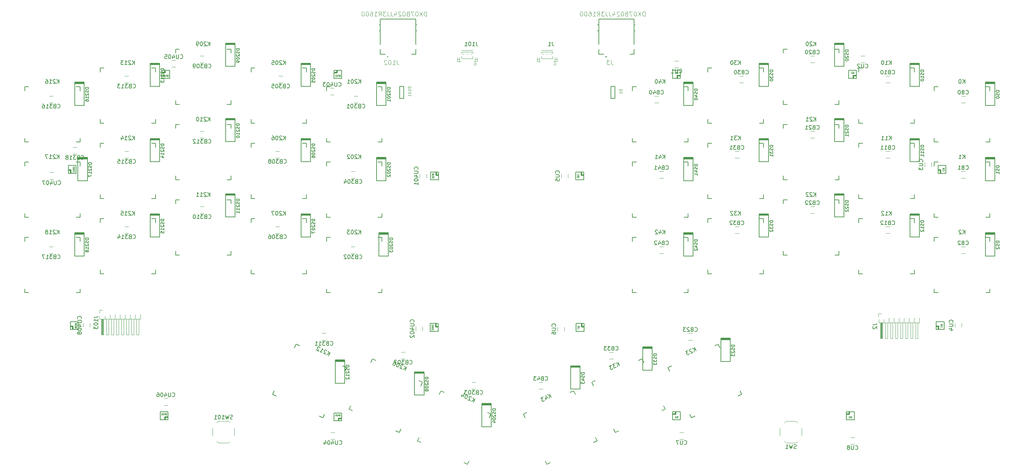
<source format=gbr>
G04 #@! TF.GenerationSoftware,KiCad,Pcbnew,(5.0.0)*
G04 #@! TF.CreationDate,2018-09-12T15:38:26+02:00*
G04 #@! TF.ProjectId,FNH35_rev1,464E4833355F726576312E6B69636164,rev?*
G04 #@! TF.SameCoordinates,Original*
G04 #@! TF.FileFunction,Legend,Bot*
G04 #@! TF.FilePolarity,Positive*
%FSLAX46Y46*%
G04 Gerber Fmt 4.6, Leading zero omitted, Abs format (unit mm)*
G04 Created by KiCad (PCBNEW (5.0.0)) date 09/12/18 15:38:26*
%MOMM*%
%LPD*%
G01*
G04 APERTURE LIST*
%ADD10C,0.150000*%
%ADD11C,0.127000*%
%ADD12C,0.200000*%
%ADD13C,0.350000*%
%ADD14C,0.120000*%
%ADD15C,0.050000*%
%ADD16C,0.074930*%
%ADD17C,0.100000*%
G04 APERTURE END LIST*
D10*
G04 #@! TO.C,K209*
X-67598750Y-40337500D02*
X-67598750Y-39337500D01*
X-66598750Y-40337500D02*
X-67598750Y-40337500D01*
X-67598750Y-26337500D02*
X-66598750Y-26337500D01*
X-67598750Y-27337500D02*
X-67598750Y-26337500D01*
X-53598750Y-26337500D02*
X-53598750Y-27337500D01*
X-54598750Y-26337500D02*
X-53598750Y-26337500D01*
X-53598750Y-40337500D02*
X-54598750Y-40337500D01*
X-53598750Y-39337500D02*
X-53598750Y-40337500D01*
G04 #@! TO.C,K213*
X-86648750Y-45100000D02*
X-86648750Y-44100000D01*
X-85648750Y-45100000D02*
X-86648750Y-45100000D01*
X-86648750Y-31100000D02*
X-85648750Y-31100000D01*
X-86648750Y-32100000D02*
X-86648750Y-31100000D01*
X-72648750Y-31100000D02*
X-72648750Y-32100000D01*
X-73648750Y-31100000D02*
X-72648750Y-31100000D01*
X-72648750Y-45100000D02*
X-73648750Y-45100000D01*
X-72648750Y-44100000D02*
X-72648750Y-45100000D01*
D11*
G04 #@! TO.C,J102*
X-14649750Y-27681000D02*
X-15919750Y-27681000D01*
X-15919750Y-27681000D02*
X-15919750Y-26481000D01*
X-15919750Y-25081000D02*
X-15919750Y-20181000D01*
X-15919750Y-20181000D02*
X-15919750Y-18781000D01*
X-15919750Y-18781000D02*
X-6979750Y-18781000D01*
X-6979750Y-18781000D02*
X-6979750Y-20181000D01*
X-6979750Y-20181000D02*
X-6979750Y-21681000D01*
X-6979750Y-21681000D02*
X-6979750Y-25081000D01*
X-8049750Y-27681000D02*
X-6979750Y-27681000D01*
X-6979750Y-27681000D02*
X-6979750Y-26481000D01*
X-16199750Y-21681000D02*
X-15949750Y-21681000D01*
X-16199750Y-20181000D02*
X-15919750Y-20181000D01*
X-6699750Y-21681000D02*
X-6979750Y-21681000D01*
X-6699750Y-20181000D02*
X-6979750Y-20181000D01*
X-6979750Y-25081000D02*
X-6899750Y-25081000D01*
X-6979750Y-26481000D02*
X-6899750Y-26481000D01*
X-15919750Y-26481000D02*
X-15999750Y-26481000D01*
X-15919750Y-25081000D02*
X-15999750Y-25081000D01*
D12*
X-13972750Y-28281000D02*
G75*
G03X-13972750Y-28281000I-100000J0D01*
G01*
D10*
G04 #@! TO.C,K214*
X-72648750Y-63150000D02*
X-72648750Y-64150000D01*
X-72648750Y-64150000D02*
X-73648750Y-64150000D01*
X-73648750Y-50150000D02*
X-72648750Y-50150000D01*
X-72648750Y-50150000D02*
X-72648750Y-51150000D01*
X-86648750Y-51150000D02*
X-86648750Y-50150000D01*
X-86648750Y-50150000D02*
X-85648750Y-50150000D01*
X-85648750Y-64150000D02*
X-86648750Y-64150000D01*
X-86648750Y-64150000D02*
X-86648750Y-63150000D01*
G04 #@! TO.C,DR408*
X-92183537Y-95251015D02*
X-94183537Y-95251015D01*
X-92183537Y-97251015D02*
X-92183537Y-95251015D01*
X-94183537Y-97251015D02*
X-92183537Y-97251015D01*
X-94183537Y-95251015D02*
X-94183537Y-97251015D01*
D13*
X-93583537Y-96451015D02*
X-94083537Y-96451015D01*
X-93583537Y-97151015D02*
X-93583537Y-96451015D01*
D14*
G04 #@! TO.C,CB306*
X-42366250Y-71222500D02*
X-41366250Y-71222500D01*
X-41366250Y-72922500D02*
X-42366250Y-72922500D01*
G04 #@! TO.C,CU404*
X-27396250Y-124992500D02*
X-28396250Y-124992500D01*
X-28396250Y-123292500D02*
X-27396250Y-123292500D01*
G04 #@! TO.C,CB312*
X-60416250Y-48792500D02*
X-61416250Y-48792500D01*
X-61416250Y-47092500D02*
X-60416250Y-47092500D01*
D10*
G04 #@! TO.C,K203*
X-15498750Y-86962500D02*
X-15498750Y-87962500D01*
X-15498750Y-87962500D02*
X-16498750Y-87962500D01*
X-16498750Y-73962500D02*
X-15498750Y-73962500D01*
X-15498750Y-73962500D02*
X-15498750Y-74962500D01*
X-29498750Y-74962500D02*
X-29498750Y-73962500D01*
X-29498750Y-73962500D02*
X-28498750Y-73962500D01*
X-28498750Y-87962500D02*
X-29498750Y-87962500D01*
X-29498750Y-87962500D02*
X-29498750Y-86962500D01*
D13*
G04 #@! TO.C,DR406*
X-69597500Y-119462500D02*
X-70297500Y-119462500D01*
X-70297500Y-119462500D02*
X-70297500Y-119962500D01*
D10*
X-71497500Y-120062500D02*
X-69497500Y-120062500D01*
X-69497500Y-120062500D02*
X-69497500Y-118062500D01*
X-69497500Y-118062500D02*
X-71497500Y-118062500D01*
X-71497500Y-118062500D02*
X-71497500Y-120062500D01*
G04 #@! TO.C,K215*
X-72648750Y-82200000D02*
X-72648750Y-83200000D01*
X-72648750Y-83200000D02*
X-73648750Y-83200000D01*
X-73648750Y-69200000D02*
X-72648750Y-69200000D01*
X-72648750Y-69200000D02*
X-72648750Y-70200000D01*
X-86648750Y-70200000D02*
X-86648750Y-69200000D01*
X-86648750Y-69200000D02*
X-85648750Y-69200000D01*
X-85648750Y-83200000D02*
X-86648750Y-83200000D01*
X-86648750Y-83200000D02*
X-86648750Y-82200000D01*
G04 #@! TO.C,K216*
X-105698750Y-49862500D02*
X-105698750Y-48862500D01*
X-104698750Y-49862500D02*
X-105698750Y-49862500D01*
X-105698750Y-35862500D02*
X-104698750Y-35862500D01*
X-105698750Y-36862500D02*
X-105698750Y-35862500D01*
X-91698750Y-35862500D02*
X-91698750Y-36862500D01*
X-92698750Y-35862500D02*
X-91698750Y-35862500D01*
X-91698750Y-49862500D02*
X-92698750Y-49862500D01*
X-91698750Y-48862500D02*
X-91698750Y-49862500D01*
D14*
G04 #@! TO.C,CU407*
X-98401250Y-59270000D02*
X-99401250Y-59270000D01*
X-99401250Y-57570000D02*
X-98401250Y-57570000D01*
D13*
G04 #@! TO.C,DR407*
X-94071250Y-57676250D02*
X-94071250Y-56976250D01*
X-94071250Y-56976250D02*
X-94571250Y-56976250D01*
D10*
X-94671250Y-55776250D02*
X-94671250Y-57776250D01*
X-94671250Y-57776250D02*
X-92671250Y-57776250D01*
X-92671250Y-57776250D02*
X-92671250Y-55776250D01*
X-92671250Y-55776250D02*
X-94671250Y-55776250D01*
D14*
G04 #@! TO.C,CB303*
X7163750Y-110592500D02*
X8163750Y-110592500D01*
X8163750Y-112292500D02*
X7163750Y-112292500D01*
D10*
G04 #@! TO.C,K204*
X-6551462Y-125463322D02*
X-6128844Y-124557014D01*
X-5645155Y-125885940D02*
X-6551462Y-125463322D01*
X-634807Y-112775013D02*
X271501Y-113197631D01*
X-1057425Y-113681320D02*
X-634807Y-112775013D01*
X12053502Y-118691668D02*
X11630884Y-119597976D01*
X11147195Y-118269050D02*
X12053502Y-118691668D01*
X6136847Y-131379977D02*
X5230539Y-130957359D01*
X6559465Y-130473670D02*
X6136847Y-131379977D01*
D14*
G04 #@! TO.C,CU406*
X-69561250Y-116420000D02*
X-70561250Y-116420000D01*
X-70561250Y-114720000D02*
X-69561250Y-114720000D01*
G04 #@! TO.C,CB314*
X-80466250Y-71222500D02*
X-79466250Y-71222500D01*
X-79466250Y-72922500D02*
X-80466250Y-72922500D01*
G04 #@! TO.C,CB309*
X-60416250Y-29742500D02*
X-61416250Y-29742500D01*
X-61416250Y-28042500D02*
X-60416250Y-28042500D01*
G04 #@! TO.C,CB305*
X-41561250Y-33122500D02*
X-40561250Y-33122500D01*
X-40561250Y-34822500D02*
X-41561250Y-34822500D01*
G04 #@! TO.C,CU408*
X-89211250Y-95682500D02*
X-89211250Y-96682500D01*
X-90911250Y-96682500D02*
X-90911250Y-95682500D01*
G04 #@! TO.C,CB301*
X-22561250Y-38200000D02*
X-21561250Y-38200000D01*
X-21561250Y-39900000D02*
X-22561250Y-39900000D01*
D10*
G04 #@! TO.C,K211*
X-67598750Y-78437500D02*
X-67598750Y-77437500D01*
X-66598750Y-78437500D02*
X-67598750Y-78437500D01*
X-67598750Y-64437500D02*
X-66598750Y-64437500D01*
X-67598750Y-65437500D02*
X-67598750Y-64437500D01*
X-53598750Y-64437500D02*
X-53598750Y-65437500D01*
X-54598750Y-64437500D02*
X-53598750Y-64437500D01*
X-53598750Y-78437500D02*
X-54598750Y-78437500D01*
X-53598750Y-77437500D02*
X-53598750Y-78437500D01*
D14*
G04 #@! TO.C,CB302*
X-22316250Y-78002500D02*
X-23316250Y-78002500D01*
X-23316250Y-76302500D02*
X-22316250Y-76302500D01*
G04 #@! TO.C,CU405*
X-67561250Y-30900000D02*
X-68561250Y-30900000D01*
X-68561250Y-29200000D02*
X-67561250Y-29200000D01*
G04 #@! TO.C,CU403*
X-28561250Y-36200000D02*
X-27561250Y-36200000D01*
X-27561250Y-37900000D02*
X-28561250Y-37900000D01*
G04 #@! TO.C,CB308*
X-42366250Y-52172500D02*
X-41366250Y-52172500D01*
X-41366250Y-53872500D02*
X-42366250Y-53872500D01*
G04 #@! TO.C,CB304*
X-22316250Y-58952500D02*
X-23316250Y-58952500D01*
X-23316250Y-57252500D02*
X-22316250Y-57252500D01*
D12*
G04 #@! TO.C,DS216*
X-90642500Y-40582500D02*
X-90642500Y-34682500D01*
X-93042500Y-40582500D02*
X-90642500Y-40582500D01*
X-93042500Y-34682500D02*
X-93042500Y-40582500D01*
X-90642500Y-34982500D02*
X-93042500Y-34982500D01*
X-90642500Y-35082500D02*
X-93042500Y-35082500D01*
X-90642500Y-34882500D02*
X-93042500Y-34882500D01*
X-90642500Y-34782500D02*
X-93042500Y-34782500D01*
X-90642500Y-34682500D02*
X-93042500Y-34682500D01*
D10*
G04 #@! TO.C,K210*
X-53598750Y-58387500D02*
X-53598750Y-59387500D01*
X-53598750Y-59387500D02*
X-54598750Y-59387500D01*
X-54598750Y-45387500D02*
X-53598750Y-45387500D01*
X-53598750Y-45387500D02*
X-53598750Y-46387500D01*
X-67598750Y-46387500D02*
X-67598750Y-45387500D01*
X-67598750Y-45387500D02*
X-66598750Y-45387500D01*
X-66598750Y-59387500D02*
X-67598750Y-59387500D01*
X-67598750Y-59387500D02*
X-67598750Y-58387500D01*
G04 #@! TO.C,DR404*
X-27626250Y-118380000D02*
X-27626250Y-120380000D01*
X-25626250Y-118380000D02*
X-27626250Y-118380000D01*
X-25626250Y-120380000D02*
X-25626250Y-118380000D01*
X-27626250Y-120380000D02*
X-25626250Y-120380000D01*
D13*
X-26426250Y-119780000D02*
X-26426250Y-120280000D01*
X-25726250Y-119780000D02*
X-26426250Y-119780000D01*
D10*
G04 #@! TO.C,K207*
X-48548750Y-83200000D02*
X-48548750Y-82200000D01*
X-47548750Y-83200000D02*
X-48548750Y-83200000D01*
X-48548750Y-69200000D02*
X-47548750Y-69200000D01*
X-48548750Y-70200000D02*
X-48548750Y-69200000D01*
X-34548750Y-69200000D02*
X-34548750Y-70200000D01*
X-35548750Y-69200000D02*
X-34548750Y-69200000D01*
X-34548750Y-83200000D02*
X-35548750Y-83200000D01*
X-34548750Y-82200000D02*
X-34548750Y-83200000D01*
G04 #@! TO.C,K202*
X-29498750Y-68912500D02*
X-29498750Y-67912500D01*
X-28498750Y-68912500D02*
X-29498750Y-68912500D01*
X-29498750Y-54912500D02*
X-28498750Y-54912500D01*
X-29498750Y-55912500D02*
X-29498750Y-54912500D01*
X-15498750Y-54912500D02*
X-15498750Y-55912500D01*
X-16498750Y-54912500D02*
X-15498750Y-54912500D01*
X-15498750Y-68912500D02*
X-16498750Y-68912500D01*
X-15498750Y-67912500D02*
X-15498750Y-68912500D01*
D14*
G04 #@! TO.C,CB310*
X-60416250Y-67842500D02*
X-61416250Y-67842500D01*
X-61416250Y-66142500D02*
X-60416250Y-66142500D01*
D10*
G04 #@! TO.C,K206*
X-48548750Y-64150000D02*
X-48548750Y-63150000D01*
X-47548750Y-64150000D02*
X-48548750Y-64150000D01*
X-48548750Y-50150000D02*
X-47548750Y-50150000D01*
X-48548750Y-51150000D02*
X-48548750Y-50150000D01*
X-34548750Y-50150000D02*
X-34548750Y-51150000D01*
X-35548750Y-50150000D02*
X-34548750Y-50150000D01*
X-34548750Y-64150000D02*
X-35548750Y-64150000D01*
X-34548750Y-63150000D02*
X-34548750Y-64150000D01*
G04 #@! TO.C,K205*
X-34548750Y-44100000D02*
X-34548750Y-45100000D01*
X-34548750Y-45100000D02*
X-35548750Y-45100000D01*
X-35548750Y-31100000D02*
X-34548750Y-31100000D01*
X-34548750Y-31100000D02*
X-34548750Y-32100000D01*
X-48548750Y-32100000D02*
X-48548750Y-31100000D01*
X-48548750Y-31100000D02*
X-47548750Y-31100000D01*
X-47548750Y-45100000D02*
X-48548750Y-45100000D01*
X-48548750Y-45100000D02*
X-48548750Y-44100000D01*
D14*
G04 #@! TO.C,CB307*
X-9616250Y-104672500D02*
X-10616250Y-104672500D01*
X-10616250Y-102972500D02*
X-9616250Y-102972500D01*
D10*
G04 #@! TO.C,K218*
X-105698750Y-87962500D02*
X-105698750Y-86962500D01*
X-104698750Y-87962500D02*
X-105698750Y-87962500D01*
X-105698750Y-73962500D02*
X-104698750Y-73962500D01*
X-105698750Y-74962500D02*
X-105698750Y-73962500D01*
X-91698750Y-73962500D02*
X-91698750Y-74962500D01*
X-92698750Y-73962500D02*
X-91698750Y-73962500D01*
X-91698750Y-87962500D02*
X-92698750Y-87962500D01*
X-91698750Y-86962500D02*
X-91698750Y-87962500D01*
D12*
G04 #@! TO.C,DS217*
X-89861250Y-53732500D02*
X-92261250Y-53732500D01*
X-89861250Y-53832500D02*
X-92261250Y-53832500D01*
X-89861250Y-53932500D02*
X-92261250Y-53932500D01*
X-89861250Y-54132500D02*
X-92261250Y-54132500D01*
X-89861250Y-54032500D02*
X-92261250Y-54032500D01*
X-92261250Y-53732500D02*
X-92261250Y-59632500D01*
X-92261250Y-59632500D02*
X-89861250Y-59632500D01*
X-89861250Y-59632500D02*
X-89861250Y-53732500D01*
D13*
G04 #@! TO.C,DR403*
X-27526250Y-32302500D02*
X-26826250Y-32302500D01*
X-26826250Y-32302500D02*
X-26826250Y-31802500D01*
D10*
X-25626250Y-31702500D02*
X-27626250Y-31702500D01*
X-27626250Y-31702500D02*
X-27626250Y-33702500D01*
X-27626250Y-33702500D02*
X-25626250Y-33702500D01*
X-25626250Y-33702500D02*
X-25626250Y-31702500D01*
D12*
G04 #@! TO.C,DS208*
X-4861250Y-107950000D02*
X-7261250Y-107950000D01*
X-4861250Y-108050000D02*
X-7261250Y-108050000D01*
X-4861250Y-108150000D02*
X-7261250Y-108150000D01*
X-4861250Y-108350000D02*
X-7261250Y-108350000D01*
X-4861250Y-108250000D02*
X-7261250Y-108250000D01*
X-7261250Y-107950000D02*
X-7261250Y-113850000D01*
X-7261250Y-113850000D02*
X-4861250Y-113850000D01*
X-4861250Y-113850000D02*
X-4861250Y-107950000D01*
G04 #@! TO.C,DS215*
X-71592500Y-68007500D02*
X-73992500Y-68007500D01*
X-71592500Y-68107500D02*
X-73992500Y-68107500D01*
X-71592500Y-68207500D02*
X-73992500Y-68207500D01*
X-71592500Y-68407500D02*
X-73992500Y-68407500D01*
X-71592500Y-68307500D02*
X-73992500Y-68307500D01*
X-73992500Y-68007500D02*
X-73992500Y-73907500D01*
X-73992500Y-73907500D02*
X-71592500Y-73907500D01*
X-71592500Y-73907500D02*
X-71592500Y-68007500D01*
G04 #@! TO.C,DS203*
X-13861250Y-78682500D02*
X-13861250Y-72782500D01*
X-16261250Y-78682500D02*
X-13861250Y-78682500D01*
X-16261250Y-72782500D02*
X-16261250Y-78682500D01*
X-13861250Y-73082500D02*
X-16261250Y-73082500D01*
X-13861250Y-73182500D02*
X-16261250Y-73182500D01*
X-13861250Y-72982500D02*
X-16261250Y-72982500D01*
X-13861250Y-72882500D02*
X-16261250Y-72882500D01*
X-13861250Y-72782500D02*
X-16261250Y-72782500D01*
G04 #@! TO.C,DS218*
X-90642500Y-72782500D02*
X-93042500Y-72782500D01*
X-90642500Y-72882500D02*
X-93042500Y-72882500D01*
X-90642500Y-72982500D02*
X-93042500Y-72982500D01*
X-90642500Y-73182500D02*
X-93042500Y-73182500D01*
X-90642500Y-73082500D02*
X-93042500Y-73082500D01*
X-93042500Y-72782500D02*
X-93042500Y-78682500D01*
X-93042500Y-78682500D02*
X-90642500Y-78682500D01*
X-90642500Y-78682500D02*
X-90642500Y-72782500D01*
G04 #@! TO.C,DS204*
X12138750Y-121850000D02*
X12138750Y-115950000D01*
X9738750Y-121850000D02*
X12138750Y-121850000D01*
X9738750Y-115950000D02*
X9738750Y-121850000D01*
X12138750Y-116250000D02*
X9738750Y-116250000D01*
X12138750Y-116350000D02*
X9738750Y-116350000D01*
X12138750Y-116150000D02*
X9738750Y-116150000D01*
X12138750Y-116050000D02*
X9738750Y-116050000D01*
X12138750Y-115950000D02*
X9738750Y-115950000D01*
G04 #@! TO.C,DS214*
X-71592500Y-54857500D02*
X-71592500Y-48957500D01*
X-73992500Y-54857500D02*
X-71592500Y-54857500D01*
X-73992500Y-48957500D02*
X-73992500Y-54857500D01*
X-71592500Y-49257500D02*
X-73992500Y-49257500D01*
X-71592500Y-49357500D02*
X-73992500Y-49357500D01*
X-71592500Y-49157500D02*
X-73992500Y-49157500D01*
X-71592500Y-49057500D02*
X-73992500Y-49057500D01*
X-71592500Y-48957500D02*
X-73992500Y-48957500D01*
G04 #@! TO.C,DS206*
X-33492500Y-54857500D02*
X-33492500Y-48957500D01*
X-35892500Y-54857500D02*
X-33492500Y-54857500D01*
X-35892500Y-48957500D02*
X-35892500Y-54857500D01*
X-33492500Y-49257500D02*
X-35892500Y-49257500D01*
X-33492500Y-49357500D02*
X-35892500Y-49357500D01*
X-33492500Y-49157500D02*
X-35892500Y-49157500D01*
X-33492500Y-49057500D02*
X-35892500Y-49057500D01*
X-33492500Y-48957500D02*
X-35892500Y-48957500D01*
G04 #@! TO.C,DS210*
X-52542500Y-43877500D02*
X-54942500Y-43877500D01*
X-52542500Y-43977500D02*
X-54942500Y-43977500D01*
X-52542500Y-44077500D02*
X-54942500Y-44077500D01*
X-52542500Y-44277500D02*
X-54942500Y-44277500D01*
X-52542500Y-44177500D02*
X-54942500Y-44177500D01*
X-54942500Y-43877500D02*
X-54942500Y-49777500D01*
X-54942500Y-49777500D02*
X-52542500Y-49777500D01*
X-52542500Y-49777500D02*
X-52542500Y-43877500D01*
G04 #@! TO.C,DS213*
X-71592500Y-35807500D02*
X-71592500Y-29907500D01*
X-73992500Y-35807500D02*
X-71592500Y-35807500D01*
X-73992500Y-29907500D02*
X-73992500Y-35807500D01*
X-71592500Y-30207500D02*
X-73992500Y-30207500D01*
X-71592500Y-30307500D02*
X-73992500Y-30307500D01*
X-71592500Y-30107500D02*
X-73992500Y-30107500D01*
X-71592500Y-30007500D02*
X-73992500Y-30007500D01*
X-71592500Y-29907500D02*
X-73992500Y-29907500D01*
G04 #@! TO.C,DS205*
X-33492500Y-35807500D02*
X-33492500Y-29907500D01*
X-35892500Y-35807500D02*
X-33492500Y-35807500D01*
X-35892500Y-29907500D02*
X-35892500Y-35807500D01*
X-33492500Y-30207500D02*
X-35892500Y-30207500D01*
X-33492500Y-30307500D02*
X-35892500Y-30307500D01*
X-33492500Y-30107500D02*
X-35892500Y-30107500D01*
X-33492500Y-30007500D02*
X-35892500Y-30007500D01*
X-33492500Y-29907500D02*
X-35892500Y-29907500D01*
D10*
G04 #@! TO.C,DR405*
X-69061250Y-33702500D02*
X-69061250Y-31702500D01*
X-71061250Y-33702500D02*
X-69061250Y-33702500D01*
X-71061250Y-31702500D02*
X-71061250Y-33702500D01*
X-69061250Y-31702500D02*
X-71061250Y-31702500D01*
D13*
X-70261250Y-32302500D02*
X-70261250Y-31802500D01*
X-70961250Y-32302500D02*
X-70261250Y-32302500D01*
D12*
G04 #@! TO.C,DS202*
X-14442500Y-53732500D02*
X-16842500Y-53732500D01*
X-14442500Y-53832500D02*
X-16842500Y-53832500D01*
X-14442500Y-53932500D02*
X-16842500Y-53932500D01*
X-14442500Y-54132500D02*
X-16842500Y-54132500D01*
X-14442500Y-54032500D02*
X-16842500Y-54032500D01*
X-16842500Y-53732500D02*
X-16842500Y-59632500D01*
X-16842500Y-59632500D02*
X-14442500Y-59632500D01*
X-14442500Y-59632500D02*
X-14442500Y-53732500D01*
D14*
G04 #@! TO.C,SW101*
X-53818750Y-125490000D02*
X-54268750Y-125940000D01*
X-57218750Y-125490000D02*
X-56768750Y-125940000D01*
X-57218750Y-120890000D02*
X-56768750Y-120440000D01*
X-53818750Y-120890000D02*
X-54268750Y-120440000D01*
X-58268750Y-122190000D02*
X-58268750Y-124190000D01*
X-54268750Y-125940000D02*
X-56768750Y-125940000D01*
X-52768750Y-122190000D02*
X-52768750Y-124190000D01*
X-54268750Y-120440000D02*
X-56768750Y-120440000D01*
D12*
G04 #@! TO.C,DS201*
X-14442500Y-34682500D02*
X-16842500Y-34682500D01*
X-14442500Y-34782500D02*
X-16842500Y-34782500D01*
X-14442500Y-34882500D02*
X-16842500Y-34882500D01*
X-14442500Y-35082500D02*
X-16842500Y-35082500D01*
X-14442500Y-34982500D02*
X-16842500Y-34982500D01*
X-16842500Y-34682500D02*
X-16842500Y-40582500D01*
X-16842500Y-40582500D02*
X-14442500Y-40582500D01*
X-14442500Y-40582500D02*
X-14442500Y-34682500D01*
G04 #@! TO.C,DS209*
X-52542500Y-24827500D02*
X-54942500Y-24827500D01*
X-52542500Y-24927500D02*
X-54942500Y-24927500D01*
X-52542500Y-25027500D02*
X-54942500Y-25027500D01*
X-52542500Y-25227500D02*
X-54942500Y-25227500D01*
X-52542500Y-25127500D02*
X-54942500Y-25127500D01*
X-54942500Y-24827500D02*
X-54942500Y-30727500D01*
X-54942500Y-30727500D02*
X-52542500Y-30727500D01*
X-52542500Y-30727500D02*
X-52542500Y-24827500D01*
G04 #@! TO.C,DS207*
X-33492500Y-68007500D02*
X-35892500Y-68007500D01*
X-33492500Y-68107500D02*
X-35892500Y-68107500D01*
X-33492500Y-68207500D02*
X-35892500Y-68207500D01*
X-33492500Y-68407500D02*
X-35892500Y-68407500D01*
X-33492500Y-68307500D02*
X-35892500Y-68307500D01*
X-35892500Y-68007500D02*
X-35892500Y-73907500D01*
X-35892500Y-73907500D02*
X-33492500Y-73907500D01*
X-33492500Y-73907500D02*
X-33492500Y-68007500D01*
G04 #@! TO.C,DS211*
X-52542500Y-68827500D02*
X-52542500Y-62927500D01*
X-54942500Y-68827500D02*
X-52542500Y-68827500D01*
X-54942500Y-62927500D02*
X-54942500Y-68827500D01*
X-52542500Y-63227500D02*
X-54942500Y-63227500D01*
X-52542500Y-63327500D02*
X-54942500Y-63327500D01*
X-52542500Y-63127500D02*
X-54942500Y-63127500D01*
X-52542500Y-63027500D02*
X-54942500Y-63027500D01*
X-52542500Y-62927500D02*
X-54942500Y-62927500D01*
G04 #@! TO.C,DS212*
X-24861250Y-110850000D02*
X-24861250Y-104950000D01*
X-27261250Y-110850000D02*
X-24861250Y-110850000D01*
X-27261250Y-104950000D02*
X-27261250Y-110850000D01*
X-24861250Y-105250000D02*
X-27261250Y-105250000D01*
X-24861250Y-105350000D02*
X-27261250Y-105350000D01*
X-24861250Y-105150000D02*
X-27261250Y-105150000D01*
X-24861250Y-105050000D02*
X-27261250Y-105050000D01*
X-24861250Y-104950000D02*
X-27261250Y-104950000D01*
D14*
G04 #@! TO.C,J103*
X-86821250Y-92290000D02*
X-86821250Y-93050000D01*
X-86061250Y-92290000D02*
X-86821250Y-92290000D01*
X-76911250Y-98610000D02*
X-76911250Y-94610000D01*
X-77431250Y-98610000D02*
X-76911250Y-98610000D01*
X-77431250Y-94610000D02*
X-77431250Y-98610000D01*
X-77821573Y-93490000D02*
X-77790927Y-93490000D01*
X-77806250Y-93490000D02*
X-77806250Y-94610000D01*
X-78181250Y-98610000D02*
X-78181250Y-94610000D01*
X-78701250Y-98610000D02*
X-78181250Y-98610000D01*
X-78701250Y-94610000D02*
X-78701250Y-98610000D01*
X-79091573Y-93490000D02*
X-79060927Y-93490000D01*
X-79076250Y-93490000D02*
X-79076250Y-94610000D01*
X-79451250Y-98610000D02*
X-79451250Y-94610000D01*
X-79971250Y-98610000D02*
X-79451250Y-98610000D01*
X-79971250Y-94610000D02*
X-79971250Y-98610000D01*
X-80361573Y-93490000D02*
X-80330927Y-93490000D01*
X-80346250Y-93490000D02*
X-80346250Y-94610000D01*
X-80721250Y-98610000D02*
X-80721250Y-94610000D01*
X-81241250Y-98610000D02*
X-80721250Y-98610000D01*
X-81241250Y-94610000D02*
X-81241250Y-98610000D01*
X-81631573Y-93490000D02*
X-81600927Y-93490000D01*
X-81616250Y-93490000D02*
X-81616250Y-94610000D01*
X-81991250Y-98610000D02*
X-81991250Y-94610000D01*
X-82511250Y-98610000D02*
X-81991250Y-98610000D01*
X-82511250Y-94610000D02*
X-82511250Y-98610000D01*
X-82901573Y-93490000D02*
X-82870927Y-93490000D01*
X-82886250Y-93490000D02*
X-82886250Y-94610000D01*
X-83261250Y-98610000D02*
X-83261250Y-94610000D01*
X-83781250Y-98610000D02*
X-83261250Y-98610000D01*
X-83781250Y-94610000D02*
X-83781250Y-98610000D01*
X-84171573Y-93490000D02*
X-84140927Y-93490000D01*
X-84156250Y-93490000D02*
X-84156250Y-94610000D01*
X-84531250Y-98610000D02*
X-84531250Y-94610000D01*
X-85051250Y-98610000D02*
X-84531250Y-98610000D01*
X-85051250Y-94610000D02*
X-85051250Y-98610000D01*
X-85426250Y-93810000D02*
X-85426250Y-94610000D01*
X-85901250Y-94610000D02*
X-85901250Y-98610000D01*
X-86021250Y-94610000D02*
X-86021250Y-98610000D01*
X-86141250Y-94610000D02*
X-86141250Y-98610000D01*
X-86261250Y-94610000D02*
X-86261250Y-98610000D01*
X-85801250Y-98610000D02*
X-85801250Y-94610000D01*
X-86321250Y-98610000D02*
X-85801250Y-98610000D01*
X-86321250Y-94610000D02*
X-86321250Y-98610000D01*
X-76476250Y-93490000D02*
X-76551573Y-93490000D01*
X-76476250Y-94610000D02*
X-76476250Y-93490000D01*
X-86756250Y-94610000D02*
X-76476250Y-94610000D01*
X-86756250Y-93810000D02*
X-86756250Y-94610000D01*
D10*
G04 #@! TO.C,D101*
X-10020750Y-38814000D02*
X-11036750Y-38814000D01*
X-10020750Y-35766000D02*
X-11036750Y-35766000D01*
X-11036750Y-38814000D02*
X-11036750Y-35814000D01*
X-10020750Y-38814000D02*
X-10020750Y-35814000D01*
G04 #@! TO.C,DR401*
X-3178750Y-59420000D02*
X-1178750Y-59420000D01*
X-3178750Y-57420000D02*
X-3178750Y-59420000D01*
X-1178750Y-57420000D02*
X-3178750Y-57420000D01*
X-1178750Y-59420000D02*
X-1178750Y-57420000D01*
D13*
X-1778750Y-58220000D02*
X-1278750Y-58220000D01*
X-1778750Y-57520000D02*
X-1778750Y-58220000D01*
D14*
G04 #@! TO.C,CB311*
X-30618750Y-98210000D02*
X-29618750Y-98210000D01*
X-29618750Y-99910000D02*
X-30618750Y-99910000D01*
G04 #@! TO.C,CU401*
X-5911250Y-58920000D02*
X-5911250Y-57920000D01*
X-4211250Y-57920000D02*
X-4211250Y-58920000D01*
G04 #@! TO.C,J101*
X8326250Y-30162500D02*
G75*
G03X8326250Y-30162500I-250000J0D01*
G01*
X7476250Y-26612500D02*
X4676250Y-26612500D01*
X8576250Y-28512500D02*
X8576250Y-29512500D01*
X8576250Y-29512500D02*
X7676250Y-29512500D01*
X8076250Y-29512500D02*
X8076250Y-28512500D01*
X8076250Y-28512500D02*
X8076250Y-28512500D01*
X8076250Y-28512500D02*
X8076250Y-29512500D01*
X8076250Y-29512500D02*
X8076250Y-29512500D01*
X8076250Y-28912500D02*
X8076250Y-28912500D01*
X8076250Y-28912500D02*
X8576250Y-28912500D01*
X8576250Y-28912500D02*
X8576250Y-28912500D01*
X8576250Y-28912500D02*
X8076250Y-28912500D01*
X3576250Y-28512500D02*
X3576250Y-29512500D01*
X3576250Y-29512500D02*
X4476250Y-29512500D01*
X4076250Y-29512500D02*
X4076250Y-28512500D01*
X4076250Y-28512500D02*
X4076250Y-28512500D01*
X4076250Y-28512500D02*
X4076250Y-29512500D01*
X4076250Y-29512500D02*
X4076250Y-29512500D01*
X4076250Y-28912500D02*
X4076250Y-28912500D01*
X4076250Y-28912500D02*
X3576250Y-28912500D01*
X3576250Y-28912500D02*
X3576250Y-28912500D01*
X3576250Y-28912500D02*
X4076250Y-28912500D01*
X7476250Y-27512500D02*
X7476250Y-27012500D01*
X7476250Y-27012500D02*
X4676250Y-27012500D01*
X4676250Y-27012500D02*
X4676250Y-27512500D01*
X7476250Y-28112500D02*
X7476250Y-28762500D01*
X7476250Y-28762500D02*
X4676250Y-28762500D01*
X4676250Y-28762500D02*
X4676250Y-28112500D01*
X7076250Y-27512500D02*
X7076250Y-27712500D01*
X6076250Y-27512500D02*
X6076250Y-27712500D01*
X5076250Y-27512500D02*
X5076250Y-27712500D01*
D10*
G04 #@! TO.C,K217*
X-91698750Y-67912500D02*
X-91698750Y-68912500D01*
X-91698750Y-68912500D02*
X-92698750Y-68912500D01*
X-92698750Y-54912500D02*
X-91698750Y-54912500D01*
X-91698750Y-54912500D02*
X-91698750Y-55912500D01*
X-105698750Y-55912500D02*
X-105698750Y-54912500D01*
X-105698750Y-54912500D02*
X-104698750Y-54912500D01*
X-104698750Y-68912500D02*
X-105698750Y-68912500D01*
X-105698750Y-68912500D02*
X-105698750Y-67912500D01*
G04 #@! TO.C,K208*
X-10705699Y-122422792D02*
X-11128317Y-123329099D01*
X-11128317Y-123329099D02*
X-12034625Y-122906481D01*
X-6117969Y-110218172D02*
X-5211662Y-110640790D01*
X-5211662Y-110640790D02*
X-5634280Y-111547098D01*
X-18322589Y-105630442D02*
X-17899971Y-104724135D01*
X-17899971Y-104724135D02*
X-16993663Y-105146753D01*
X-22910319Y-117835062D02*
X-23816626Y-117412444D01*
X-23816626Y-117412444D02*
X-23394008Y-116506136D01*
D14*
G04 #@! TO.C,CB315*
X-80466250Y-52172500D02*
X-79466250Y-52172500D01*
X-79466250Y-53872500D02*
X-80466250Y-53872500D01*
G04 #@! TO.C,CB317*
X-99516250Y-76302500D02*
X-98516250Y-76302500D01*
X-98516250Y-78002500D02*
X-99516250Y-78002500D01*
G04 #@! TO.C,CB313*
X-80466250Y-33122500D02*
X-79466250Y-33122500D01*
X-79466250Y-34822500D02*
X-80466250Y-34822500D01*
G04 #@! TO.C,CU402*
X-5211250Y-96550000D02*
X-5211250Y-97550000D01*
X-6911250Y-97550000D02*
X-6911250Y-96550000D01*
G04 #@! TO.C,CB318*
X-92561250Y-52900000D02*
X-93561250Y-52900000D01*
X-93561250Y-51200000D02*
X-92561250Y-51200000D01*
G04 #@! TO.C,CB316*
X-98516250Y-39902500D02*
X-99516250Y-39902500D01*
X-99516250Y-38202500D02*
X-98516250Y-38202500D01*
D10*
G04 #@! TO.C,K212*
X-43094508Y-113677857D02*
X-42671890Y-112771549D01*
X-42188201Y-114100475D02*
X-43094508Y-113677857D01*
X-37177853Y-100989548D02*
X-36271545Y-101412166D01*
X-37600471Y-101895855D02*
X-37177853Y-100989548D01*
X-24489544Y-106906203D02*
X-24912162Y-107812511D01*
X-25395851Y-106483585D02*
X-24489544Y-106906203D01*
X-30406199Y-119594512D02*
X-31312507Y-119171894D01*
X-29983581Y-118688205D02*
X-30406199Y-119594512D01*
D13*
G04 #@! TO.C,DR402*
X-1883981Y-95842745D02*
X-1883981Y-96542745D01*
X-1883981Y-96542745D02*
X-1383981Y-96542745D01*
D10*
X-1283981Y-97742745D02*
X-1283981Y-95742745D01*
X-1283981Y-95742745D02*
X-3283981Y-95742745D01*
X-3283981Y-95742745D02*
X-3283981Y-97742745D01*
X-3283981Y-97742745D02*
X-1283981Y-97742745D01*
G04 #@! TO.C,K201*
X-15498750Y-48862500D02*
X-15498750Y-49862500D01*
X-15498750Y-49862500D02*
X-16498750Y-49862500D01*
X-16498750Y-35862500D02*
X-15498750Y-35862500D01*
X-15498750Y-35862500D02*
X-15498750Y-36862500D01*
X-29498750Y-36862500D02*
X-29498750Y-35862500D01*
X-29498750Y-35862500D02*
X-28498750Y-35862500D01*
X-28498750Y-49862500D02*
X-29498750Y-49862500D01*
X-29498750Y-49862500D02*
X-29498750Y-48862500D01*
G04 #@! TO.C,K1*
X123968750Y-68912500D02*
X123968750Y-67912500D01*
X124968750Y-68912500D02*
X123968750Y-68912500D01*
X123968750Y-54912500D02*
X124968750Y-54912500D01*
X123968750Y-55912500D02*
X123968750Y-54912500D01*
X137968750Y-54912500D02*
X137968750Y-55912500D01*
X136968750Y-54912500D02*
X137968750Y-54912500D01*
X137968750Y-68912500D02*
X136968750Y-68912500D01*
X137968750Y-67912500D02*
X137968750Y-68912500D01*
D14*
G04 #@! TO.C,CB0*
X131786250Y-39902500D02*
X130786250Y-39902500D01*
X130786250Y-38202500D02*
X131786250Y-38202500D01*
G04 #@! TO.C,J1*
X25193750Y-27512500D02*
X25193750Y-27712500D01*
X26193750Y-27512500D02*
X26193750Y-27712500D01*
X27193750Y-27512500D02*
X27193750Y-27712500D01*
X24793750Y-28762500D02*
X24793750Y-28112500D01*
X27593750Y-28762500D02*
X24793750Y-28762500D01*
X27593750Y-28112500D02*
X27593750Y-28762500D01*
X24793750Y-27012500D02*
X24793750Y-27512500D01*
X27593750Y-27012500D02*
X24793750Y-27012500D01*
X27593750Y-27512500D02*
X27593750Y-27012500D01*
X23693750Y-28912500D02*
X24193750Y-28912500D01*
X23693750Y-28912500D02*
X23693750Y-28912500D01*
X24193750Y-28912500D02*
X23693750Y-28912500D01*
X24193750Y-28912500D02*
X24193750Y-28912500D01*
X24193750Y-29512500D02*
X24193750Y-29512500D01*
X24193750Y-28512500D02*
X24193750Y-29512500D01*
X24193750Y-28512500D02*
X24193750Y-28512500D01*
X24193750Y-29512500D02*
X24193750Y-28512500D01*
X23693750Y-29512500D02*
X24593750Y-29512500D01*
X23693750Y-28512500D02*
X23693750Y-29512500D01*
X28693750Y-28912500D02*
X28193750Y-28912500D01*
X28693750Y-28912500D02*
X28693750Y-28912500D01*
X28193750Y-28912500D02*
X28693750Y-28912500D01*
X28193750Y-28912500D02*
X28193750Y-28912500D01*
X28193750Y-29512500D02*
X28193750Y-29512500D01*
X28193750Y-28512500D02*
X28193750Y-29512500D01*
X28193750Y-28512500D02*
X28193750Y-28512500D01*
X28193750Y-29512500D02*
X28193750Y-28512500D01*
X28693750Y-29512500D02*
X27793750Y-29512500D01*
X28693750Y-28512500D02*
X28693750Y-29512500D01*
X27593750Y-26612500D02*
X24793750Y-26612500D01*
X28443750Y-30162500D02*
G75*
G03X28443750Y-30162500I-250000J0D01*
G01*
D10*
G04 #@! TO.C,K40*
X47768750Y-49862500D02*
X47768750Y-48862500D01*
X48768750Y-49862500D02*
X47768750Y-49862500D01*
X47768750Y-35862500D02*
X48768750Y-35862500D01*
X47768750Y-36862500D02*
X47768750Y-35862500D01*
X61768750Y-35862500D02*
X61768750Y-36862500D01*
X60768750Y-35862500D02*
X61768750Y-35862500D01*
X61768750Y-49862500D02*
X60768750Y-49862500D01*
X61768750Y-48862500D02*
X61768750Y-49862500D01*
G04 #@! TO.C,K20*
X99868750Y-39337500D02*
X99868750Y-40337500D01*
X99868750Y-40337500D02*
X98868750Y-40337500D01*
X98868750Y-26337500D02*
X99868750Y-26337500D01*
X99868750Y-26337500D02*
X99868750Y-27337500D01*
X85868750Y-27337500D02*
X85868750Y-26337500D01*
X85868750Y-26337500D02*
X86868750Y-26337500D01*
X86868750Y-40337500D02*
X85868750Y-40337500D01*
X85868750Y-40337500D02*
X85868750Y-39337500D01*
G04 #@! TO.C,DU7*
X33553981Y-97742745D02*
X35553981Y-97742745D01*
X33553981Y-95742745D02*
X33553981Y-97742745D01*
X35553981Y-95742745D02*
X33553981Y-95742745D01*
X35553981Y-97742745D02*
X35553981Y-95742745D01*
D13*
X34953981Y-96542745D02*
X35453981Y-96542745D01*
X34953981Y-95842745D02*
X34953981Y-96542745D01*
D10*
G04 #@! TO.C,K23*
X74941890Y-112771549D02*
X75364508Y-113677857D01*
X75364508Y-113677857D02*
X74458201Y-114100475D01*
X68541545Y-101412166D02*
X69447853Y-100989548D01*
X69447853Y-100989548D02*
X69870471Y-101895855D01*
X57182162Y-107812511D02*
X56759544Y-106906203D01*
X56759544Y-106906203D02*
X57665851Y-106483585D01*
X63582507Y-119171894D02*
X62676199Y-119594512D01*
X62676199Y-119594512D02*
X62253581Y-118688205D01*
G04 #@! TO.C,K33*
X43398317Y-123329099D02*
X42975699Y-122422792D01*
X44304625Y-122906481D02*
X43398317Y-123329099D01*
X37481662Y-110640790D02*
X38387969Y-110218172D01*
X37904280Y-111547098D02*
X37481662Y-110640790D01*
X50169971Y-104724135D02*
X50592589Y-105630442D01*
X49263663Y-105146753D02*
X50169971Y-104724135D01*
X56086626Y-117412444D02*
X55180319Y-117835062D01*
X55664008Y-116506136D02*
X56086626Y-117412444D01*
D14*
G04 #@! TO.C,CB1*
X131786250Y-58952500D02*
X130786250Y-58952500D01*
X130786250Y-57252500D02*
X131786250Y-57252500D01*
G04 #@! TO.C,CU6*
X28836250Y-97642745D02*
X28836250Y-96642745D01*
X30536250Y-96642745D02*
X30536250Y-97642745D01*
G04 #@! TO.C,CB10*
X111736250Y-33122500D02*
X112736250Y-33122500D01*
X112736250Y-34822500D02*
X111736250Y-34822500D01*
G04 #@! TO.C,CB2*
X130786250Y-76302500D02*
X131786250Y-76302500D01*
X131786250Y-78002500D02*
X130786250Y-78002500D01*
G04 #@! TO.C,CB11*
X111736250Y-52172500D02*
X112736250Y-52172500D01*
X112736250Y-53872500D02*
X111736250Y-53872500D01*
G04 #@! TO.C,CB12*
X111736250Y-71222500D02*
X112736250Y-71222500D01*
X112736250Y-72922500D02*
X111736250Y-72922500D01*
G04 #@! TO.C,CB31*
X73636250Y-52172500D02*
X74636250Y-52172500D01*
X74636250Y-53872500D02*
X73636250Y-53872500D01*
G04 #@! TO.C,CB40*
X53316250Y-38202500D02*
X54316250Y-38202500D01*
X54316250Y-39902500D02*
X53316250Y-39902500D01*
G04 #@! TO.C,CU1*
X58416250Y-29312500D02*
X59416250Y-29312500D01*
X59416250Y-31012500D02*
X58416250Y-31012500D01*
G04 #@! TO.C,CB20*
X93686250Y-29742500D02*
X92686250Y-29742500D01*
X92686250Y-28042500D02*
X93686250Y-28042500D01*
G04 #@! TO.C,CB22*
X93686250Y-67842500D02*
X92686250Y-67842500D01*
X92686250Y-66142500D02*
X93686250Y-66142500D01*
G04 #@! TO.C,CB21*
X93686250Y-48792500D02*
X92686250Y-48792500D01*
X92686250Y-47092500D02*
X93686250Y-47092500D01*
G04 #@! TO.C,CB32*
X73636250Y-71222500D02*
X74636250Y-71222500D01*
X74636250Y-72922500D02*
X73636250Y-72922500D01*
G04 #@! TO.C,CU2*
X106406250Y-29742500D02*
X105406250Y-29742500D01*
X105406250Y-28042500D02*
X106406250Y-28042500D01*
G04 #@! TO.C,CU4*
X129166250Y-96682500D02*
X129166250Y-95682500D01*
X130866250Y-95682500D02*
X130866250Y-96682500D01*
G04 #@! TO.C,CB33*
X42886250Y-104672500D02*
X41886250Y-104672500D01*
X41886250Y-102972500D02*
X42886250Y-102972500D01*
G04 #@! TO.C,CB42*
X55586250Y-78002500D02*
X54586250Y-78002500D01*
X54586250Y-76302500D02*
X55586250Y-76302500D01*
G04 #@! TO.C,CU7*
X59666250Y-123292500D02*
X60666250Y-123292500D01*
X60666250Y-124992500D02*
X59666250Y-124992500D01*
G04 #@! TO.C,CB43*
X24106250Y-110592500D02*
X25106250Y-110592500D01*
X25106250Y-112292500D02*
X24106250Y-112292500D01*
G04 #@! TO.C,CU3*
X123246250Y-55062500D02*
X123246250Y-56062500D01*
X121546250Y-56062500D02*
X121546250Y-55062500D01*
G04 #@! TO.C,CB41*
X55586250Y-58952500D02*
X54586250Y-58952500D01*
X54586250Y-57252500D02*
X55586250Y-57252500D01*
G04 #@! TO.C,CU8*
X103846250Y-126262500D02*
X102846250Y-126262500D01*
X102846250Y-124562500D02*
X103846250Y-124562500D01*
G04 #@! TO.C,CB30*
X74761250Y-33122500D02*
X75761250Y-33122500D01*
X75761250Y-34822500D02*
X74761250Y-34822500D01*
D10*
G04 #@! TO.C,K22*
X99868750Y-77437500D02*
X99868750Y-78437500D01*
X99868750Y-78437500D02*
X98868750Y-78437500D01*
X98868750Y-64437500D02*
X99868750Y-64437500D01*
X99868750Y-64437500D02*
X99868750Y-65437500D01*
X85868750Y-65437500D02*
X85868750Y-64437500D01*
X85868750Y-64437500D02*
X86868750Y-64437500D01*
X86868750Y-78437500D02*
X85868750Y-78437500D01*
X85868750Y-78437500D02*
X85868750Y-77437500D01*
G04 #@! TO.C,K30*
X66818750Y-45100000D02*
X66818750Y-44100000D01*
X67818750Y-45100000D02*
X66818750Y-45100000D01*
X66818750Y-31100000D02*
X67818750Y-31100000D01*
X66818750Y-32100000D02*
X66818750Y-31100000D01*
X80818750Y-31100000D02*
X80818750Y-32100000D01*
X79818750Y-31100000D02*
X80818750Y-31100000D01*
X80818750Y-45100000D02*
X79818750Y-45100000D01*
X80818750Y-44100000D02*
X80818750Y-45100000D01*
G04 #@! TO.C,K42*
X47768750Y-87962500D02*
X47768750Y-86962500D01*
X48768750Y-87962500D02*
X47768750Y-87962500D01*
X47768750Y-73962500D02*
X48768750Y-73962500D01*
X47768750Y-74962500D02*
X47768750Y-73962500D01*
X61768750Y-73962500D02*
X61768750Y-74962500D01*
X60768750Y-73962500D02*
X61768750Y-73962500D01*
X61768750Y-87962500D02*
X60768750Y-87962500D01*
X61768750Y-86962500D02*
X61768750Y-87962500D01*
G04 #@! TO.C,K43*
X38398844Y-124557014D02*
X38821462Y-125463322D01*
X38821462Y-125463322D02*
X37915155Y-125885940D01*
X31998499Y-113197631D02*
X32904807Y-112775013D01*
X32904807Y-112775013D02*
X33327425Y-113681320D01*
X20639116Y-119597976D02*
X20216498Y-118691668D01*
X20216498Y-118691668D02*
X21122805Y-118269050D01*
X27039461Y-130957359D02*
X26133153Y-131379977D01*
X26133153Y-131379977D02*
X25710535Y-130473670D01*
G04 #@! TO.C,DU3*
X126941250Y-55776250D02*
X124941250Y-55776250D01*
X126941250Y-57776250D02*
X126941250Y-55776250D01*
X124941250Y-57776250D02*
X126941250Y-57776250D01*
X124941250Y-55776250D02*
X124941250Y-57776250D01*
D13*
X125541250Y-56976250D02*
X125041250Y-56976250D01*
X125541250Y-57676250D02*
X125541250Y-56976250D01*
D10*
G04 #@! TO.C,K0*
X137968750Y-48862500D02*
X137968750Y-49862500D01*
X137968750Y-49862500D02*
X136968750Y-49862500D01*
X136968750Y-35862500D02*
X137968750Y-35862500D01*
X137968750Y-35862500D02*
X137968750Y-36862500D01*
X123968750Y-36862500D02*
X123968750Y-35862500D01*
X123968750Y-35862500D02*
X124968750Y-35862500D01*
X124968750Y-49862500D02*
X123968750Y-49862500D01*
X123968750Y-49862500D02*
X123968750Y-48862500D01*
G04 #@! TO.C,K12*
X104918750Y-83200000D02*
X104918750Y-82200000D01*
X105918750Y-83200000D02*
X104918750Y-83200000D01*
X104918750Y-69200000D02*
X105918750Y-69200000D01*
X104918750Y-70200000D02*
X104918750Y-69200000D01*
X118918750Y-69200000D02*
X118918750Y-70200000D01*
X117918750Y-69200000D02*
X118918750Y-69200000D01*
X118918750Y-83200000D02*
X117918750Y-83200000D01*
X118918750Y-82200000D02*
X118918750Y-83200000D01*
G04 #@! TO.C,DU5*
X103767500Y-120062500D02*
X103767500Y-118062500D01*
X101767500Y-120062500D02*
X103767500Y-120062500D01*
X101767500Y-118062500D02*
X101767500Y-120062500D01*
X103767500Y-118062500D02*
X101767500Y-118062500D01*
D13*
X102567500Y-118662500D02*
X102567500Y-118162500D01*
X101867500Y-118662500D02*
X102567500Y-118662500D01*
D10*
G04 #@! TO.C,K10*
X118918750Y-44100000D02*
X118918750Y-45100000D01*
X118918750Y-45100000D02*
X117918750Y-45100000D01*
X117918750Y-31100000D02*
X118918750Y-31100000D01*
X118918750Y-31100000D02*
X118918750Y-32100000D01*
X104918750Y-32100000D02*
X104918750Y-31100000D01*
X104918750Y-31100000D02*
X105918750Y-31100000D01*
X105918750Y-45100000D02*
X104918750Y-45100000D01*
X104918750Y-45100000D02*
X104918750Y-44100000D01*
G04 #@! TO.C,K41*
X61768750Y-67912500D02*
X61768750Y-68912500D01*
X61768750Y-68912500D02*
X60768750Y-68912500D01*
X60768750Y-54912500D02*
X61768750Y-54912500D01*
X61768750Y-54912500D02*
X61768750Y-55912500D01*
X47768750Y-55912500D02*
X47768750Y-54912500D01*
X47768750Y-54912500D02*
X48768750Y-54912500D01*
X48768750Y-68912500D02*
X47768750Y-68912500D01*
X47768750Y-68912500D02*
X47768750Y-67912500D01*
G04 #@! TO.C,K31*
X80818750Y-63150000D02*
X80818750Y-64150000D01*
X80818750Y-64150000D02*
X79818750Y-64150000D01*
X79818750Y-50150000D02*
X80818750Y-50150000D01*
X80818750Y-50150000D02*
X80818750Y-51150000D01*
X66818750Y-51150000D02*
X66818750Y-50150000D01*
X66818750Y-50150000D02*
X67818750Y-50150000D01*
X67818750Y-64150000D02*
X66818750Y-64150000D01*
X66818750Y-64150000D02*
X66818750Y-63150000D01*
G04 #@! TO.C,K32*
X80818750Y-82200000D02*
X80818750Y-83200000D01*
X80818750Y-83200000D02*
X79818750Y-83200000D01*
X79818750Y-69200000D02*
X80818750Y-69200000D01*
X80818750Y-69200000D02*
X80818750Y-70200000D01*
X66818750Y-70200000D02*
X66818750Y-69200000D01*
X66818750Y-69200000D02*
X67818750Y-69200000D01*
X67818750Y-83200000D02*
X66818750Y-83200000D01*
X66818750Y-83200000D02*
X66818750Y-82200000D01*
D13*
G04 #@! TO.C,DU6*
X57996250Y-118662500D02*
X58696250Y-118662500D01*
X58696250Y-118662500D02*
X58696250Y-118162500D01*
D10*
X59896250Y-118062500D02*
X57896250Y-118062500D01*
X57896250Y-118062500D02*
X57896250Y-120062500D01*
X57896250Y-120062500D02*
X59896250Y-120062500D01*
X59896250Y-120062500D02*
X59896250Y-118062500D01*
G04 #@! TO.C,K2*
X137968750Y-86962500D02*
X137968750Y-87962500D01*
X137968750Y-87962500D02*
X136968750Y-87962500D01*
X136968750Y-73962500D02*
X137968750Y-73962500D01*
X137968750Y-73962500D02*
X137968750Y-74962500D01*
X123968750Y-74962500D02*
X123968750Y-73962500D01*
X123968750Y-73962500D02*
X124968750Y-73962500D01*
X124968750Y-87962500D02*
X123968750Y-87962500D01*
X123968750Y-87962500D02*
X123968750Y-86962500D01*
D12*
G04 #@! TO.C,J3*
X41196750Y-28281000D02*
G75*
G03X41196750Y-28281000I-100000J0D01*
G01*
D11*
X39249750Y-25081000D02*
X39169750Y-25081000D01*
X39249750Y-26481000D02*
X39169750Y-26481000D01*
X48189750Y-26481000D02*
X48269750Y-26481000D01*
X48189750Y-25081000D02*
X48269750Y-25081000D01*
X48469750Y-20181000D02*
X48189750Y-20181000D01*
X48469750Y-21681000D02*
X48189750Y-21681000D01*
X38969750Y-20181000D02*
X39249750Y-20181000D01*
X38969750Y-21681000D02*
X39219750Y-21681000D01*
X48189750Y-27681000D02*
X48189750Y-26481000D01*
X47119750Y-27681000D02*
X48189750Y-27681000D01*
X48189750Y-21681000D02*
X48189750Y-25081000D01*
X48189750Y-20181000D02*
X48189750Y-21681000D01*
X48189750Y-18781000D02*
X48189750Y-20181000D01*
X39249750Y-18781000D02*
X48189750Y-18781000D01*
X39249750Y-20181000D02*
X39249750Y-18781000D01*
X39249750Y-25081000D02*
X39249750Y-20181000D01*
X39249750Y-27681000D02*
X39249750Y-26481000D01*
X40519750Y-27681000D02*
X39249750Y-27681000D01*
D13*
G04 #@! TO.C,DU4*
X125053537Y-97151015D02*
X125053537Y-96451015D01*
X125053537Y-96451015D02*
X124553537Y-96451015D01*
D10*
X124453537Y-95251015D02*
X124453537Y-97251015D01*
X124453537Y-97251015D02*
X126453537Y-97251015D01*
X126453537Y-97251015D02*
X126453537Y-95251015D01*
X126453537Y-95251015D02*
X124453537Y-95251015D01*
G04 #@! TO.C,K21*
X85868750Y-59387500D02*
X85868750Y-58387500D01*
X86868750Y-59387500D02*
X85868750Y-59387500D01*
X85868750Y-45387500D02*
X86868750Y-45387500D01*
X85868750Y-46387500D02*
X85868750Y-45387500D01*
X99868750Y-45387500D02*
X99868750Y-46387500D01*
X98868750Y-45387500D02*
X99868750Y-45387500D01*
X99868750Y-59387500D02*
X98868750Y-59387500D01*
X99868750Y-58387500D02*
X99868750Y-59387500D01*
G04 #@! TO.C,K11*
X104918750Y-64150000D02*
X104918750Y-63150000D01*
X105918750Y-64150000D02*
X104918750Y-64150000D01*
X104918750Y-50150000D02*
X105918750Y-50150000D01*
X104918750Y-51150000D02*
X104918750Y-50150000D01*
X118918750Y-50150000D02*
X118918750Y-51150000D01*
X117918750Y-50150000D02*
X118918750Y-50150000D01*
X118918750Y-64150000D02*
X117918750Y-64150000D01*
X118918750Y-63150000D02*
X118918750Y-64150000D01*
D12*
G04 #@! TO.C,DS0*
X139312500Y-34682500D02*
X136912500Y-34682500D01*
X139312500Y-34782500D02*
X136912500Y-34782500D01*
X139312500Y-34882500D02*
X136912500Y-34882500D01*
X139312500Y-35082500D02*
X136912500Y-35082500D01*
X139312500Y-34982500D02*
X136912500Y-34982500D01*
X136912500Y-34682500D02*
X136912500Y-40582500D01*
X136912500Y-40582500D02*
X139312500Y-40582500D01*
X139312500Y-40582500D02*
X139312500Y-34682500D01*
D14*
G04 #@! TO.C,CU5*
X31468750Y-57920000D02*
X31468750Y-58920000D01*
X29768750Y-58920000D02*
X29768750Y-57920000D01*
D10*
G04 #@! TO.C,D1*
X43306750Y-38814000D02*
X43306750Y-35814000D01*
X42290750Y-38814000D02*
X42290750Y-35814000D01*
X43306750Y-35766000D02*
X42290750Y-35766000D01*
X43306750Y-38814000D02*
X42290750Y-38814000D01*
D13*
G04 #@! TO.C,DU8*
X34848750Y-57520000D02*
X34848750Y-58220000D01*
X34848750Y-58220000D02*
X35348750Y-58220000D01*
D10*
X35448750Y-59420000D02*
X35448750Y-57420000D01*
X35448750Y-57420000D02*
X33448750Y-57420000D01*
X33448750Y-57420000D02*
X33448750Y-59420000D01*
X33448750Y-59420000D02*
X35448750Y-59420000D01*
D14*
G04 #@! TO.C,J2*
X109953750Y-94740000D02*
X109953750Y-95540000D01*
X109953750Y-95540000D02*
X120233750Y-95540000D01*
X120233750Y-95540000D02*
X120233750Y-94420000D01*
X120233750Y-94420000D02*
X120158427Y-94420000D01*
X110388750Y-95540000D02*
X110388750Y-99540000D01*
X110388750Y-99540000D02*
X110908750Y-99540000D01*
X110908750Y-99540000D02*
X110908750Y-95540000D01*
X110448750Y-95540000D02*
X110448750Y-99540000D01*
X110568750Y-95540000D02*
X110568750Y-99540000D01*
X110688750Y-95540000D02*
X110688750Y-99540000D01*
X110808750Y-95540000D02*
X110808750Y-99540000D01*
X111283750Y-94740000D02*
X111283750Y-95540000D01*
X111658750Y-95540000D02*
X111658750Y-99540000D01*
X111658750Y-99540000D02*
X112178750Y-99540000D01*
X112178750Y-99540000D02*
X112178750Y-95540000D01*
X112553750Y-94420000D02*
X112553750Y-95540000D01*
X112538427Y-94420000D02*
X112569073Y-94420000D01*
X112928750Y-95540000D02*
X112928750Y-99540000D01*
X112928750Y-99540000D02*
X113448750Y-99540000D01*
X113448750Y-99540000D02*
X113448750Y-95540000D01*
X113823750Y-94420000D02*
X113823750Y-95540000D01*
X113808427Y-94420000D02*
X113839073Y-94420000D01*
X114198750Y-95540000D02*
X114198750Y-99540000D01*
X114198750Y-99540000D02*
X114718750Y-99540000D01*
X114718750Y-99540000D02*
X114718750Y-95540000D01*
X115093750Y-94420000D02*
X115093750Y-95540000D01*
X115078427Y-94420000D02*
X115109073Y-94420000D01*
X115468750Y-95540000D02*
X115468750Y-99540000D01*
X115468750Y-99540000D02*
X115988750Y-99540000D01*
X115988750Y-99540000D02*
X115988750Y-95540000D01*
X116363750Y-94420000D02*
X116363750Y-95540000D01*
X116348427Y-94420000D02*
X116379073Y-94420000D01*
X116738750Y-95540000D02*
X116738750Y-99540000D01*
X116738750Y-99540000D02*
X117258750Y-99540000D01*
X117258750Y-99540000D02*
X117258750Y-95540000D01*
X117633750Y-94420000D02*
X117633750Y-95540000D01*
X117618427Y-94420000D02*
X117649073Y-94420000D01*
X118008750Y-95540000D02*
X118008750Y-99540000D01*
X118008750Y-99540000D02*
X118528750Y-99540000D01*
X118528750Y-99540000D02*
X118528750Y-95540000D01*
X118903750Y-94420000D02*
X118903750Y-95540000D01*
X118888427Y-94420000D02*
X118919073Y-94420000D01*
X119278750Y-95540000D02*
X119278750Y-99540000D01*
X119278750Y-99540000D02*
X119798750Y-99540000D01*
X119798750Y-99540000D02*
X119798750Y-95540000D01*
X110648750Y-93220000D02*
X109888750Y-93220000D01*
X109888750Y-93220000D02*
X109888750Y-93980000D01*
G04 #@! TO.C,CB23*
X61888750Y-98210000D02*
X62888750Y-98210000D01*
X62888750Y-99910000D02*
X61888750Y-99910000D01*
D12*
G04 #@! TO.C,DS23*
X72478750Y-99465000D02*
X70078750Y-99465000D01*
X72478750Y-99565000D02*
X70078750Y-99565000D01*
X72478750Y-99665000D02*
X70078750Y-99665000D01*
X72478750Y-99865000D02*
X70078750Y-99865000D01*
X72478750Y-99765000D02*
X70078750Y-99765000D01*
X70078750Y-99465000D02*
X70078750Y-105365000D01*
X70078750Y-105365000D02*
X72478750Y-105365000D01*
X72478750Y-105365000D02*
X72478750Y-99465000D01*
D14*
G04 #@! TO.C,SW1*
X86538750Y-125940000D02*
X89038750Y-125940000D01*
X85038750Y-124190000D02*
X85038750Y-122190000D01*
X86538750Y-120440000D02*
X89038750Y-120440000D01*
X90538750Y-124190000D02*
X90538750Y-122190000D01*
X86088750Y-125490000D02*
X86538750Y-125940000D01*
X89488750Y-125490000D02*
X89038750Y-125940000D01*
X89488750Y-120890000D02*
X89038750Y-120440000D01*
X86088750Y-120890000D02*
X86538750Y-120440000D01*
D12*
G04 #@! TO.C,DS21*
X101212500Y-49777500D02*
X101212500Y-43877500D01*
X98812500Y-49777500D02*
X101212500Y-49777500D01*
X98812500Y-43877500D02*
X98812500Y-49777500D01*
X101212500Y-44177500D02*
X98812500Y-44177500D01*
X101212500Y-44277500D02*
X98812500Y-44277500D01*
X101212500Y-44077500D02*
X98812500Y-44077500D01*
X101212500Y-43977500D02*
X98812500Y-43977500D01*
X101212500Y-43877500D02*
X98812500Y-43877500D01*
G04 #@! TO.C,DS22*
X101212500Y-62927500D02*
X98812500Y-62927500D01*
X101212500Y-63027500D02*
X98812500Y-63027500D01*
X101212500Y-63127500D02*
X98812500Y-63127500D01*
X101212500Y-63327500D02*
X98812500Y-63327500D01*
X101212500Y-63227500D02*
X98812500Y-63227500D01*
X98812500Y-62927500D02*
X98812500Y-68827500D01*
X98812500Y-68827500D02*
X101212500Y-68827500D01*
X101212500Y-68827500D02*
X101212500Y-62927500D01*
G04 #@! TO.C,DS32*
X82162500Y-73907500D02*
X82162500Y-68007500D01*
X79762500Y-73907500D02*
X82162500Y-73907500D01*
X79762500Y-68007500D02*
X79762500Y-73907500D01*
X82162500Y-68307500D02*
X79762500Y-68307500D01*
X82162500Y-68407500D02*
X79762500Y-68407500D01*
X82162500Y-68207500D02*
X79762500Y-68207500D01*
X82162500Y-68107500D02*
X79762500Y-68107500D01*
X82162500Y-68007500D02*
X79762500Y-68007500D01*
G04 #@! TO.C,DS33*
X52781250Y-107575000D02*
X52781250Y-101675000D01*
X50381250Y-107575000D02*
X52781250Y-107575000D01*
X50381250Y-101675000D02*
X50381250Y-107575000D01*
X52781250Y-101975000D02*
X50381250Y-101975000D01*
X52781250Y-102075000D02*
X50381250Y-102075000D01*
X52781250Y-101875000D02*
X50381250Y-101875000D01*
X52781250Y-101775000D02*
X50381250Y-101775000D01*
X52781250Y-101675000D02*
X50381250Y-101675000D01*
G04 #@! TO.C,DS20*
X101212500Y-30727500D02*
X101212500Y-24827500D01*
X98812500Y-30727500D02*
X101212500Y-30727500D01*
X98812500Y-24827500D02*
X98812500Y-30727500D01*
X101212500Y-25127500D02*
X98812500Y-25127500D01*
X101212500Y-25227500D02*
X98812500Y-25227500D01*
X101212500Y-25027500D02*
X98812500Y-25027500D01*
X101212500Y-24927500D02*
X98812500Y-24927500D01*
X101212500Y-24827500D02*
X98812500Y-24827500D01*
G04 #@! TO.C,DS40*
X63112500Y-40582500D02*
X63112500Y-34682500D01*
X60712500Y-40582500D02*
X63112500Y-40582500D01*
X60712500Y-34682500D02*
X60712500Y-40582500D01*
X63112500Y-34982500D02*
X60712500Y-34982500D01*
X63112500Y-35082500D02*
X60712500Y-35082500D01*
X63112500Y-34882500D02*
X60712500Y-34882500D01*
X63112500Y-34782500D02*
X60712500Y-34782500D01*
X63112500Y-34682500D02*
X60712500Y-34682500D01*
G04 #@! TO.C,DS12*
X120262500Y-73907500D02*
X120262500Y-68007500D01*
X117862500Y-73907500D02*
X120262500Y-73907500D01*
X117862500Y-68007500D02*
X117862500Y-73907500D01*
X120262500Y-68307500D02*
X117862500Y-68307500D01*
X120262500Y-68407500D02*
X117862500Y-68407500D01*
X120262500Y-68207500D02*
X117862500Y-68207500D01*
X120262500Y-68107500D02*
X117862500Y-68107500D01*
X120262500Y-68007500D02*
X117862500Y-68007500D01*
G04 #@! TO.C,DS41*
X63112500Y-59632500D02*
X63112500Y-53732500D01*
X60712500Y-59632500D02*
X63112500Y-59632500D01*
X60712500Y-53732500D02*
X60712500Y-59632500D01*
X63112500Y-54032500D02*
X60712500Y-54032500D01*
X63112500Y-54132500D02*
X60712500Y-54132500D01*
X63112500Y-53932500D02*
X60712500Y-53932500D01*
X63112500Y-53832500D02*
X60712500Y-53832500D01*
X63112500Y-53732500D02*
X60712500Y-53732500D01*
D10*
G04 #@! TO.C,DU1*
X57896250Y-31702500D02*
X57896250Y-33702500D01*
X59896250Y-31702500D02*
X57896250Y-31702500D01*
X59896250Y-33702500D02*
X59896250Y-31702500D01*
X57896250Y-33702500D02*
X59896250Y-33702500D01*
D13*
X59096250Y-33102500D02*
X59096250Y-33602500D01*
X59796250Y-33102500D02*
X59096250Y-33102500D01*
G04 #@! TO.C,DU2*
X104246250Y-33102500D02*
X103546250Y-33102500D01*
X103546250Y-33102500D02*
X103546250Y-33602500D01*
D10*
X102346250Y-33702500D02*
X104346250Y-33702500D01*
X104346250Y-33702500D02*
X104346250Y-31702500D01*
X104346250Y-31702500D02*
X102346250Y-31702500D01*
X102346250Y-31702500D02*
X102346250Y-33702500D01*
D12*
G04 #@! TO.C,DS30*
X82162500Y-29907500D02*
X79762500Y-29907500D01*
X82162500Y-30007500D02*
X79762500Y-30007500D01*
X82162500Y-30107500D02*
X79762500Y-30107500D01*
X82162500Y-30307500D02*
X79762500Y-30307500D01*
X82162500Y-30207500D02*
X79762500Y-30207500D01*
X79762500Y-29907500D02*
X79762500Y-35807500D01*
X79762500Y-35807500D02*
X82162500Y-35807500D01*
X82162500Y-35807500D02*
X82162500Y-29907500D01*
G04 #@! TO.C,DS10*
X120262500Y-29907500D02*
X117862500Y-29907500D01*
X120262500Y-30007500D02*
X117862500Y-30007500D01*
X120262500Y-30107500D02*
X117862500Y-30107500D01*
X120262500Y-30307500D02*
X117862500Y-30307500D01*
X120262500Y-30207500D02*
X117862500Y-30207500D01*
X117862500Y-29907500D02*
X117862500Y-35807500D01*
X117862500Y-35807500D02*
X120262500Y-35807500D01*
X120262500Y-35807500D02*
X120262500Y-29907500D01*
G04 #@! TO.C,DS31*
X82162500Y-48957500D02*
X79762500Y-48957500D01*
X82162500Y-49057500D02*
X79762500Y-49057500D01*
X82162500Y-49157500D02*
X79762500Y-49157500D01*
X82162500Y-49357500D02*
X79762500Y-49357500D01*
X82162500Y-49257500D02*
X79762500Y-49257500D01*
X79762500Y-48957500D02*
X79762500Y-54857500D01*
X79762500Y-54857500D02*
X82162500Y-54857500D01*
X82162500Y-54857500D02*
X82162500Y-48957500D01*
G04 #@! TO.C,DS11*
X120262500Y-48957500D02*
X117862500Y-48957500D01*
X120262500Y-49057500D02*
X117862500Y-49057500D01*
X120262500Y-49157500D02*
X117862500Y-49157500D01*
X120262500Y-49357500D02*
X117862500Y-49357500D01*
X120262500Y-49257500D02*
X117862500Y-49257500D01*
X117862500Y-48957500D02*
X117862500Y-54857500D01*
X117862500Y-54857500D02*
X120262500Y-54857500D01*
X120262500Y-54857500D02*
X120262500Y-48957500D01*
G04 #@! TO.C,DS43*
X34537500Y-106437500D02*
X32137500Y-106437500D01*
X34537500Y-106537500D02*
X32137500Y-106537500D01*
X34537500Y-106637500D02*
X32137500Y-106637500D01*
X34537500Y-106837500D02*
X32137500Y-106837500D01*
X34537500Y-106737500D02*
X32137500Y-106737500D01*
X32137500Y-106437500D02*
X32137500Y-112337500D01*
X32137500Y-112337500D02*
X34537500Y-112337500D01*
X34537500Y-112337500D02*
X34537500Y-106437500D01*
G04 #@! TO.C,DS2*
X139312500Y-72782500D02*
X136912500Y-72782500D01*
X139312500Y-72882500D02*
X136912500Y-72882500D01*
X139312500Y-72982500D02*
X136912500Y-72982500D01*
X139312500Y-73182500D02*
X136912500Y-73182500D01*
X139312500Y-73082500D02*
X136912500Y-73082500D01*
X136912500Y-72782500D02*
X136912500Y-78682500D01*
X136912500Y-78682500D02*
X139312500Y-78682500D01*
X139312500Y-78682500D02*
X139312500Y-72782500D01*
G04 #@! TO.C,DS42*
X63112500Y-72782500D02*
X60712500Y-72782500D01*
X63112500Y-72882500D02*
X60712500Y-72882500D01*
X63112500Y-72982500D02*
X60712500Y-72982500D01*
X63112500Y-73182500D02*
X60712500Y-73182500D01*
X63112500Y-73082500D02*
X60712500Y-73082500D01*
X60712500Y-72782500D02*
X60712500Y-78682500D01*
X60712500Y-78682500D02*
X63112500Y-78682500D01*
X63112500Y-78682500D02*
X63112500Y-72782500D01*
G04 #@! TO.C,DS1*
X139312500Y-59632500D02*
X139312500Y-53732500D01*
X136912500Y-59632500D02*
X139312500Y-59632500D01*
X136912500Y-53732500D02*
X136912500Y-59632500D01*
X139312500Y-54032500D02*
X136912500Y-54032500D01*
X139312500Y-54132500D02*
X136912500Y-54132500D01*
X139312500Y-53932500D02*
X136912500Y-53932500D01*
X139312500Y-53832500D02*
X136912500Y-53832500D01*
X139312500Y-53732500D02*
X136912500Y-53732500D01*
G04 #@! TO.C,K209*
D10*
X-58908273Y-25489880D02*
X-58908273Y-24489880D01*
X-59479702Y-25489880D02*
X-59051130Y-24918452D01*
X-59479702Y-24489880D02*
X-58908273Y-25061309D01*
X-59860654Y-24585119D02*
X-59908273Y-24537500D01*
X-60003511Y-24489880D01*
X-60241607Y-24489880D01*
X-60336845Y-24537500D01*
X-60384464Y-24585119D01*
X-60432083Y-24680357D01*
X-60432083Y-24775595D01*
X-60384464Y-24918452D01*
X-59813035Y-25489880D01*
X-60432083Y-25489880D01*
X-61051130Y-24489880D02*
X-61146369Y-24489880D01*
X-61241607Y-24537500D01*
X-61289226Y-24585119D01*
X-61336845Y-24680357D01*
X-61384464Y-24870833D01*
X-61384464Y-25108928D01*
X-61336845Y-25299404D01*
X-61289226Y-25394642D01*
X-61241607Y-25442261D01*
X-61146369Y-25489880D01*
X-61051130Y-25489880D01*
X-60955892Y-25442261D01*
X-60908273Y-25394642D01*
X-60860654Y-25299404D01*
X-60813035Y-25108928D01*
X-60813035Y-24870833D01*
X-60860654Y-24680357D01*
X-60908273Y-24585119D01*
X-60955892Y-24537500D01*
X-61051130Y-24489880D01*
X-61860654Y-25489880D02*
X-62051130Y-25489880D01*
X-62146369Y-25442261D01*
X-62193988Y-25394642D01*
X-62289226Y-25251785D01*
X-62336845Y-25061309D01*
X-62336845Y-24680357D01*
X-62289226Y-24585119D01*
X-62241607Y-24537500D01*
X-62146369Y-24489880D01*
X-61955892Y-24489880D01*
X-61860654Y-24537500D01*
X-61813035Y-24585119D01*
X-61765416Y-24680357D01*
X-61765416Y-24918452D01*
X-61813035Y-25013690D01*
X-61860654Y-25061309D01*
X-61955892Y-25108928D01*
X-62146369Y-25108928D01*
X-62241607Y-25061309D01*
X-62289226Y-25013690D01*
X-62336845Y-24918452D01*
G04 #@! TO.C,K213*
X-77958273Y-30252380D02*
X-77958273Y-29252380D01*
X-78529702Y-30252380D02*
X-78101130Y-29680952D01*
X-78529702Y-29252380D02*
X-77958273Y-29823809D01*
X-78910654Y-29347619D02*
X-78958273Y-29300000D01*
X-79053511Y-29252380D01*
X-79291607Y-29252380D01*
X-79386845Y-29300000D01*
X-79434464Y-29347619D01*
X-79482083Y-29442857D01*
X-79482083Y-29538095D01*
X-79434464Y-29680952D01*
X-78863035Y-30252380D01*
X-79482083Y-30252380D01*
X-80434464Y-30252380D02*
X-79863035Y-30252380D01*
X-80148750Y-30252380D02*
X-80148750Y-29252380D01*
X-80053511Y-29395238D01*
X-79958273Y-29490476D01*
X-79863035Y-29538095D01*
X-80767797Y-29252380D02*
X-81386845Y-29252380D01*
X-81053511Y-29633333D01*
X-81196369Y-29633333D01*
X-81291607Y-29680952D01*
X-81339226Y-29728571D01*
X-81386845Y-29823809D01*
X-81386845Y-30061904D01*
X-81339226Y-30157142D01*
X-81291607Y-30204761D01*
X-81196369Y-30252380D01*
X-80910654Y-30252380D01*
X-80815416Y-30204761D01*
X-80767797Y-30157142D01*
G04 #@! TO.C,J102*
D15*
X-11665587Y-29138719D02*
X-11665587Y-29941076D01*
X-11612096Y-30101548D01*
X-11505115Y-30208529D01*
X-11344644Y-30262019D01*
X-11237663Y-30262019D01*
X-12788887Y-30262019D02*
X-12147001Y-30262019D01*
X-12467944Y-30262019D02*
X-12467944Y-29138719D01*
X-12360963Y-29299190D01*
X-12253982Y-29406171D01*
X-12147001Y-29459662D01*
X-13484263Y-29138719D02*
X-13591244Y-29138719D01*
X-13698225Y-29192210D01*
X-13751715Y-29245700D01*
X-13805206Y-29352681D01*
X-13858696Y-29566643D01*
X-13858696Y-29834095D01*
X-13805206Y-30048057D01*
X-13751715Y-30155038D01*
X-13698225Y-30208529D01*
X-13591244Y-30262019D01*
X-13484263Y-30262019D01*
X-13377282Y-30208529D01*
X-13323791Y-30155038D01*
X-13270301Y-30048057D01*
X-13216810Y-29834095D01*
X-13216810Y-29566643D01*
X-13270301Y-29352681D01*
X-13323791Y-29245700D01*
X-13377282Y-29192210D01*
X-13484263Y-29138719D01*
X-14286620Y-29245700D02*
X-14340110Y-29192210D01*
X-14447091Y-29138719D01*
X-14714544Y-29138719D01*
X-14821525Y-29192210D01*
X-14875015Y-29245700D01*
X-14928506Y-29352681D01*
X-14928506Y-29459662D01*
X-14875015Y-29620133D01*
X-14233130Y-30262019D01*
X-14928506Y-30262019D01*
X-4238327Y-17974982D02*
X-4238327Y-16851542D01*
X-4505813Y-16851542D01*
X-4666304Y-16905040D01*
X-4773299Y-17012034D01*
X-4826796Y-17119028D01*
X-4880293Y-17333017D01*
X-4880293Y-17493508D01*
X-4826796Y-17707497D01*
X-4773299Y-17814491D01*
X-4666304Y-17921485D01*
X-4505813Y-17974982D01*
X-4238327Y-17974982D01*
X-5254773Y-16851542D02*
X-6003733Y-17974982D01*
X-6003733Y-16851542D02*
X-5254773Y-17974982D01*
X-6645699Y-16851542D02*
X-6752693Y-16851542D01*
X-6859687Y-16905040D01*
X-6913184Y-16958537D01*
X-6966682Y-17065531D01*
X-7020179Y-17279520D01*
X-7020179Y-17547005D01*
X-6966682Y-17760994D01*
X-6913184Y-17867988D01*
X-6859687Y-17921485D01*
X-6752693Y-17974982D01*
X-6645699Y-17974982D01*
X-6538704Y-17921485D01*
X-6485207Y-17867988D01*
X-6431710Y-17760994D01*
X-6378213Y-17547005D01*
X-6378213Y-17279520D01*
X-6431710Y-17065531D01*
X-6485207Y-16958537D01*
X-6538704Y-16905040D01*
X-6645699Y-16851542D01*
X-7394659Y-16851542D02*
X-8143619Y-16851542D01*
X-7662144Y-17974982D01*
X-8946076Y-17386514D02*
X-9106567Y-17440011D01*
X-9160064Y-17493508D01*
X-9213561Y-17600502D01*
X-9213561Y-17760994D01*
X-9160064Y-17867988D01*
X-9106567Y-17921485D01*
X-8999573Y-17974982D01*
X-8571596Y-17974982D01*
X-8571596Y-16851542D01*
X-8946076Y-16851542D01*
X-9053070Y-16905040D01*
X-9106567Y-16958537D01*
X-9160064Y-17065531D01*
X-9160064Y-17172525D01*
X-9106567Y-17279520D01*
X-9053070Y-17333017D01*
X-8946076Y-17386514D01*
X-8571596Y-17386514D01*
X-9909024Y-16851542D02*
X-10016019Y-16851542D01*
X-10123013Y-16905040D01*
X-10176510Y-16958537D01*
X-10230007Y-17065531D01*
X-10283504Y-17279520D01*
X-10283504Y-17547005D01*
X-10230007Y-17760994D01*
X-10176510Y-17867988D01*
X-10123013Y-17921485D01*
X-10016019Y-17974982D01*
X-9909024Y-17974982D01*
X-9802030Y-17921485D01*
X-9748533Y-17867988D01*
X-9695036Y-17760994D01*
X-9641539Y-17547005D01*
X-9641539Y-17279520D01*
X-9695036Y-17065531D01*
X-9748533Y-16958537D01*
X-9802030Y-16905040D01*
X-9909024Y-16851542D01*
X-10711481Y-16958537D02*
X-10764979Y-16905040D01*
X-10871973Y-16851542D01*
X-11139459Y-16851542D01*
X-11246453Y-16905040D01*
X-11299950Y-16958537D01*
X-11353447Y-17065531D01*
X-11353447Y-17172525D01*
X-11299950Y-17333017D01*
X-10657984Y-17974982D01*
X-11353447Y-17974982D01*
X-12316396Y-17226022D02*
X-12316396Y-17974982D01*
X-12048910Y-16798045D02*
X-11781424Y-17600502D01*
X-12476887Y-17600502D01*
X-13225847Y-16851542D02*
X-13225847Y-17654000D01*
X-13172350Y-17814491D01*
X-13065356Y-17921485D01*
X-12904864Y-17974982D01*
X-12797870Y-17974982D01*
X-14081801Y-16851542D02*
X-14081801Y-17654000D01*
X-14028304Y-17814491D01*
X-13921310Y-17921485D01*
X-13760819Y-17974982D01*
X-13653824Y-17974982D01*
X-14509779Y-16851542D02*
X-15205241Y-16851542D01*
X-14830761Y-17279520D01*
X-14991253Y-17279520D01*
X-15098247Y-17333017D01*
X-15151744Y-17386514D01*
X-15205241Y-17493508D01*
X-15205241Y-17760994D01*
X-15151744Y-17867988D01*
X-15098247Y-17921485D01*
X-14991253Y-17974982D01*
X-14670270Y-17974982D01*
X-14563276Y-17921485D01*
X-14509779Y-17867988D01*
X-16328681Y-17974982D02*
X-15954201Y-17440011D01*
X-15686716Y-17974982D02*
X-15686716Y-16851542D01*
X-16114693Y-16851542D01*
X-16221687Y-16905040D01*
X-16275184Y-16958537D01*
X-16328681Y-17065531D01*
X-16328681Y-17226022D01*
X-16275184Y-17333017D01*
X-16221687Y-17386514D01*
X-16114693Y-17440011D01*
X-15686716Y-17440011D01*
X-17398624Y-17974982D02*
X-16756659Y-17974982D01*
X-17077641Y-17974982D02*
X-17077641Y-16851542D01*
X-16970647Y-17012034D01*
X-16863653Y-17119028D01*
X-16756659Y-17172525D01*
X-18361573Y-16851542D02*
X-18147584Y-16851542D01*
X-18040590Y-16905040D01*
X-17987093Y-16958537D01*
X-17880099Y-17119028D01*
X-17826601Y-17333017D01*
X-17826601Y-17760994D01*
X-17880099Y-17867988D01*
X-17933596Y-17921485D01*
X-18040590Y-17974982D01*
X-18254579Y-17974982D01*
X-18361573Y-17921485D01*
X-18415070Y-17867988D01*
X-18468567Y-17760994D01*
X-18468567Y-17493508D01*
X-18415070Y-17386514D01*
X-18361573Y-17333017D01*
X-18254579Y-17279520D01*
X-18040590Y-17279520D01*
X-17933596Y-17333017D01*
X-17880099Y-17386514D01*
X-17826601Y-17493508D01*
X-19164030Y-16851542D02*
X-19271024Y-16851542D01*
X-19378019Y-16905040D01*
X-19431516Y-16958537D01*
X-19485013Y-17065531D01*
X-19538510Y-17279520D01*
X-19538510Y-17547005D01*
X-19485013Y-17760994D01*
X-19431516Y-17867988D01*
X-19378019Y-17921485D01*
X-19271024Y-17974982D01*
X-19164030Y-17974982D01*
X-19057036Y-17921485D01*
X-19003539Y-17867988D01*
X-18950041Y-17760994D01*
X-18896544Y-17547005D01*
X-18896544Y-17279520D01*
X-18950041Y-17065531D01*
X-19003539Y-16958537D01*
X-19057036Y-16905040D01*
X-19164030Y-16851542D01*
X-20233973Y-16851542D02*
X-20340967Y-16851542D01*
X-20447961Y-16905040D01*
X-20501459Y-16958537D01*
X-20554956Y-17065531D01*
X-20608453Y-17279520D01*
X-20608453Y-17547005D01*
X-20554956Y-17760994D01*
X-20501459Y-17867988D01*
X-20447961Y-17921485D01*
X-20340967Y-17974982D01*
X-20233973Y-17974982D01*
X-20126979Y-17921485D01*
X-20073481Y-17867988D01*
X-20019984Y-17760994D01*
X-19966487Y-17547005D01*
X-19966487Y-17279520D01*
X-20019984Y-17065531D01*
X-20073481Y-16958537D01*
X-20126979Y-16905040D01*
X-20233973Y-16851542D01*
G04 #@! TO.C,K214*
D10*
X-77958273Y-49302380D02*
X-77958273Y-48302380D01*
X-78529702Y-49302380D02*
X-78101130Y-48730952D01*
X-78529702Y-48302380D02*
X-77958273Y-48873809D01*
X-78910654Y-48397619D02*
X-78958273Y-48350000D01*
X-79053511Y-48302380D01*
X-79291607Y-48302380D01*
X-79386845Y-48350000D01*
X-79434464Y-48397619D01*
X-79482083Y-48492857D01*
X-79482083Y-48588095D01*
X-79434464Y-48730952D01*
X-78863035Y-49302380D01*
X-79482083Y-49302380D01*
X-80434464Y-49302380D02*
X-79863035Y-49302380D01*
X-80148750Y-49302380D02*
X-80148750Y-48302380D01*
X-80053511Y-48445238D01*
X-79958273Y-48540476D01*
X-79863035Y-48588095D01*
X-81291607Y-48635714D02*
X-81291607Y-49302380D01*
X-81053511Y-48254761D02*
X-80815416Y-48969047D01*
X-81434464Y-48969047D01*
G04 #@! TO.C,DR408*
D16*
X-92557174Y-95594485D02*
X-93057554Y-95594485D01*
X-93057554Y-95665847D01*
X-93033727Y-95708664D01*
X-92986071Y-95737209D01*
X-92938416Y-95751481D01*
X-92843106Y-95765754D01*
X-92771623Y-95765754D01*
X-92676312Y-95751481D01*
X-92628657Y-95737209D01*
X-92581002Y-95708664D01*
X-92557174Y-95665847D01*
X-92557174Y-95594485D01*
X-92557174Y-96065474D02*
X-92795450Y-95965567D01*
X-92557174Y-95894205D02*
X-93057554Y-95894205D01*
X-93057554Y-96008384D01*
X-93033727Y-96036929D01*
X-93009899Y-96051201D01*
X-92962244Y-96065474D01*
X-92890761Y-96065474D01*
X-92843106Y-96051201D01*
X-92819278Y-96036929D01*
X-92795450Y-96008384D01*
X-92795450Y-95894205D01*
X-92890761Y-96322376D02*
X-92557174Y-96322376D01*
X-93081382Y-96251015D02*
X-92723967Y-96179653D01*
X-92723967Y-96365194D01*
X-93057554Y-96536462D02*
X-93057554Y-96565007D01*
X-93033727Y-96593552D01*
X-93009899Y-96607824D01*
X-92962244Y-96622096D01*
X-92866933Y-96636369D01*
X-92747795Y-96636369D01*
X-92652485Y-96622096D01*
X-92604829Y-96607824D01*
X-92581002Y-96593552D01*
X-92557174Y-96565007D01*
X-92557174Y-96536462D01*
X-92581002Y-96507917D01*
X-92604829Y-96493645D01*
X-92652485Y-96479373D01*
X-92747795Y-96465100D01*
X-92866933Y-96465100D01*
X-92962244Y-96479373D01*
X-93009899Y-96493645D01*
X-93033727Y-96507917D01*
X-93057554Y-96536462D01*
X-92843106Y-96807637D02*
X-92866933Y-96779093D01*
X-92890761Y-96764820D01*
X-92938416Y-96750548D01*
X-92962244Y-96750548D01*
X-93009899Y-96764820D01*
X-93033727Y-96779093D01*
X-93057554Y-96807637D01*
X-93057554Y-96864727D01*
X-93033727Y-96893272D01*
X-93009899Y-96907544D01*
X-92962244Y-96921816D01*
X-92938416Y-96921816D01*
X-92890761Y-96907544D01*
X-92866933Y-96893272D01*
X-92843106Y-96864727D01*
X-92843106Y-96807637D01*
X-92819278Y-96779093D01*
X-92795450Y-96764820D01*
X-92747795Y-96750548D01*
X-92652485Y-96750548D01*
X-92604829Y-96764820D01*
X-92581002Y-96779093D01*
X-92557174Y-96807637D01*
X-92557174Y-96864727D01*
X-92581002Y-96893272D01*
X-92604829Y-96907544D01*
X-92652485Y-96921816D01*
X-92747795Y-96921816D01*
X-92795450Y-96907544D01*
X-92819278Y-96893272D01*
X-92843106Y-96864727D01*
G04 #@! TO.C,CB306*
D10*
X-40247202Y-74179642D02*
X-40199583Y-74227261D01*
X-40056726Y-74274880D01*
X-39961488Y-74274880D01*
X-39818630Y-74227261D01*
X-39723392Y-74132023D01*
X-39675773Y-74036785D01*
X-39628154Y-73846309D01*
X-39628154Y-73703452D01*
X-39675773Y-73512976D01*
X-39723392Y-73417738D01*
X-39818630Y-73322500D01*
X-39961488Y-73274880D01*
X-40056726Y-73274880D01*
X-40199583Y-73322500D01*
X-40247202Y-73370119D01*
X-41009107Y-73751071D02*
X-41151964Y-73798690D01*
X-41199583Y-73846309D01*
X-41247202Y-73941547D01*
X-41247202Y-74084404D01*
X-41199583Y-74179642D01*
X-41151964Y-74227261D01*
X-41056726Y-74274880D01*
X-40675773Y-74274880D01*
X-40675773Y-73274880D01*
X-41009107Y-73274880D01*
X-41104345Y-73322500D01*
X-41151964Y-73370119D01*
X-41199583Y-73465357D01*
X-41199583Y-73560595D01*
X-41151964Y-73655833D01*
X-41104345Y-73703452D01*
X-41009107Y-73751071D01*
X-40675773Y-73751071D01*
X-41580535Y-73274880D02*
X-42199583Y-73274880D01*
X-41866250Y-73655833D01*
X-42009107Y-73655833D01*
X-42104345Y-73703452D01*
X-42151964Y-73751071D01*
X-42199583Y-73846309D01*
X-42199583Y-74084404D01*
X-42151964Y-74179642D01*
X-42104345Y-74227261D01*
X-42009107Y-74274880D01*
X-41723392Y-74274880D01*
X-41628154Y-74227261D01*
X-41580535Y-74179642D01*
X-42818630Y-73274880D02*
X-42913869Y-73274880D01*
X-43009107Y-73322500D01*
X-43056726Y-73370119D01*
X-43104345Y-73465357D01*
X-43151964Y-73655833D01*
X-43151964Y-73893928D01*
X-43104345Y-74084404D01*
X-43056726Y-74179642D01*
X-43009107Y-74227261D01*
X-42913869Y-74274880D01*
X-42818630Y-74274880D01*
X-42723392Y-74227261D01*
X-42675773Y-74179642D01*
X-42628154Y-74084404D01*
X-42580535Y-73893928D01*
X-42580535Y-73655833D01*
X-42628154Y-73465357D01*
X-42675773Y-73370119D01*
X-42723392Y-73322500D01*
X-42818630Y-73274880D01*
X-44009107Y-73274880D02*
X-43818630Y-73274880D01*
X-43723392Y-73322500D01*
X-43675773Y-73370119D01*
X-43580535Y-73512976D01*
X-43532916Y-73703452D01*
X-43532916Y-74084404D01*
X-43580535Y-74179642D01*
X-43628154Y-74227261D01*
X-43723392Y-74274880D01*
X-43913869Y-74274880D01*
X-44009107Y-74227261D01*
X-44056726Y-74179642D01*
X-44104345Y-74084404D01*
X-44104345Y-73846309D01*
X-44056726Y-73751071D01*
X-44009107Y-73703452D01*
X-43913869Y-73655833D01*
X-43723392Y-73655833D01*
X-43628154Y-73703452D01*
X-43580535Y-73751071D01*
X-43532916Y-73846309D01*
G04 #@! TO.C,CU404*
X-26253392Y-126249642D02*
X-26205773Y-126297261D01*
X-26062916Y-126344880D01*
X-25967678Y-126344880D01*
X-25824821Y-126297261D01*
X-25729583Y-126202023D01*
X-25681964Y-126106785D01*
X-25634345Y-125916309D01*
X-25634345Y-125773452D01*
X-25681964Y-125582976D01*
X-25729583Y-125487738D01*
X-25824821Y-125392500D01*
X-25967678Y-125344880D01*
X-26062916Y-125344880D01*
X-26205773Y-125392500D01*
X-26253392Y-125440119D01*
X-26681964Y-125344880D02*
X-26681964Y-126154404D01*
X-26729583Y-126249642D01*
X-26777202Y-126297261D01*
X-26872440Y-126344880D01*
X-27062916Y-126344880D01*
X-27158154Y-126297261D01*
X-27205773Y-126249642D01*
X-27253392Y-126154404D01*
X-27253392Y-125344880D01*
X-28158154Y-125678214D02*
X-28158154Y-126344880D01*
X-27920059Y-125297261D02*
X-27681964Y-126011547D01*
X-28301011Y-126011547D01*
X-28872440Y-125344880D02*
X-28967678Y-125344880D01*
X-29062916Y-125392500D01*
X-29110535Y-125440119D01*
X-29158154Y-125535357D01*
X-29205773Y-125725833D01*
X-29205773Y-125963928D01*
X-29158154Y-126154404D01*
X-29110535Y-126249642D01*
X-29062916Y-126297261D01*
X-28967678Y-126344880D01*
X-28872440Y-126344880D01*
X-28777202Y-126297261D01*
X-28729583Y-126249642D01*
X-28681964Y-126154404D01*
X-28634345Y-125963928D01*
X-28634345Y-125725833D01*
X-28681964Y-125535357D01*
X-28729583Y-125440119D01*
X-28777202Y-125392500D01*
X-28872440Y-125344880D01*
X-30062916Y-125678214D02*
X-30062916Y-126344880D01*
X-29824821Y-125297261D02*
X-29586726Y-126011547D01*
X-30205773Y-126011547D01*
G04 #@! TO.C,CB312*
X-59297202Y-50049642D02*
X-59249583Y-50097261D01*
X-59106726Y-50144880D01*
X-59011488Y-50144880D01*
X-58868630Y-50097261D01*
X-58773392Y-50002023D01*
X-58725773Y-49906785D01*
X-58678154Y-49716309D01*
X-58678154Y-49573452D01*
X-58725773Y-49382976D01*
X-58773392Y-49287738D01*
X-58868630Y-49192500D01*
X-59011488Y-49144880D01*
X-59106726Y-49144880D01*
X-59249583Y-49192500D01*
X-59297202Y-49240119D01*
X-60059107Y-49621071D02*
X-60201964Y-49668690D01*
X-60249583Y-49716309D01*
X-60297202Y-49811547D01*
X-60297202Y-49954404D01*
X-60249583Y-50049642D01*
X-60201964Y-50097261D01*
X-60106726Y-50144880D01*
X-59725773Y-50144880D01*
X-59725773Y-49144880D01*
X-60059107Y-49144880D01*
X-60154345Y-49192500D01*
X-60201964Y-49240119D01*
X-60249583Y-49335357D01*
X-60249583Y-49430595D01*
X-60201964Y-49525833D01*
X-60154345Y-49573452D01*
X-60059107Y-49621071D01*
X-59725773Y-49621071D01*
X-60630535Y-49144880D02*
X-61249583Y-49144880D01*
X-60916250Y-49525833D01*
X-61059107Y-49525833D01*
X-61154345Y-49573452D01*
X-61201964Y-49621071D01*
X-61249583Y-49716309D01*
X-61249583Y-49954404D01*
X-61201964Y-50049642D01*
X-61154345Y-50097261D01*
X-61059107Y-50144880D01*
X-60773392Y-50144880D01*
X-60678154Y-50097261D01*
X-60630535Y-50049642D01*
X-62201964Y-50144880D02*
X-61630535Y-50144880D01*
X-61916250Y-50144880D02*
X-61916250Y-49144880D01*
X-61821011Y-49287738D01*
X-61725773Y-49382976D01*
X-61630535Y-49430595D01*
X-62582916Y-49240119D02*
X-62630535Y-49192500D01*
X-62725773Y-49144880D01*
X-62963869Y-49144880D01*
X-63059107Y-49192500D01*
X-63106726Y-49240119D01*
X-63154345Y-49335357D01*
X-63154345Y-49430595D01*
X-63106726Y-49573452D01*
X-62535297Y-50144880D01*
X-63154345Y-50144880D01*
G04 #@! TO.C,K203*
X-20808273Y-73114880D02*
X-20808273Y-72114880D01*
X-21379702Y-73114880D02*
X-20951130Y-72543452D01*
X-21379702Y-72114880D02*
X-20808273Y-72686309D01*
X-21760654Y-72210119D02*
X-21808273Y-72162500D01*
X-21903511Y-72114880D01*
X-22141607Y-72114880D01*
X-22236845Y-72162500D01*
X-22284464Y-72210119D01*
X-22332083Y-72305357D01*
X-22332083Y-72400595D01*
X-22284464Y-72543452D01*
X-21713035Y-73114880D01*
X-22332083Y-73114880D01*
X-22951130Y-72114880D02*
X-23046369Y-72114880D01*
X-23141607Y-72162500D01*
X-23189226Y-72210119D01*
X-23236845Y-72305357D01*
X-23284464Y-72495833D01*
X-23284464Y-72733928D01*
X-23236845Y-72924404D01*
X-23189226Y-73019642D01*
X-23141607Y-73067261D01*
X-23046369Y-73114880D01*
X-22951130Y-73114880D01*
X-22855892Y-73067261D01*
X-22808273Y-73019642D01*
X-22760654Y-72924404D01*
X-22713035Y-72733928D01*
X-22713035Y-72495833D01*
X-22760654Y-72305357D01*
X-22808273Y-72210119D01*
X-22855892Y-72162500D01*
X-22951130Y-72114880D01*
X-23617797Y-72114880D02*
X-24236845Y-72114880D01*
X-23903511Y-72495833D01*
X-24046369Y-72495833D01*
X-24141607Y-72543452D01*
X-24189226Y-72591071D01*
X-24236845Y-72686309D01*
X-24236845Y-72924404D01*
X-24189226Y-73019642D01*
X-24141607Y-73067261D01*
X-24046369Y-73114880D01*
X-23760654Y-73114880D01*
X-23665416Y-73067261D01*
X-23617797Y-73019642D01*
G04 #@! TO.C,DR406*
D16*
X-69840970Y-118888862D02*
X-69840970Y-118388482D01*
X-69912332Y-118388482D01*
X-69955149Y-118412310D01*
X-69983694Y-118459965D01*
X-69997966Y-118507620D01*
X-70012239Y-118602930D01*
X-70012239Y-118674413D01*
X-69997966Y-118769724D01*
X-69983694Y-118817379D01*
X-69955149Y-118865034D01*
X-69912332Y-118888862D01*
X-69840970Y-118888862D01*
X-70311959Y-118888862D02*
X-70212052Y-118650586D01*
X-70140690Y-118888862D02*
X-70140690Y-118388482D01*
X-70254869Y-118388482D01*
X-70283414Y-118412310D01*
X-70297686Y-118436137D01*
X-70311959Y-118483792D01*
X-70311959Y-118555275D01*
X-70297686Y-118602930D01*
X-70283414Y-118626758D01*
X-70254869Y-118650586D01*
X-70140690Y-118650586D01*
X-70568861Y-118555275D02*
X-70568861Y-118888862D01*
X-70497500Y-118364654D02*
X-70426138Y-118722069D01*
X-70611679Y-118722069D01*
X-70782947Y-118388482D02*
X-70811492Y-118388482D01*
X-70840037Y-118412310D01*
X-70854309Y-118436137D01*
X-70868581Y-118483792D01*
X-70882854Y-118579103D01*
X-70882854Y-118698241D01*
X-70868581Y-118793551D01*
X-70854309Y-118841207D01*
X-70840037Y-118865034D01*
X-70811492Y-118888862D01*
X-70782947Y-118888862D01*
X-70754402Y-118865034D01*
X-70740130Y-118841207D01*
X-70725858Y-118793551D01*
X-70711585Y-118698241D01*
X-70711585Y-118579103D01*
X-70725858Y-118483792D01*
X-70740130Y-118436137D01*
X-70754402Y-118412310D01*
X-70782947Y-118388482D01*
X-71139757Y-118388482D02*
X-71082667Y-118388482D01*
X-71054122Y-118412310D01*
X-71039850Y-118436137D01*
X-71011305Y-118507620D01*
X-70997033Y-118602930D01*
X-70997033Y-118793551D01*
X-71011305Y-118841207D01*
X-71025578Y-118865034D01*
X-71054122Y-118888862D01*
X-71111212Y-118888862D01*
X-71139757Y-118865034D01*
X-71154029Y-118841207D01*
X-71168301Y-118793551D01*
X-71168301Y-118674413D01*
X-71154029Y-118626758D01*
X-71139757Y-118602930D01*
X-71111212Y-118579103D01*
X-71054122Y-118579103D01*
X-71025578Y-118602930D01*
X-71011305Y-118626758D01*
X-70997033Y-118674413D01*
G04 #@! TO.C,K215*
D10*
X-77958273Y-68352380D02*
X-77958273Y-67352380D01*
X-78529702Y-68352380D02*
X-78101130Y-67780952D01*
X-78529702Y-67352380D02*
X-77958273Y-67923809D01*
X-78910654Y-67447619D02*
X-78958273Y-67400000D01*
X-79053511Y-67352380D01*
X-79291607Y-67352380D01*
X-79386845Y-67400000D01*
X-79434464Y-67447619D01*
X-79482083Y-67542857D01*
X-79482083Y-67638095D01*
X-79434464Y-67780952D01*
X-78863035Y-68352380D01*
X-79482083Y-68352380D01*
X-80434464Y-68352380D02*
X-79863035Y-68352380D01*
X-80148750Y-68352380D02*
X-80148750Y-67352380D01*
X-80053511Y-67495238D01*
X-79958273Y-67590476D01*
X-79863035Y-67638095D01*
X-81339226Y-67352380D02*
X-80863035Y-67352380D01*
X-80815416Y-67828571D01*
X-80863035Y-67780952D01*
X-80958273Y-67733333D01*
X-81196369Y-67733333D01*
X-81291607Y-67780952D01*
X-81339226Y-67828571D01*
X-81386845Y-67923809D01*
X-81386845Y-68161904D01*
X-81339226Y-68257142D01*
X-81291607Y-68304761D01*
X-81196369Y-68352380D01*
X-80958273Y-68352380D01*
X-80863035Y-68304761D01*
X-80815416Y-68257142D01*
G04 #@! TO.C,K216*
X-97008273Y-35014880D02*
X-97008273Y-34014880D01*
X-97579702Y-35014880D02*
X-97151130Y-34443452D01*
X-97579702Y-34014880D02*
X-97008273Y-34586309D01*
X-97960654Y-34110119D02*
X-98008273Y-34062500D01*
X-98103511Y-34014880D01*
X-98341607Y-34014880D01*
X-98436845Y-34062500D01*
X-98484464Y-34110119D01*
X-98532083Y-34205357D01*
X-98532083Y-34300595D01*
X-98484464Y-34443452D01*
X-97913035Y-35014880D01*
X-98532083Y-35014880D01*
X-99484464Y-35014880D02*
X-98913035Y-35014880D01*
X-99198750Y-35014880D02*
X-99198750Y-34014880D01*
X-99103511Y-34157738D01*
X-99008273Y-34252976D01*
X-98913035Y-34300595D01*
X-100341607Y-34014880D02*
X-100151130Y-34014880D01*
X-100055892Y-34062500D01*
X-100008273Y-34110119D01*
X-99913035Y-34252976D01*
X-99865416Y-34443452D01*
X-99865416Y-34824404D01*
X-99913035Y-34919642D01*
X-99960654Y-34967261D01*
X-100055892Y-35014880D01*
X-100246369Y-35014880D01*
X-100341607Y-34967261D01*
X-100389226Y-34919642D01*
X-100436845Y-34824404D01*
X-100436845Y-34586309D01*
X-100389226Y-34491071D01*
X-100341607Y-34443452D01*
X-100246369Y-34395833D01*
X-100055892Y-34395833D01*
X-99960654Y-34443452D01*
X-99913035Y-34491071D01*
X-99865416Y-34586309D01*
G04 #@! TO.C,CU407*
X-97258392Y-60527142D02*
X-97210773Y-60574761D01*
X-97067916Y-60622380D01*
X-96972678Y-60622380D01*
X-96829821Y-60574761D01*
X-96734583Y-60479523D01*
X-96686964Y-60384285D01*
X-96639345Y-60193809D01*
X-96639345Y-60050952D01*
X-96686964Y-59860476D01*
X-96734583Y-59765238D01*
X-96829821Y-59670000D01*
X-96972678Y-59622380D01*
X-97067916Y-59622380D01*
X-97210773Y-59670000D01*
X-97258392Y-59717619D01*
X-97686964Y-59622380D02*
X-97686964Y-60431904D01*
X-97734583Y-60527142D01*
X-97782202Y-60574761D01*
X-97877440Y-60622380D01*
X-98067916Y-60622380D01*
X-98163154Y-60574761D01*
X-98210773Y-60527142D01*
X-98258392Y-60431904D01*
X-98258392Y-59622380D01*
X-99163154Y-59955714D02*
X-99163154Y-60622380D01*
X-98925059Y-59574761D02*
X-98686964Y-60289047D01*
X-99306011Y-60289047D01*
X-99877440Y-59622380D02*
X-99972678Y-59622380D01*
X-100067916Y-59670000D01*
X-100115535Y-59717619D01*
X-100163154Y-59812857D01*
X-100210773Y-60003333D01*
X-100210773Y-60241428D01*
X-100163154Y-60431904D01*
X-100115535Y-60527142D01*
X-100067916Y-60574761D01*
X-99972678Y-60622380D01*
X-99877440Y-60622380D01*
X-99782202Y-60574761D01*
X-99734583Y-60527142D01*
X-99686964Y-60431904D01*
X-99639345Y-60241428D01*
X-99639345Y-60003333D01*
X-99686964Y-59812857D01*
X-99734583Y-59717619D01*
X-99782202Y-59670000D01*
X-99877440Y-59622380D01*
X-100544107Y-59622380D02*
X-101210773Y-59622380D01*
X-100782202Y-60622380D01*
G04 #@! TO.C,DR407*
D16*
X-93044887Y-56119720D02*
X-93545267Y-56119720D01*
X-93545267Y-56191082D01*
X-93521440Y-56233899D01*
X-93473784Y-56262444D01*
X-93426129Y-56276716D01*
X-93330819Y-56290989D01*
X-93259336Y-56290989D01*
X-93164025Y-56276716D01*
X-93116370Y-56262444D01*
X-93068715Y-56233899D01*
X-93044887Y-56191082D01*
X-93044887Y-56119720D01*
X-93044887Y-56590709D02*
X-93283163Y-56490802D01*
X-93044887Y-56419440D02*
X-93545267Y-56419440D01*
X-93545267Y-56533619D01*
X-93521440Y-56562164D01*
X-93497612Y-56576436D01*
X-93449957Y-56590709D01*
X-93378474Y-56590709D01*
X-93330819Y-56576436D01*
X-93306991Y-56562164D01*
X-93283163Y-56533619D01*
X-93283163Y-56419440D01*
X-93378474Y-56847611D02*
X-93044887Y-56847611D01*
X-93569095Y-56776250D02*
X-93211680Y-56704888D01*
X-93211680Y-56890429D01*
X-93545267Y-57061697D02*
X-93545267Y-57090242D01*
X-93521440Y-57118787D01*
X-93497612Y-57133059D01*
X-93449957Y-57147331D01*
X-93354646Y-57161604D01*
X-93235508Y-57161604D01*
X-93140198Y-57147331D01*
X-93092542Y-57133059D01*
X-93068715Y-57118787D01*
X-93044887Y-57090242D01*
X-93044887Y-57061697D01*
X-93068715Y-57033152D01*
X-93092542Y-57018880D01*
X-93140198Y-57004608D01*
X-93235508Y-56990335D01*
X-93354646Y-56990335D01*
X-93449957Y-57004608D01*
X-93497612Y-57018880D01*
X-93521440Y-57033152D01*
X-93545267Y-57061697D01*
X-93545267Y-57261510D02*
X-93545267Y-57461324D01*
X-93044887Y-57332872D01*
G04 #@! TO.C,CB303*
D10*
X9282797Y-113549642D02*
X9330416Y-113597261D01*
X9473273Y-113644880D01*
X9568511Y-113644880D01*
X9711369Y-113597261D01*
X9806607Y-113502023D01*
X9854226Y-113406785D01*
X9901845Y-113216309D01*
X9901845Y-113073452D01*
X9854226Y-112882976D01*
X9806607Y-112787738D01*
X9711369Y-112692500D01*
X9568511Y-112644880D01*
X9473273Y-112644880D01*
X9330416Y-112692500D01*
X9282797Y-112740119D01*
X8520892Y-113121071D02*
X8378035Y-113168690D01*
X8330416Y-113216309D01*
X8282797Y-113311547D01*
X8282797Y-113454404D01*
X8330416Y-113549642D01*
X8378035Y-113597261D01*
X8473273Y-113644880D01*
X8854226Y-113644880D01*
X8854226Y-112644880D01*
X8520892Y-112644880D01*
X8425654Y-112692500D01*
X8378035Y-112740119D01*
X8330416Y-112835357D01*
X8330416Y-112930595D01*
X8378035Y-113025833D01*
X8425654Y-113073452D01*
X8520892Y-113121071D01*
X8854226Y-113121071D01*
X7949464Y-112644880D02*
X7330416Y-112644880D01*
X7663750Y-113025833D01*
X7520892Y-113025833D01*
X7425654Y-113073452D01*
X7378035Y-113121071D01*
X7330416Y-113216309D01*
X7330416Y-113454404D01*
X7378035Y-113549642D01*
X7425654Y-113597261D01*
X7520892Y-113644880D01*
X7806607Y-113644880D01*
X7901845Y-113597261D01*
X7949464Y-113549642D01*
X6711369Y-112644880D02*
X6616130Y-112644880D01*
X6520892Y-112692500D01*
X6473273Y-112740119D01*
X6425654Y-112835357D01*
X6378035Y-113025833D01*
X6378035Y-113263928D01*
X6425654Y-113454404D01*
X6473273Y-113549642D01*
X6520892Y-113597261D01*
X6616130Y-113644880D01*
X6711369Y-113644880D01*
X6806607Y-113597261D01*
X6854226Y-113549642D01*
X6901845Y-113454404D01*
X6949464Y-113263928D01*
X6949464Y-113025833D01*
X6901845Y-112835357D01*
X6854226Y-112740119D01*
X6806607Y-112692500D01*
X6711369Y-112644880D01*
X6044702Y-112644880D02*
X5425654Y-112644880D01*
X5758988Y-113025833D01*
X5616130Y-113025833D01*
X5520892Y-113073452D01*
X5473273Y-113121071D01*
X5425654Y-113216309D01*
X5425654Y-113454404D01*
X5473273Y-113549642D01*
X5520892Y-113597261D01*
X5616130Y-113644880D01*
X5901845Y-113644880D01*
X5997083Y-113597261D01*
X6044702Y-113549642D01*
G04 #@! TO.C,K204*
X7599659Y-115679562D02*
X8022277Y-114773254D01*
X7081769Y-115438066D02*
X7711682Y-115101298D01*
X7504387Y-114531758D02*
X7780781Y-115291144D01*
X7118877Y-114457076D02*
X7095845Y-114393793D01*
X7029654Y-114310387D01*
X6813867Y-114209763D01*
X6707427Y-114212671D01*
X6644145Y-114235704D01*
X6560738Y-114301895D01*
X6520489Y-114388210D01*
X6503272Y-114537807D01*
X6779666Y-115297193D01*
X6218618Y-115035572D01*
X6080189Y-113867644D02*
X5993874Y-113827394D01*
X5887434Y-113830302D01*
X5824152Y-113853335D01*
X5740745Y-113919526D01*
X5617089Y-114072031D01*
X5516466Y-114287819D01*
X5479124Y-114480573D01*
X5482032Y-114587013D01*
X5505065Y-114650295D01*
X5571256Y-114733702D01*
X5657571Y-114773951D01*
X5764010Y-114771043D01*
X5827293Y-114748010D01*
X5910699Y-114681820D01*
X6034356Y-114529315D01*
X6134979Y-114313527D01*
X6172320Y-114120772D01*
X6169412Y-114014333D01*
X6146379Y-113951051D01*
X6080189Y-113867644D01*
X4860378Y-113666629D02*
X4578633Y-114270834D01*
X5237163Y-113421993D02*
X5151081Y-114169979D01*
X4590033Y-113908358D01*
G04 #@! TO.C,CU406*
X-68418392Y-114177142D02*
X-68370773Y-114224761D01*
X-68227916Y-114272380D01*
X-68132678Y-114272380D01*
X-67989821Y-114224761D01*
X-67894583Y-114129523D01*
X-67846964Y-114034285D01*
X-67799345Y-113843809D01*
X-67799345Y-113700952D01*
X-67846964Y-113510476D01*
X-67894583Y-113415238D01*
X-67989821Y-113320000D01*
X-68132678Y-113272380D01*
X-68227916Y-113272380D01*
X-68370773Y-113320000D01*
X-68418392Y-113367619D01*
X-68846964Y-113272380D02*
X-68846964Y-114081904D01*
X-68894583Y-114177142D01*
X-68942202Y-114224761D01*
X-69037440Y-114272380D01*
X-69227916Y-114272380D01*
X-69323154Y-114224761D01*
X-69370773Y-114177142D01*
X-69418392Y-114081904D01*
X-69418392Y-113272380D01*
X-70323154Y-113605714D02*
X-70323154Y-114272380D01*
X-70085059Y-113224761D02*
X-69846964Y-113939047D01*
X-70466011Y-113939047D01*
X-71037440Y-113272380D02*
X-71132678Y-113272380D01*
X-71227916Y-113320000D01*
X-71275535Y-113367619D01*
X-71323154Y-113462857D01*
X-71370773Y-113653333D01*
X-71370773Y-113891428D01*
X-71323154Y-114081904D01*
X-71275535Y-114177142D01*
X-71227916Y-114224761D01*
X-71132678Y-114272380D01*
X-71037440Y-114272380D01*
X-70942202Y-114224761D01*
X-70894583Y-114177142D01*
X-70846964Y-114081904D01*
X-70799345Y-113891428D01*
X-70799345Y-113653333D01*
X-70846964Y-113462857D01*
X-70894583Y-113367619D01*
X-70942202Y-113320000D01*
X-71037440Y-113272380D01*
X-72227916Y-113272380D02*
X-72037440Y-113272380D01*
X-71942202Y-113320000D01*
X-71894583Y-113367619D01*
X-71799345Y-113510476D01*
X-71751726Y-113700952D01*
X-71751726Y-114081904D01*
X-71799345Y-114177142D01*
X-71846964Y-114224761D01*
X-71942202Y-114272380D01*
X-72132678Y-114272380D01*
X-72227916Y-114224761D01*
X-72275535Y-114177142D01*
X-72323154Y-114081904D01*
X-72323154Y-113843809D01*
X-72275535Y-113748571D01*
X-72227916Y-113700952D01*
X-72132678Y-113653333D01*
X-71942202Y-113653333D01*
X-71846964Y-113700952D01*
X-71799345Y-113748571D01*
X-71751726Y-113843809D01*
G04 #@! TO.C,CB314*
X-78347202Y-74179642D02*
X-78299583Y-74227261D01*
X-78156726Y-74274880D01*
X-78061488Y-74274880D01*
X-77918630Y-74227261D01*
X-77823392Y-74132023D01*
X-77775773Y-74036785D01*
X-77728154Y-73846309D01*
X-77728154Y-73703452D01*
X-77775773Y-73512976D01*
X-77823392Y-73417738D01*
X-77918630Y-73322500D01*
X-78061488Y-73274880D01*
X-78156726Y-73274880D01*
X-78299583Y-73322500D01*
X-78347202Y-73370119D01*
X-79109107Y-73751071D02*
X-79251964Y-73798690D01*
X-79299583Y-73846309D01*
X-79347202Y-73941547D01*
X-79347202Y-74084404D01*
X-79299583Y-74179642D01*
X-79251964Y-74227261D01*
X-79156726Y-74274880D01*
X-78775773Y-74274880D01*
X-78775773Y-73274880D01*
X-79109107Y-73274880D01*
X-79204345Y-73322500D01*
X-79251964Y-73370119D01*
X-79299583Y-73465357D01*
X-79299583Y-73560595D01*
X-79251964Y-73655833D01*
X-79204345Y-73703452D01*
X-79109107Y-73751071D01*
X-78775773Y-73751071D01*
X-79680535Y-73274880D02*
X-80299583Y-73274880D01*
X-79966250Y-73655833D01*
X-80109107Y-73655833D01*
X-80204345Y-73703452D01*
X-80251964Y-73751071D01*
X-80299583Y-73846309D01*
X-80299583Y-74084404D01*
X-80251964Y-74179642D01*
X-80204345Y-74227261D01*
X-80109107Y-74274880D01*
X-79823392Y-74274880D01*
X-79728154Y-74227261D01*
X-79680535Y-74179642D01*
X-81251964Y-74274880D02*
X-80680535Y-74274880D01*
X-80966250Y-74274880D02*
X-80966250Y-73274880D01*
X-80871011Y-73417738D01*
X-80775773Y-73512976D01*
X-80680535Y-73560595D01*
X-82109107Y-73608214D02*
X-82109107Y-74274880D01*
X-81871011Y-73227261D02*
X-81632916Y-73941547D01*
X-82251964Y-73941547D01*
G04 #@! TO.C,CB309*
X-59297202Y-30999642D02*
X-59249583Y-31047261D01*
X-59106726Y-31094880D01*
X-59011488Y-31094880D01*
X-58868630Y-31047261D01*
X-58773392Y-30952023D01*
X-58725773Y-30856785D01*
X-58678154Y-30666309D01*
X-58678154Y-30523452D01*
X-58725773Y-30332976D01*
X-58773392Y-30237738D01*
X-58868630Y-30142500D01*
X-59011488Y-30094880D01*
X-59106726Y-30094880D01*
X-59249583Y-30142500D01*
X-59297202Y-30190119D01*
X-60059107Y-30571071D02*
X-60201964Y-30618690D01*
X-60249583Y-30666309D01*
X-60297202Y-30761547D01*
X-60297202Y-30904404D01*
X-60249583Y-30999642D01*
X-60201964Y-31047261D01*
X-60106726Y-31094880D01*
X-59725773Y-31094880D01*
X-59725773Y-30094880D01*
X-60059107Y-30094880D01*
X-60154345Y-30142500D01*
X-60201964Y-30190119D01*
X-60249583Y-30285357D01*
X-60249583Y-30380595D01*
X-60201964Y-30475833D01*
X-60154345Y-30523452D01*
X-60059107Y-30571071D01*
X-59725773Y-30571071D01*
X-60630535Y-30094880D02*
X-61249583Y-30094880D01*
X-60916250Y-30475833D01*
X-61059107Y-30475833D01*
X-61154345Y-30523452D01*
X-61201964Y-30571071D01*
X-61249583Y-30666309D01*
X-61249583Y-30904404D01*
X-61201964Y-30999642D01*
X-61154345Y-31047261D01*
X-61059107Y-31094880D01*
X-60773392Y-31094880D01*
X-60678154Y-31047261D01*
X-60630535Y-30999642D01*
X-61868630Y-30094880D02*
X-61963869Y-30094880D01*
X-62059107Y-30142500D01*
X-62106726Y-30190119D01*
X-62154345Y-30285357D01*
X-62201964Y-30475833D01*
X-62201964Y-30713928D01*
X-62154345Y-30904404D01*
X-62106726Y-30999642D01*
X-62059107Y-31047261D01*
X-61963869Y-31094880D01*
X-61868630Y-31094880D01*
X-61773392Y-31047261D01*
X-61725773Y-30999642D01*
X-61678154Y-30904404D01*
X-61630535Y-30713928D01*
X-61630535Y-30475833D01*
X-61678154Y-30285357D01*
X-61725773Y-30190119D01*
X-61773392Y-30142500D01*
X-61868630Y-30094880D01*
X-62678154Y-31094880D02*
X-62868630Y-31094880D01*
X-62963869Y-31047261D01*
X-63011488Y-30999642D01*
X-63106726Y-30856785D01*
X-63154345Y-30666309D01*
X-63154345Y-30285357D01*
X-63106726Y-30190119D01*
X-63059107Y-30142500D01*
X-62963869Y-30094880D01*
X-62773392Y-30094880D01*
X-62678154Y-30142500D01*
X-62630535Y-30190119D01*
X-62582916Y-30285357D01*
X-62582916Y-30523452D01*
X-62630535Y-30618690D01*
X-62678154Y-30666309D01*
X-62773392Y-30713928D01*
X-62963869Y-30713928D01*
X-63059107Y-30666309D01*
X-63106726Y-30618690D01*
X-63154345Y-30523452D01*
G04 #@! TO.C,CB305*
X-39442202Y-36079642D02*
X-39394583Y-36127261D01*
X-39251726Y-36174880D01*
X-39156488Y-36174880D01*
X-39013630Y-36127261D01*
X-38918392Y-36032023D01*
X-38870773Y-35936785D01*
X-38823154Y-35746309D01*
X-38823154Y-35603452D01*
X-38870773Y-35412976D01*
X-38918392Y-35317738D01*
X-39013630Y-35222500D01*
X-39156488Y-35174880D01*
X-39251726Y-35174880D01*
X-39394583Y-35222500D01*
X-39442202Y-35270119D01*
X-40204107Y-35651071D02*
X-40346964Y-35698690D01*
X-40394583Y-35746309D01*
X-40442202Y-35841547D01*
X-40442202Y-35984404D01*
X-40394583Y-36079642D01*
X-40346964Y-36127261D01*
X-40251726Y-36174880D01*
X-39870773Y-36174880D01*
X-39870773Y-35174880D01*
X-40204107Y-35174880D01*
X-40299345Y-35222500D01*
X-40346964Y-35270119D01*
X-40394583Y-35365357D01*
X-40394583Y-35460595D01*
X-40346964Y-35555833D01*
X-40299345Y-35603452D01*
X-40204107Y-35651071D01*
X-39870773Y-35651071D01*
X-40775535Y-35174880D02*
X-41394583Y-35174880D01*
X-41061250Y-35555833D01*
X-41204107Y-35555833D01*
X-41299345Y-35603452D01*
X-41346964Y-35651071D01*
X-41394583Y-35746309D01*
X-41394583Y-35984404D01*
X-41346964Y-36079642D01*
X-41299345Y-36127261D01*
X-41204107Y-36174880D01*
X-40918392Y-36174880D01*
X-40823154Y-36127261D01*
X-40775535Y-36079642D01*
X-42013630Y-35174880D02*
X-42108869Y-35174880D01*
X-42204107Y-35222500D01*
X-42251726Y-35270119D01*
X-42299345Y-35365357D01*
X-42346964Y-35555833D01*
X-42346964Y-35793928D01*
X-42299345Y-35984404D01*
X-42251726Y-36079642D01*
X-42204107Y-36127261D01*
X-42108869Y-36174880D01*
X-42013630Y-36174880D01*
X-41918392Y-36127261D01*
X-41870773Y-36079642D01*
X-41823154Y-35984404D01*
X-41775535Y-35793928D01*
X-41775535Y-35555833D01*
X-41823154Y-35365357D01*
X-41870773Y-35270119D01*
X-41918392Y-35222500D01*
X-42013630Y-35174880D01*
X-43251726Y-35174880D02*
X-42775535Y-35174880D01*
X-42727916Y-35651071D01*
X-42775535Y-35603452D01*
X-42870773Y-35555833D01*
X-43108869Y-35555833D01*
X-43204107Y-35603452D01*
X-43251726Y-35651071D01*
X-43299345Y-35746309D01*
X-43299345Y-35984404D01*
X-43251726Y-36079642D01*
X-43204107Y-36127261D01*
X-43108869Y-36174880D01*
X-42870773Y-36174880D01*
X-42775535Y-36127261D01*
X-42727916Y-36079642D01*
G04 #@! TO.C,CU408*
X-91454107Y-94539642D02*
X-91406488Y-94492023D01*
X-91358869Y-94349166D01*
X-91358869Y-94253928D01*
X-91406488Y-94111071D01*
X-91501726Y-94015833D01*
X-91596964Y-93968214D01*
X-91787440Y-93920595D01*
X-91930297Y-93920595D01*
X-92120773Y-93968214D01*
X-92216011Y-94015833D01*
X-92311250Y-94111071D01*
X-92358869Y-94253928D01*
X-92358869Y-94349166D01*
X-92311250Y-94492023D01*
X-92263630Y-94539642D01*
X-92358869Y-94968214D02*
X-91549345Y-94968214D01*
X-91454107Y-95015833D01*
X-91406488Y-95063452D01*
X-91358869Y-95158690D01*
X-91358869Y-95349166D01*
X-91406488Y-95444404D01*
X-91454107Y-95492023D01*
X-91549345Y-95539642D01*
X-92358869Y-95539642D01*
X-92025535Y-96444404D02*
X-91358869Y-96444404D01*
X-92406488Y-96206309D02*
X-91692202Y-95968214D01*
X-91692202Y-96587261D01*
X-92358869Y-97158690D02*
X-92358869Y-97253928D01*
X-92311250Y-97349166D01*
X-92263630Y-97396785D01*
X-92168392Y-97444404D01*
X-91977916Y-97492023D01*
X-91739821Y-97492023D01*
X-91549345Y-97444404D01*
X-91454107Y-97396785D01*
X-91406488Y-97349166D01*
X-91358869Y-97253928D01*
X-91358869Y-97158690D01*
X-91406488Y-97063452D01*
X-91454107Y-97015833D01*
X-91549345Y-96968214D01*
X-91739821Y-96920595D01*
X-91977916Y-96920595D01*
X-92168392Y-96968214D01*
X-92263630Y-97015833D01*
X-92311250Y-97063452D01*
X-92358869Y-97158690D01*
X-91930297Y-98063452D02*
X-91977916Y-97968214D01*
X-92025535Y-97920595D01*
X-92120773Y-97872976D01*
X-92168392Y-97872976D01*
X-92263630Y-97920595D01*
X-92311250Y-97968214D01*
X-92358869Y-98063452D01*
X-92358869Y-98253928D01*
X-92311250Y-98349166D01*
X-92263630Y-98396785D01*
X-92168392Y-98444404D01*
X-92120773Y-98444404D01*
X-92025535Y-98396785D01*
X-91977916Y-98349166D01*
X-91930297Y-98253928D01*
X-91930297Y-98063452D01*
X-91882678Y-97968214D01*
X-91835059Y-97920595D01*
X-91739821Y-97872976D01*
X-91549345Y-97872976D01*
X-91454107Y-97920595D01*
X-91406488Y-97968214D01*
X-91358869Y-98063452D01*
X-91358869Y-98253928D01*
X-91406488Y-98349166D01*
X-91454107Y-98396785D01*
X-91549345Y-98444404D01*
X-91739821Y-98444404D01*
X-91835059Y-98396785D01*
X-91882678Y-98349166D01*
X-91930297Y-98253928D01*
G04 #@! TO.C,CB301*
X-20442202Y-41157142D02*
X-20394583Y-41204761D01*
X-20251726Y-41252380D01*
X-20156488Y-41252380D01*
X-20013630Y-41204761D01*
X-19918392Y-41109523D01*
X-19870773Y-41014285D01*
X-19823154Y-40823809D01*
X-19823154Y-40680952D01*
X-19870773Y-40490476D01*
X-19918392Y-40395238D01*
X-20013630Y-40300000D01*
X-20156488Y-40252380D01*
X-20251726Y-40252380D01*
X-20394583Y-40300000D01*
X-20442202Y-40347619D01*
X-21204107Y-40728571D02*
X-21346964Y-40776190D01*
X-21394583Y-40823809D01*
X-21442202Y-40919047D01*
X-21442202Y-41061904D01*
X-21394583Y-41157142D01*
X-21346964Y-41204761D01*
X-21251726Y-41252380D01*
X-20870773Y-41252380D01*
X-20870773Y-40252380D01*
X-21204107Y-40252380D01*
X-21299345Y-40300000D01*
X-21346964Y-40347619D01*
X-21394583Y-40442857D01*
X-21394583Y-40538095D01*
X-21346964Y-40633333D01*
X-21299345Y-40680952D01*
X-21204107Y-40728571D01*
X-20870773Y-40728571D01*
X-21775535Y-40252380D02*
X-22394583Y-40252380D01*
X-22061250Y-40633333D01*
X-22204107Y-40633333D01*
X-22299345Y-40680952D01*
X-22346964Y-40728571D01*
X-22394583Y-40823809D01*
X-22394583Y-41061904D01*
X-22346964Y-41157142D01*
X-22299345Y-41204761D01*
X-22204107Y-41252380D01*
X-21918392Y-41252380D01*
X-21823154Y-41204761D01*
X-21775535Y-41157142D01*
X-23013630Y-40252380D02*
X-23108869Y-40252380D01*
X-23204107Y-40300000D01*
X-23251726Y-40347619D01*
X-23299345Y-40442857D01*
X-23346964Y-40633333D01*
X-23346964Y-40871428D01*
X-23299345Y-41061904D01*
X-23251726Y-41157142D01*
X-23204107Y-41204761D01*
X-23108869Y-41252380D01*
X-23013630Y-41252380D01*
X-22918392Y-41204761D01*
X-22870773Y-41157142D01*
X-22823154Y-41061904D01*
X-22775535Y-40871428D01*
X-22775535Y-40633333D01*
X-22823154Y-40442857D01*
X-22870773Y-40347619D01*
X-22918392Y-40300000D01*
X-23013630Y-40252380D01*
X-24299345Y-41252380D02*
X-23727916Y-41252380D01*
X-24013630Y-41252380D02*
X-24013630Y-40252380D01*
X-23918392Y-40395238D01*
X-23823154Y-40490476D01*
X-23727916Y-40538095D01*
G04 #@! TO.C,K211*
X-58908273Y-63589880D02*
X-58908273Y-62589880D01*
X-59479702Y-63589880D02*
X-59051130Y-63018452D01*
X-59479702Y-62589880D02*
X-58908273Y-63161309D01*
X-59860654Y-62685119D02*
X-59908273Y-62637500D01*
X-60003511Y-62589880D01*
X-60241607Y-62589880D01*
X-60336845Y-62637500D01*
X-60384464Y-62685119D01*
X-60432083Y-62780357D01*
X-60432083Y-62875595D01*
X-60384464Y-63018452D01*
X-59813035Y-63589880D01*
X-60432083Y-63589880D01*
X-61384464Y-63589880D02*
X-60813035Y-63589880D01*
X-61098750Y-63589880D02*
X-61098750Y-62589880D01*
X-61003511Y-62732738D01*
X-60908273Y-62827976D01*
X-60813035Y-62875595D01*
X-62336845Y-63589880D02*
X-61765416Y-63589880D01*
X-62051130Y-63589880D02*
X-62051130Y-62589880D01*
X-61955892Y-62732738D01*
X-61860654Y-62827976D01*
X-61765416Y-62875595D01*
G04 #@! TO.C,CB302*
X-21197202Y-79259642D02*
X-21149583Y-79307261D01*
X-21006726Y-79354880D01*
X-20911488Y-79354880D01*
X-20768630Y-79307261D01*
X-20673392Y-79212023D01*
X-20625773Y-79116785D01*
X-20578154Y-78926309D01*
X-20578154Y-78783452D01*
X-20625773Y-78592976D01*
X-20673392Y-78497738D01*
X-20768630Y-78402500D01*
X-20911488Y-78354880D01*
X-21006726Y-78354880D01*
X-21149583Y-78402500D01*
X-21197202Y-78450119D01*
X-21959107Y-78831071D02*
X-22101964Y-78878690D01*
X-22149583Y-78926309D01*
X-22197202Y-79021547D01*
X-22197202Y-79164404D01*
X-22149583Y-79259642D01*
X-22101964Y-79307261D01*
X-22006726Y-79354880D01*
X-21625773Y-79354880D01*
X-21625773Y-78354880D01*
X-21959107Y-78354880D01*
X-22054345Y-78402500D01*
X-22101964Y-78450119D01*
X-22149583Y-78545357D01*
X-22149583Y-78640595D01*
X-22101964Y-78735833D01*
X-22054345Y-78783452D01*
X-21959107Y-78831071D01*
X-21625773Y-78831071D01*
X-22530535Y-78354880D02*
X-23149583Y-78354880D01*
X-22816250Y-78735833D01*
X-22959107Y-78735833D01*
X-23054345Y-78783452D01*
X-23101964Y-78831071D01*
X-23149583Y-78926309D01*
X-23149583Y-79164404D01*
X-23101964Y-79259642D01*
X-23054345Y-79307261D01*
X-22959107Y-79354880D01*
X-22673392Y-79354880D01*
X-22578154Y-79307261D01*
X-22530535Y-79259642D01*
X-23768630Y-78354880D02*
X-23863869Y-78354880D01*
X-23959107Y-78402500D01*
X-24006726Y-78450119D01*
X-24054345Y-78545357D01*
X-24101964Y-78735833D01*
X-24101964Y-78973928D01*
X-24054345Y-79164404D01*
X-24006726Y-79259642D01*
X-23959107Y-79307261D01*
X-23863869Y-79354880D01*
X-23768630Y-79354880D01*
X-23673392Y-79307261D01*
X-23625773Y-79259642D01*
X-23578154Y-79164404D01*
X-23530535Y-78973928D01*
X-23530535Y-78735833D01*
X-23578154Y-78545357D01*
X-23625773Y-78450119D01*
X-23673392Y-78402500D01*
X-23768630Y-78354880D01*
X-24482916Y-78450119D02*
X-24530535Y-78402500D01*
X-24625773Y-78354880D01*
X-24863869Y-78354880D01*
X-24959107Y-78402500D01*
X-25006726Y-78450119D01*
X-25054345Y-78545357D01*
X-25054345Y-78640595D01*
X-25006726Y-78783452D01*
X-24435297Y-79354880D01*
X-25054345Y-79354880D01*
G04 #@! TO.C,CU405*
X-66418392Y-28657142D02*
X-66370773Y-28704761D01*
X-66227916Y-28752380D01*
X-66132678Y-28752380D01*
X-65989821Y-28704761D01*
X-65894583Y-28609523D01*
X-65846964Y-28514285D01*
X-65799345Y-28323809D01*
X-65799345Y-28180952D01*
X-65846964Y-27990476D01*
X-65894583Y-27895238D01*
X-65989821Y-27800000D01*
X-66132678Y-27752380D01*
X-66227916Y-27752380D01*
X-66370773Y-27800000D01*
X-66418392Y-27847619D01*
X-66846964Y-27752380D02*
X-66846964Y-28561904D01*
X-66894583Y-28657142D01*
X-66942202Y-28704761D01*
X-67037440Y-28752380D01*
X-67227916Y-28752380D01*
X-67323154Y-28704761D01*
X-67370773Y-28657142D01*
X-67418392Y-28561904D01*
X-67418392Y-27752380D01*
X-68323154Y-28085714D02*
X-68323154Y-28752380D01*
X-68085059Y-27704761D02*
X-67846964Y-28419047D01*
X-68466011Y-28419047D01*
X-69037440Y-27752380D02*
X-69132678Y-27752380D01*
X-69227916Y-27800000D01*
X-69275535Y-27847619D01*
X-69323154Y-27942857D01*
X-69370773Y-28133333D01*
X-69370773Y-28371428D01*
X-69323154Y-28561904D01*
X-69275535Y-28657142D01*
X-69227916Y-28704761D01*
X-69132678Y-28752380D01*
X-69037440Y-28752380D01*
X-68942202Y-28704761D01*
X-68894583Y-28657142D01*
X-68846964Y-28561904D01*
X-68799345Y-28371428D01*
X-68799345Y-28133333D01*
X-68846964Y-27942857D01*
X-68894583Y-27847619D01*
X-68942202Y-27800000D01*
X-69037440Y-27752380D01*
X-70275535Y-27752380D02*
X-69799345Y-27752380D01*
X-69751726Y-28228571D01*
X-69799345Y-28180952D01*
X-69894583Y-28133333D01*
X-70132678Y-28133333D01*
X-70227916Y-28180952D01*
X-70275535Y-28228571D01*
X-70323154Y-28323809D01*
X-70323154Y-28561904D01*
X-70275535Y-28657142D01*
X-70227916Y-28704761D01*
X-70132678Y-28752380D01*
X-69894583Y-28752380D01*
X-69799345Y-28704761D01*
X-69751726Y-28657142D01*
G04 #@! TO.C,CU403*
X-26418392Y-35657142D02*
X-26370773Y-35704761D01*
X-26227916Y-35752380D01*
X-26132678Y-35752380D01*
X-25989821Y-35704761D01*
X-25894583Y-35609523D01*
X-25846964Y-35514285D01*
X-25799345Y-35323809D01*
X-25799345Y-35180952D01*
X-25846964Y-34990476D01*
X-25894583Y-34895238D01*
X-25989821Y-34800000D01*
X-26132678Y-34752380D01*
X-26227916Y-34752380D01*
X-26370773Y-34800000D01*
X-26418392Y-34847619D01*
X-26846964Y-34752380D02*
X-26846964Y-35561904D01*
X-26894583Y-35657142D01*
X-26942202Y-35704761D01*
X-27037440Y-35752380D01*
X-27227916Y-35752380D01*
X-27323154Y-35704761D01*
X-27370773Y-35657142D01*
X-27418392Y-35561904D01*
X-27418392Y-34752380D01*
X-28323154Y-35085714D02*
X-28323154Y-35752380D01*
X-28085059Y-34704761D02*
X-27846964Y-35419047D01*
X-28466011Y-35419047D01*
X-29037440Y-34752380D02*
X-29132678Y-34752380D01*
X-29227916Y-34800000D01*
X-29275535Y-34847619D01*
X-29323154Y-34942857D01*
X-29370773Y-35133333D01*
X-29370773Y-35371428D01*
X-29323154Y-35561904D01*
X-29275535Y-35657142D01*
X-29227916Y-35704761D01*
X-29132678Y-35752380D01*
X-29037440Y-35752380D01*
X-28942202Y-35704761D01*
X-28894583Y-35657142D01*
X-28846964Y-35561904D01*
X-28799345Y-35371428D01*
X-28799345Y-35133333D01*
X-28846964Y-34942857D01*
X-28894583Y-34847619D01*
X-28942202Y-34800000D01*
X-29037440Y-34752380D01*
X-29704107Y-34752380D02*
X-30323154Y-34752380D01*
X-29989821Y-35133333D01*
X-30132678Y-35133333D01*
X-30227916Y-35180952D01*
X-30275535Y-35228571D01*
X-30323154Y-35323809D01*
X-30323154Y-35561904D01*
X-30275535Y-35657142D01*
X-30227916Y-35704761D01*
X-30132678Y-35752380D01*
X-29846964Y-35752380D01*
X-29751726Y-35704761D01*
X-29704107Y-35657142D01*
G04 #@! TO.C,CB308*
X-40247202Y-55129642D02*
X-40199583Y-55177261D01*
X-40056726Y-55224880D01*
X-39961488Y-55224880D01*
X-39818630Y-55177261D01*
X-39723392Y-55082023D01*
X-39675773Y-54986785D01*
X-39628154Y-54796309D01*
X-39628154Y-54653452D01*
X-39675773Y-54462976D01*
X-39723392Y-54367738D01*
X-39818630Y-54272500D01*
X-39961488Y-54224880D01*
X-40056726Y-54224880D01*
X-40199583Y-54272500D01*
X-40247202Y-54320119D01*
X-41009107Y-54701071D02*
X-41151964Y-54748690D01*
X-41199583Y-54796309D01*
X-41247202Y-54891547D01*
X-41247202Y-55034404D01*
X-41199583Y-55129642D01*
X-41151964Y-55177261D01*
X-41056726Y-55224880D01*
X-40675773Y-55224880D01*
X-40675773Y-54224880D01*
X-41009107Y-54224880D01*
X-41104345Y-54272500D01*
X-41151964Y-54320119D01*
X-41199583Y-54415357D01*
X-41199583Y-54510595D01*
X-41151964Y-54605833D01*
X-41104345Y-54653452D01*
X-41009107Y-54701071D01*
X-40675773Y-54701071D01*
X-41580535Y-54224880D02*
X-42199583Y-54224880D01*
X-41866250Y-54605833D01*
X-42009107Y-54605833D01*
X-42104345Y-54653452D01*
X-42151964Y-54701071D01*
X-42199583Y-54796309D01*
X-42199583Y-55034404D01*
X-42151964Y-55129642D01*
X-42104345Y-55177261D01*
X-42009107Y-55224880D01*
X-41723392Y-55224880D01*
X-41628154Y-55177261D01*
X-41580535Y-55129642D01*
X-42818630Y-54224880D02*
X-42913869Y-54224880D01*
X-43009107Y-54272500D01*
X-43056726Y-54320119D01*
X-43104345Y-54415357D01*
X-43151964Y-54605833D01*
X-43151964Y-54843928D01*
X-43104345Y-55034404D01*
X-43056726Y-55129642D01*
X-43009107Y-55177261D01*
X-42913869Y-55224880D01*
X-42818630Y-55224880D01*
X-42723392Y-55177261D01*
X-42675773Y-55129642D01*
X-42628154Y-55034404D01*
X-42580535Y-54843928D01*
X-42580535Y-54605833D01*
X-42628154Y-54415357D01*
X-42675773Y-54320119D01*
X-42723392Y-54272500D01*
X-42818630Y-54224880D01*
X-43723392Y-54653452D02*
X-43628154Y-54605833D01*
X-43580535Y-54558214D01*
X-43532916Y-54462976D01*
X-43532916Y-54415357D01*
X-43580535Y-54320119D01*
X-43628154Y-54272500D01*
X-43723392Y-54224880D01*
X-43913869Y-54224880D01*
X-44009107Y-54272500D01*
X-44056726Y-54320119D01*
X-44104345Y-54415357D01*
X-44104345Y-54462976D01*
X-44056726Y-54558214D01*
X-44009107Y-54605833D01*
X-43913869Y-54653452D01*
X-43723392Y-54653452D01*
X-43628154Y-54701071D01*
X-43580535Y-54748690D01*
X-43532916Y-54843928D01*
X-43532916Y-55034404D01*
X-43580535Y-55129642D01*
X-43628154Y-55177261D01*
X-43723392Y-55224880D01*
X-43913869Y-55224880D01*
X-44009107Y-55177261D01*
X-44056726Y-55129642D01*
X-44104345Y-55034404D01*
X-44104345Y-54843928D01*
X-44056726Y-54748690D01*
X-44009107Y-54701071D01*
X-43913869Y-54653452D01*
G04 #@! TO.C,CB304*
X-21197202Y-60209642D02*
X-21149583Y-60257261D01*
X-21006726Y-60304880D01*
X-20911488Y-60304880D01*
X-20768630Y-60257261D01*
X-20673392Y-60162023D01*
X-20625773Y-60066785D01*
X-20578154Y-59876309D01*
X-20578154Y-59733452D01*
X-20625773Y-59542976D01*
X-20673392Y-59447738D01*
X-20768630Y-59352500D01*
X-20911488Y-59304880D01*
X-21006726Y-59304880D01*
X-21149583Y-59352500D01*
X-21197202Y-59400119D01*
X-21959107Y-59781071D02*
X-22101964Y-59828690D01*
X-22149583Y-59876309D01*
X-22197202Y-59971547D01*
X-22197202Y-60114404D01*
X-22149583Y-60209642D01*
X-22101964Y-60257261D01*
X-22006726Y-60304880D01*
X-21625773Y-60304880D01*
X-21625773Y-59304880D01*
X-21959107Y-59304880D01*
X-22054345Y-59352500D01*
X-22101964Y-59400119D01*
X-22149583Y-59495357D01*
X-22149583Y-59590595D01*
X-22101964Y-59685833D01*
X-22054345Y-59733452D01*
X-21959107Y-59781071D01*
X-21625773Y-59781071D01*
X-22530535Y-59304880D02*
X-23149583Y-59304880D01*
X-22816250Y-59685833D01*
X-22959107Y-59685833D01*
X-23054345Y-59733452D01*
X-23101964Y-59781071D01*
X-23149583Y-59876309D01*
X-23149583Y-60114404D01*
X-23101964Y-60209642D01*
X-23054345Y-60257261D01*
X-22959107Y-60304880D01*
X-22673392Y-60304880D01*
X-22578154Y-60257261D01*
X-22530535Y-60209642D01*
X-23768630Y-59304880D02*
X-23863869Y-59304880D01*
X-23959107Y-59352500D01*
X-24006726Y-59400119D01*
X-24054345Y-59495357D01*
X-24101964Y-59685833D01*
X-24101964Y-59923928D01*
X-24054345Y-60114404D01*
X-24006726Y-60209642D01*
X-23959107Y-60257261D01*
X-23863869Y-60304880D01*
X-23768630Y-60304880D01*
X-23673392Y-60257261D01*
X-23625773Y-60209642D01*
X-23578154Y-60114404D01*
X-23530535Y-59923928D01*
X-23530535Y-59685833D01*
X-23578154Y-59495357D01*
X-23625773Y-59400119D01*
X-23673392Y-59352500D01*
X-23768630Y-59304880D01*
X-24959107Y-59638214D02*
X-24959107Y-60304880D01*
X-24721011Y-59257261D02*
X-24482916Y-59971547D01*
X-25101964Y-59971547D01*
G04 #@! TO.C,DS216*
X-89555595Y-36049166D02*
X-90355595Y-36049166D01*
X-90355595Y-36239642D01*
X-90317500Y-36353928D01*
X-90241309Y-36430119D01*
X-90165119Y-36468214D01*
X-90012738Y-36506309D01*
X-89898452Y-36506309D01*
X-89746071Y-36468214D01*
X-89669880Y-36430119D01*
X-89593690Y-36353928D01*
X-89555595Y-36239642D01*
X-89555595Y-36049166D01*
X-89593690Y-36811071D02*
X-89555595Y-36925357D01*
X-89555595Y-37115833D01*
X-89593690Y-37192023D01*
X-89631785Y-37230119D01*
X-89707976Y-37268214D01*
X-89784166Y-37268214D01*
X-89860357Y-37230119D01*
X-89898452Y-37192023D01*
X-89936547Y-37115833D01*
X-89974642Y-36963452D01*
X-90012738Y-36887261D01*
X-90050833Y-36849166D01*
X-90127023Y-36811071D01*
X-90203214Y-36811071D01*
X-90279404Y-36849166D01*
X-90317500Y-36887261D01*
X-90355595Y-36963452D01*
X-90355595Y-37153928D01*
X-90317500Y-37268214D01*
X-90279404Y-37572976D02*
X-90317500Y-37611071D01*
X-90355595Y-37687261D01*
X-90355595Y-37877738D01*
X-90317500Y-37953928D01*
X-90279404Y-37992023D01*
X-90203214Y-38030119D01*
X-90127023Y-38030119D01*
X-90012738Y-37992023D01*
X-89555595Y-37534880D01*
X-89555595Y-38030119D01*
X-89555595Y-38792023D02*
X-89555595Y-38334880D01*
X-89555595Y-38563452D02*
X-90355595Y-38563452D01*
X-90241309Y-38487261D01*
X-90165119Y-38411071D01*
X-90127023Y-38334880D01*
X-90355595Y-39477738D02*
X-90355595Y-39325357D01*
X-90317500Y-39249166D01*
X-90279404Y-39211071D01*
X-90165119Y-39134880D01*
X-90012738Y-39096785D01*
X-89707976Y-39096785D01*
X-89631785Y-39134880D01*
X-89593690Y-39172976D01*
X-89555595Y-39249166D01*
X-89555595Y-39401547D01*
X-89593690Y-39477738D01*
X-89631785Y-39515833D01*
X-89707976Y-39553928D01*
X-89898452Y-39553928D01*
X-89974642Y-39515833D01*
X-90012738Y-39477738D01*
X-90050833Y-39401547D01*
X-90050833Y-39249166D01*
X-90012738Y-39172976D01*
X-89974642Y-39134880D01*
X-89898452Y-39096785D01*
G04 #@! TO.C,K210*
X-58908273Y-44539880D02*
X-58908273Y-43539880D01*
X-59479702Y-44539880D02*
X-59051130Y-43968452D01*
X-59479702Y-43539880D02*
X-58908273Y-44111309D01*
X-59860654Y-43635119D02*
X-59908273Y-43587500D01*
X-60003511Y-43539880D01*
X-60241607Y-43539880D01*
X-60336845Y-43587500D01*
X-60384464Y-43635119D01*
X-60432083Y-43730357D01*
X-60432083Y-43825595D01*
X-60384464Y-43968452D01*
X-59813035Y-44539880D01*
X-60432083Y-44539880D01*
X-61384464Y-44539880D02*
X-60813035Y-44539880D01*
X-61098750Y-44539880D02*
X-61098750Y-43539880D01*
X-61003511Y-43682738D01*
X-60908273Y-43777976D01*
X-60813035Y-43825595D01*
X-62003511Y-43539880D02*
X-62098750Y-43539880D01*
X-62193988Y-43587500D01*
X-62241607Y-43635119D01*
X-62289226Y-43730357D01*
X-62336845Y-43920833D01*
X-62336845Y-44158928D01*
X-62289226Y-44349404D01*
X-62241607Y-44444642D01*
X-62193988Y-44492261D01*
X-62098750Y-44539880D01*
X-62003511Y-44539880D01*
X-61908273Y-44492261D01*
X-61860654Y-44444642D01*
X-61813035Y-44349404D01*
X-61765416Y-44158928D01*
X-61765416Y-43920833D01*
X-61813035Y-43730357D01*
X-61860654Y-43635119D01*
X-61908273Y-43587500D01*
X-62003511Y-43539880D01*
G04 #@! TO.C,DR404*
D16*
X-25969720Y-119206362D02*
X-25969720Y-118705982D01*
X-26041082Y-118705982D01*
X-26083899Y-118729810D01*
X-26112444Y-118777465D01*
X-26126716Y-118825120D01*
X-26140989Y-118920430D01*
X-26140989Y-118991913D01*
X-26126716Y-119087224D01*
X-26112444Y-119134879D01*
X-26083899Y-119182534D01*
X-26041082Y-119206362D01*
X-25969720Y-119206362D01*
X-26440709Y-119206362D02*
X-26340802Y-118968086D01*
X-26269440Y-119206362D02*
X-26269440Y-118705982D01*
X-26383619Y-118705982D01*
X-26412164Y-118729810D01*
X-26426436Y-118753637D01*
X-26440709Y-118801292D01*
X-26440709Y-118872775D01*
X-26426436Y-118920430D01*
X-26412164Y-118944258D01*
X-26383619Y-118968086D01*
X-26269440Y-118968086D01*
X-26697611Y-118872775D02*
X-26697611Y-119206362D01*
X-26626250Y-118682154D02*
X-26554888Y-119039569D01*
X-26740429Y-119039569D01*
X-26911697Y-118705982D02*
X-26940242Y-118705982D01*
X-26968787Y-118729810D01*
X-26983059Y-118753637D01*
X-26997331Y-118801292D01*
X-27011604Y-118896603D01*
X-27011604Y-119015741D01*
X-26997331Y-119111051D01*
X-26983059Y-119158707D01*
X-26968787Y-119182534D01*
X-26940242Y-119206362D01*
X-26911697Y-119206362D01*
X-26883152Y-119182534D01*
X-26868880Y-119158707D01*
X-26854608Y-119111051D01*
X-26840335Y-119015741D01*
X-26840335Y-118896603D01*
X-26854608Y-118801292D01*
X-26868880Y-118753637D01*
X-26883152Y-118729810D01*
X-26911697Y-118705982D01*
X-27268507Y-118872775D02*
X-27268507Y-119206362D01*
X-27197145Y-118682154D02*
X-27125783Y-119039569D01*
X-27311324Y-119039569D01*
G04 #@! TO.C,K207*
D10*
X-39858273Y-68352380D02*
X-39858273Y-67352380D01*
X-40429702Y-68352380D02*
X-40001130Y-67780952D01*
X-40429702Y-67352380D02*
X-39858273Y-67923809D01*
X-40810654Y-67447619D02*
X-40858273Y-67400000D01*
X-40953511Y-67352380D01*
X-41191607Y-67352380D01*
X-41286845Y-67400000D01*
X-41334464Y-67447619D01*
X-41382083Y-67542857D01*
X-41382083Y-67638095D01*
X-41334464Y-67780952D01*
X-40763035Y-68352380D01*
X-41382083Y-68352380D01*
X-42001130Y-67352380D02*
X-42096369Y-67352380D01*
X-42191607Y-67400000D01*
X-42239226Y-67447619D01*
X-42286845Y-67542857D01*
X-42334464Y-67733333D01*
X-42334464Y-67971428D01*
X-42286845Y-68161904D01*
X-42239226Y-68257142D01*
X-42191607Y-68304761D01*
X-42096369Y-68352380D01*
X-42001130Y-68352380D01*
X-41905892Y-68304761D01*
X-41858273Y-68257142D01*
X-41810654Y-68161904D01*
X-41763035Y-67971428D01*
X-41763035Y-67733333D01*
X-41810654Y-67542857D01*
X-41858273Y-67447619D01*
X-41905892Y-67400000D01*
X-42001130Y-67352380D01*
X-42667797Y-67352380D02*
X-43334464Y-67352380D01*
X-42905892Y-68352380D01*
G04 #@! TO.C,K202*
X-20808273Y-54064880D02*
X-20808273Y-53064880D01*
X-21379702Y-54064880D02*
X-20951130Y-53493452D01*
X-21379702Y-53064880D02*
X-20808273Y-53636309D01*
X-21760654Y-53160119D02*
X-21808273Y-53112500D01*
X-21903511Y-53064880D01*
X-22141607Y-53064880D01*
X-22236845Y-53112500D01*
X-22284464Y-53160119D01*
X-22332083Y-53255357D01*
X-22332083Y-53350595D01*
X-22284464Y-53493452D01*
X-21713035Y-54064880D01*
X-22332083Y-54064880D01*
X-22951130Y-53064880D02*
X-23046369Y-53064880D01*
X-23141607Y-53112500D01*
X-23189226Y-53160119D01*
X-23236845Y-53255357D01*
X-23284464Y-53445833D01*
X-23284464Y-53683928D01*
X-23236845Y-53874404D01*
X-23189226Y-53969642D01*
X-23141607Y-54017261D01*
X-23046369Y-54064880D01*
X-22951130Y-54064880D01*
X-22855892Y-54017261D01*
X-22808273Y-53969642D01*
X-22760654Y-53874404D01*
X-22713035Y-53683928D01*
X-22713035Y-53445833D01*
X-22760654Y-53255357D01*
X-22808273Y-53160119D01*
X-22855892Y-53112500D01*
X-22951130Y-53064880D01*
X-23665416Y-53160119D02*
X-23713035Y-53112500D01*
X-23808273Y-53064880D01*
X-24046369Y-53064880D01*
X-24141607Y-53112500D01*
X-24189226Y-53160119D01*
X-24236845Y-53255357D01*
X-24236845Y-53350595D01*
X-24189226Y-53493452D01*
X-23617797Y-54064880D01*
X-24236845Y-54064880D01*
G04 #@! TO.C,CB310*
X-59297202Y-69099642D02*
X-59249583Y-69147261D01*
X-59106726Y-69194880D01*
X-59011488Y-69194880D01*
X-58868630Y-69147261D01*
X-58773392Y-69052023D01*
X-58725773Y-68956785D01*
X-58678154Y-68766309D01*
X-58678154Y-68623452D01*
X-58725773Y-68432976D01*
X-58773392Y-68337738D01*
X-58868630Y-68242500D01*
X-59011488Y-68194880D01*
X-59106726Y-68194880D01*
X-59249583Y-68242500D01*
X-59297202Y-68290119D01*
X-60059107Y-68671071D02*
X-60201964Y-68718690D01*
X-60249583Y-68766309D01*
X-60297202Y-68861547D01*
X-60297202Y-69004404D01*
X-60249583Y-69099642D01*
X-60201964Y-69147261D01*
X-60106726Y-69194880D01*
X-59725773Y-69194880D01*
X-59725773Y-68194880D01*
X-60059107Y-68194880D01*
X-60154345Y-68242500D01*
X-60201964Y-68290119D01*
X-60249583Y-68385357D01*
X-60249583Y-68480595D01*
X-60201964Y-68575833D01*
X-60154345Y-68623452D01*
X-60059107Y-68671071D01*
X-59725773Y-68671071D01*
X-60630535Y-68194880D02*
X-61249583Y-68194880D01*
X-60916250Y-68575833D01*
X-61059107Y-68575833D01*
X-61154345Y-68623452D01*
X-61201964Y-68671071D01*
X-61249583Y-68766309D01*
X-61249583Y-69004404D01*
X-61201964Y-69099642D01*
X-61154345Y-69147261D01*
X-61059107Y-69194880D01*
X-60773392Y-69194880D01*
X-60678154Y-69147261D01*
X-60630535Y-69099642D01*
X-62201964Y-69194880D02*
X-61630535Y-69194880D01*
X-61916250Y-69194880D02*
X-61916250Y-68194880D01*
X-61821011Y-68337738D01*
X-61725773Y-68432976D01*
X-61630535Y-68480595D01*
X-62821011Y-68194880D02*
X-62916250Y-68194880D01*
X-63011488Y-68242500D01*
X-63059107Y-68290119D01*
X-63106726Y-68385357D01*
X-63154345Y-68575833D01*
X-63154345Y-68813928D01*
X-63106726Y-69004404D01*
X-63059107Y-69099642D01*
X-63011488Y-69147261D01*
X-62916250Y-69194880D01*
X-62821011Y-69194880D01*
X-62725773Y-69147261D01*
X-62678154Y-69099642D01*
X-62630535Y-69004404D01*
X-62582916Y-68813928D01*
X-62582916Y-68575833D01*
X-62630535Y-68385357D01*
X-62678154Y-68290119D01*
X-62725773Y-68242500D01*
X-62821011Y-68194880D01*
G04 #@! TO.C,K206*
X-39858273Y-49302380D02*
X-39858273Y-48302380D01*
X-40429702Y-49302380D02*
X-40001130Y-48730952D01*
X-40429702Y-48302380D02*
X-39858273Y-48873809D01*
X-40810654Y-48397619D02*
X-40858273Y-48350000D01*
X-40953511Y-48302380D01*
X-41191607Y-48302380D01*
X-41286845Y-48350000D01*
X-41334464Y-48397619D01*
X-41382083Y-48492857D01*
X-41382083Y-48588095D01*
X-41334464Y-48730952D01*
X-40763035Y-49302380D01*
X-41382083Y-49302380D01*
X-42001130Y-48302380D02*
X-42096369Y-48302380D01*
X-42191607Y-48350000D01*
X-42239226Y-48397619D01*
X-42286845Y-48492857D01*
X-42334464Y-48683333D01*
X-42334464Y-48921428D01*
X-42286845Y-49111904D01*
X-42239226Y-49207142D01*
X-42191607Y-49254761D01*
X-42096369Y-49302380D01*
X-42001130Y-49302380D01*
X-41905892Y-49254761D01*
X-41858273Y-49207142D01*
X-41810654Y-49111904D01*
X-41763035Y-48921428D01*
X-41763035Y-48683333D01*
X-41810654Y-48492857D01*
X-41858273Y-48397619D01*
X-41905892Y-48350000D01*
X-42001130Y-48302380D01*
X-43191607Y-48302380D02*
X-43001130Y-48302380D01*
X-42905892Y-48350000D01*
X-42858273Y-48397619D01*
X-42763035Y-48540476D01*
X-42715416Y-48730952D01*
X-42715416Y-49111904D01*
X-42763035Y-49207142D01*
X-42810654Y-49254761D01*
X-42905892Y-49302380D01*
X-43096369Y-49302380D01*
X-43191607Y-49254761D01*
X-43239226Y-49207142D01*
X-43286845Y-49111904D01*
X-43286845Y-48873809D01*
X-43239226Y-48778571D01*
X-43191607Y-48730952D01*
X-43096369Y-48683333D01*
X-42905892Y-48683333D01*
X-42810654Y-48730952D01*
X-42763035Y-48778571D01*
X-42715416Y-48873809D01*
G04 #@! TO.C,K205*
X-39858273Y-30252380D02*
X-39858273Y-29252380D01*
X-40429702Y-30252380D02*
X-40001130Y-29680952D01*
X-40429702Y-29252380D02*
X-39858273Y-29823809D01*
X-40810654Y-29347619D02*
X-40858273Y-29300000D01*
X-40953511Y-29252380D01*
X-41191607Y-29252380D01*
X-41286845Y-29300000D01*
X-41334464Y-29347619D01*
X-41382083Y-29442857D01*
X-41382083Y-29538095D01*
X-41334464Y-29680952D01*
X-40763035Y-30252380D01*
X-41382083Y-30252380D01*
X-42001130Y-29252380D02*
X-42096369Y-29252380D01*
X-42191607Y-29300000D01*
X-42239226Y-29347619D01*
X-42286845Y-29442857D01*
X-42334464Y-29633333D01*
X-42334464Y-29871428D01*
X-42286845Y-30061904D01*
X-42239226Y-30157142D01*
X-42191607Y-30204761D01*
X-42096369Y-30252380D01*
X-42001130Y-30252380D01*
X-41905892Y-30204761D01*
X-41858273Y-30157142D01*
X-41810654Y-30061904D01*
X-41763035Y-29871428D01*
X-41763035Y-29633333D01*
X-41810654Y-29442857D01*
X-41858273Y-29347619D01*
X-41905892Y-29300000D01*
X-42001130Y-29252380D01*
X-43239226Y-29252380D02*
X-42763035Y-29252380D01*
X-42715416Y-29728571D01*
X-42763035Y-29680952D01*
X-42858273Y-29633333D01*
X-43096369Y-29633333D01*
X-43191607Y-29680952D01*
X-43239226Y-29728571D01*
X-43286845Y-29823809D01*
X-43286845Y-30061904D01*
X-43239226Y-30157142D01*
X-43191607Y-30204761D01*
X-43096369Y-30252380D01*
X-42858273Y-30252380D01*
X-42763035Y-30204761D01*
X-42715416Y-30157142D01*
G04 #@! TO.C,CB307*
X-8497202Y-105929642D02*
X-8449583Y-105977261D01*
X-8306726Y-106024880D01*
X-8211488Y-106024880D01*
X-8068630Y-105977261D01*
X-7973392Y-105882023D01*
X-7925773Y-105786785D01*
X-7878154Y-105596309D01*
X-7878154Y-105453452D01*
X-7925773Y-105262976D01*
X-7973392Y-105167738D01*
X-8068630Y-105072500D01*
X-8211488Y-105024880D01*
X-8306726Y-105024880D01*
X-8449583Y-105072500D01*
X-8497202Y-105120119D01*
X-9259107Y-105501071D02*
X-9401964Y-105548690D01*
X-9449583Y-105596309D01*
X-9497202Y-105691547D01*
X-9497202Y-105834404D01*
X-9449583Y-105929642D01*
X-9401964Y-105977261D01*
X-9306726Y-106024880D01*
X-8925773Y-106024880D01*
X-8925773Y-105024880D01*
X-9259107Y-105024880D01*
X-9354345Y-105072500D01*
X-9401964Y-105120119D01*
X-9449583Y-105215357D01*
X-9449583Y-105310595D01*
X-9401964Y-105405833D01*
X-9354345Y-105453452D01*
X-9259107Y-105501071D01*
X-8925773Y-105501071D01*
X-9830535Y-105024880D02*
X-10449583Y-105024880D01*
X-10116250Y-105405833D01*
X-10259107Y-105405833D01*
X-10354345Y-105453452D01*
X-10401964Y-105501071D01*
X-10449583Y-105596309D01*
X-10449583Y-105834404D01*
X-10401964Y-105929642D01*
X-10354345Y-105977261D01*
X-10259107Y-106024880D01*
X-9973392Y-106024880D01*
X-9878154Y-105977261D01*
X-9830535Y-105929642D01*
X-11068630Y-105024880D02*
X-11163869Y-105024880D01*
X-11259107Y-105072500D01*
X-11306726Y-105120119D01*
X-11354345Y-105215357D01*
X-11401964Y-105405833D01*
X-11401964Y-105643928D01*
X-11354345Y-105834404D01*
X-11306726Y-105929642D01*
X-11259107Y-105977261D01*
X-11163869Y-106024880D01*
X-11068630Y-106024880D01*
X-10973392Y-105977261D01*
X-10925773Y-105929642D01*
X-10878154Y-105834404D01*
X-10830535Y-105643928D01*
X-10830535Y-105405833D01*
X-10878154Y-105215357D01*
X-10925773Y-105120119D01*
X-10973392Y-105072500D01*
X-11068630Y-105024880D01*
X-11735297Y-105024880D02*
X-12401964Y-105024880D01*
X-11973392Y-106024880D01*
G04 #@! TO.C,K218*
X-97008273Y-73114880D02*
X-97008273Y-72114880D01*
X-97579702Y-73114880D02*
X-97151130Y-72543452D01*
X-97579702Y-72114880D02*
X-97008273Y-72686309D01*
X-97960654Y-72210119D02*
X-98008273Y-72162500D01*
X-98103511Y-72114880D01*
X-98341607Y-72114880D01*
X-98436845Y-72162500D01*
X-98484464Y-72210119D01*
X-98532083Y-72305357D01*
X-98532083Y-72400595D01*
X-98484464Y-72543452D01*
X-97913035Y-73114880D01*
X-98532083Y-73114880D01*
X-99484464Y-73114880D02*
X-98913035Y-73114880D01*
X-99198750Y-73114880D02*
X-99198750Y-72114880D01*
X-99103511Y-72257738D01*
X-99008273Y-72352976D01*
X-98913035Y-72400595D01*
X-100055892Y-72543452D02*
X-99960654Y-72495833D01*
X-99913035Y-72448214D01*
X-99865416Y-72352976D01*
X-99865416Y-72305357D01*
X-99913035Y-72210119D01*
X-99960654Y-72162500D01*
X-100055892Y-72114880D01*
X-100246369Y-72114880D01*
X-100341607Y-72162500D01*
X-100389226Y-72210119D01*
X-100436845Y-72305357D01*
X-100436845Y-72352976D01*
X-100389226Y-72448214D01*
X-100341607Y-72495833D01*
X-100246369Y-72543452D01*
X-100055892Y-72543452D01*
X-99960654Y-72591071D01*
X-99913035Y-72638690D01*
X-99865416Y-72733928D01*
X-99865416Y-72924404D01*
X-99913035Y-73019642D01*
X-99960654Y-73067261D01*
X-100055892Y-73114880D01*
X-100246369Y-73114880D01*
X-100341607Y-73067261D01*
X-100389226Y-73019642D01*
X-100436845Y-72924404D01*
X-100436845Y-72733928D01*
X-100389226Y-72638690D01*
X-100341607Y-72591071D01*
X-100246369Y-72543452D01*
G04 #@! TO.C,DS217*
X-88774345Y-55099166D02*
X-89574345Y-55099166D01*
X-89574345Y-55289642D01*
X-89536250Y-55403928D01*
X-89460059Y-55480119D01*
X-89383869Y-55518214D01*
X-89231488Y-55556309D01*
X-89117202Y-55556309D01*
X-88964821Y-55518214D01*
X-88888630Y-55480119D01*
X-88812440Y-55403928D01*
X-88774345Y-55289642D01*
X-88774345Y-55099166D01*
X-88812440Y-55861071D02*
X-88774345Y-55975357D01*
X-88774345Y-56165833D01*
X-88812440Y-56242023D01*
X-88850535Y-56280119D01*
X-88926726Y-56318214D01*
X-89002916Y-56318214D01*
X-89079107Y-56280119D01*
X-89117202Y-56242023D01*
X-89155297Y-56165833D01*
X-89193392Y-56013452D01*
X-89231488Y-55937261D01*
X-89269583Y-55899166D01*
X-89345773Y-55861071D01*
X-89421964Y-55861071D01*
X-89498154Y-55899166D01*
X-89536250Y-55937261D01*
X-89574345Y-56013452D01*
X-89574345Y-56203928D01*
X-89536250Y-56318214D01*
X-89498154Y-56622976D02*
X-89536250Y-56661071D01*
X-89574345Y-56737261D01*
X-89574345Y-56927738D01*
X-89536250Y-57003928D01*
X-89498154Y-57042023D01*
X-89421964Y-57080119D01*
X-89345773Y-57080119D01*
X-89231488Y-57042023D01*
X-88774345Y-56584880D01*
X-88774345Y-57080119D01*
X-88774345Y-57842023D02*
X-88774345Y-57384880D01*
X-88774345Y-57613452D02*
X-89574345Y-57613452D01*
X-89460059Y-57537261D01*
X-89383869Y-57461071D01*
X-89345773Y-57384880D01*
X-89574345Y-58108690D02*
X-89574345Y-58642023D01*
X-88774345Y-58299166D01*
G04 #@! TO.C,DR403*
D16*
X-25969720Y-33328862D02*
X-25969720Y-32828482D01*
X-26041082Y-32828482D01*
X-26083899Y-32852310D01*
X-26112444Y-32899965D01*
X-26126716Y-32947620D01*
X-26140989Y-33042930D01*
X-26140989Y-33114413D01*
X-26126716Y-33209724D01*
X-26112444Y-33257379D01*
X-26083899Y-33305034D01*
X-26041082Y-33328862D01*
X-25969720Y-33328862D01*
X-26440709Y-33328862D02*
X-26340802Y-33090586D01*
X-26269440Y-33328862D02*
X-26269440Y-32828482D01*
X-26383619Y-32828482D01*
X-26412164Y-32852310D01*
X-26426436Y-32876137D01*
X-26440709Y-32923792D01*
X-26440709Y-32995275D01*
X-26426436Y-33042930D01*
X-26412164Y-33066758D01*
X-26383619Y-33090586D01*
X-26269440Y-33090586D01*
X-26697611Y-32995275D02*
X-26697611Y-33328862D01*
X-26626250Y-32804654D02*
X-26554888Y-33162069D01*
X-26740429Y-33162069D01*
X-26911697Y-32828482D02*
X-26940242Y-32828482D01*
X-26968787Y-32852310D01*
X-26983059Y-32876137D01*
X-26997331Y-32923792D01*
X-27011604Y-33019103D01*
X-27011604Y-33138241D01*
X-26997331Y-33233551D01*
X-26983059Y-33281207D01*
X-26968787Y-33305034D01*
X-26940242Y-33328862D01*
X-26911697Y-33328862D01*
X-26883152Y-33305034D01*
X-26868880Y-33281207D01*
X-26854608Y-33233551D01*
X-26840335Y-33138241D01*
X-26840335Y-33019103D01*
X-26854608Y-32923792D01*
X-26868880Y-32876137D01*
X-26883152Y-32852310D01*
X-26911697Y-32828482D01*
X-27111510Y-32828482D02*
X-27297051Y-32828482D01*
X-27197145Y-33019103D01*
X-27239962Y-33019103D01*
X-27268507Y-33042930D01*
X-27282779Y-33066758D01*
X-27297051Y-33114413D01*
X-27297051Y-33233551D01*
X-27282779Y-33281207D01*
X-27268507Y-33305034D01*
X-27239962Y-33328862D01*
X-27154328Y-33328862D01*
X-27125783Y-33305034D01*
X-27111510Y-33281207D01*
G04 #@! TO.C,DS208*
D10*
X-3774345Y-109316666D02*
X-4574345Y-109316666D01*
X-4574345Y-109507142D01*
X-4536250Y-109621428D01*
X-4460059Y-109697619D01*
X-4383869Y-109735714D01*
X-4231488Y-109773809D01*
X-4117202Y-109773809D01*
X-3964821Y-109735714D01*
X-3888630Y-109697619D01*
X-3812440Y-109621428D01*
X-3774345Y-109507142D01*
X-3774345Y-109316666D01*
X-3812440Y-110078571D02*
X-3774345Y-110192857D01*
X-3774345Y-110383333D01*
X-3812440Y-110459523D01*
X-3850535Y-110497619D01*
X-3926726Y-110535714D01*
X-4002916Y-110535714D01*
X-4079107Y-110497619D01*
X-4117202Y-110459523D01*
X-4155297Y-110383333D01*
X-4193392Y-110230952D01*
X-4231488Y-110154761D01*
X-4269583Y-110116666D01*
X-4345773Y-110078571D01*
X-4421964Y-110078571D01*
X-4498154Y-110116666D01*
X-4536250Y-110154761D01*
X-4574345Y-110230952D01*
X-4574345Y-110421428D01*
X-4536250Y-110535714D01*
X-4498154Y-110840476D02*
X-4536250Y-110878571D01*
X-4574345Y-110954761D01*
X-4574345Y-111145238D01*
X-4536250Y-111221428D01*
X-4498154Y-111259523D01*
X-4421964Y-111297619D01*
X-4345773Y-111297619D01*
X-4231488Y-111259523D01*
X-3774345Y-110802380D01*
X-3774345Y-111297619D01*
X-4574345Y-111792857D02*
X-4574345Y-111869047D01*
X-4536250Y-111945238D01*
X-4498154Y-111983333D01*
X-4421964Y-112021428D01*
X-4269583Y-112059523D01*
X-4079107Y-112059523D01*
X-3926726Y-112021428D01*
X-3850535Y-111983333D01*
X-3812440Y-111945238D01*
X-3774345Y-111869047D01*
X-3774345Y-111792857D01*
X-3812440Y-111716666D01*
X-3850535Y-111678571D01*
X-3926726Y-111640476D01*
X-4079107Y-111602380D01*
X-4269583Y-111602380D01*
X-4421964Y-111640476D01*
X-4498154Y-111678571D01*
X-4536250Y-111716666D01*
X-4574345Y-111792857D01*
X-4231488Y-112516666D02*
X-4269583Y-112440476D01*
X-4307678Y-112402380D01*
X-4383869Y-112364285D01*
X-4421964Y-112364285D01*
X-4498154Y-112402380D01*
X-4536250Y-112440476D01*
X-4574345Y-112516666D01*
X-4574345Y-112669047D01*
X-4536250Y-112745238D01*
X-4498154Y-112783333D01*
X-4421964Y-112821428D01*
X-4383869Y-112821428D01*
X-4307678Y-112783333D01*
X-4269583Y-112745238D01*
X-4231488Y-112669047D01*
X-4231488Y-112516666D01*
X-4193392Y-112440476D01*
X-4155297Y-112402380D01*
X-4079107Y-112364285D01*
X-3926726Y-112364285D01*
X-3850535Y-112402380D01*
X-3812440Y-112440476D01*
X-3774345Y-112516666D01*
X-3774345Y-112669047D01*
X-3812440Y-112745238D01*
X-3850535Y-112783333D01*
X-3926726Y-112821428D01*
X-4079107Y-112821428D01*
X-4155297Y-112783333D01*
X-4193392Y-112745238D01*
X-4231488Y-112669047D01*
G04 #@! TO.C,DS215*
X-70505595Y-69374166D02*
X-71305595Y-69374166D01*
X-71305595Y-69564642D01*
X-71267500Y-69678928D01*
X-71191309Y-69755119D01*
X-71115119Y-69793214D01*
X-70962738Y-69831309D01*
X-70848452Y-69831309D01*
X-70696071Y-69793214D01*
X-70619880Y-69755119D01*
X-70543690Y-69678928D01*
X-70505595Y-69564642D01*
X-70505595Y-69374166D01*
X-70543690Y-70136071D02*
X-70505595Y-70250357D01*
X-70505595Y-70440833D01*
X-70543690Y-70517023D01*
X-70581785Y-70555119D01*
X-70657976Y-70593214D01*
X-70734166Y-70593214D01*
X-70810357Y-70555119D01*
X-70848452Y-70517023D01*
X-70886547Y-70440833D01*
X-70924642Y-70288452D01*
X-70962738Y-70212261D01*
X-71000833Y-70174166D01*
X-71077023Y-70136071D01*
X-71153214Y-70136071D01*
X-71229404Y-70174166D01*
X-71267500Y-70212261D01*
X-71305595Y-70288452D01*
X-71305595Y-70478928D01*
X-71267500Y-70593214D01*
X-71229404Y-70897976D02*
X-71267500Y-70936071D01*
X-71305595Y-71012261D01*
X-71305595Y-71202738D01*
X-71267500Y-71278928D01*
X-71229404Y-71317023D01*
X-71153214Y-71355119D01*
X-71077023Y-71355119D01*
X-70962738Y-71317023D01*
X-70505595Y-70859880D01*
X-70505595Y-71355119D01*
X-70505595Y-72117023D02*
X-70505595Y-71659880D01*
X-70505595Y-71888452D02*
X-71305595Y-71888452D01*
X-71191309Y-71812261D01*
X-71115119Y-71736071D01*
X-71077023Y-71659880D01*
X-71305595Y-72840833D02*
X-71305595Y-72459880D01*
X-70924642Y-72421785D01*
X-70962738Y-72459880D01*
X-71000833Y-72536071D01*
X-71000833Y-72726547D01*
X-70962738Y-72802738D01*
X-70924642Y-72840833D01*
X-70848452Y-72878928D01*
X-70657976Y-72878928D01*
X-70581785Y-72840833D01*
X-70543690Y-72802738D01*
X-70505595Y-72726547D01*
X-70505595Y-72536071D01*
X-70543690Y-72459880D01*
X-70581785Y-72421785D01*
G04 #@! TO.C,DS203*
X-12774345Y-74149166D02*
X-13574345Y-74149166D01*
X-13574345Y-74339642D01*
X-13536250Y-74453928D01*
X-13460059Y-74530119D01*
X-13383869Y-74568214D01*
X-13231488Y-74606309D01*
X-13117202Y-74606309D01*
X-12964821Y-74568214D01*
X-12888630Y-74530119D01*
X-12812440Y-74453928D01*
X-12774345Y-74339642D01*
X-12774345Y-74149166D01*
X-12812440Y-74911071D02*
X-12774345Y-75025357D01*
X-12774345Y-75215833D01*
X-12812440Y-75292023D01*
X-12850535Y-75330119D01*
X-12926726Y-75368214D01*
X-13002916Y-75368214D01*
X-13079107Y-75330119D01*
X-13117202Y-75292023D01*
X-13155297Y-75215833D01*
X-13193392Y-75063452D01*
X-13231488Y-74987261D01*
X-13269583Y-74949166D01*
X-13345773Y-74911071D01*
X-13421964Y-74911071D01*
X-13498154Y-74949166D01*
X-13536250Y-74987261D01*
X-13574345Y-75063452D01*
X-13574345Y-75253928D01*
X-13536250Y-75368214D01*
X-13498154Y-75672976D02*
X-13536250Y-75711071D01*
X-13574345Y-75787261D01*
X-13574345Y-75977738D01*
X-13536250Y-76053928D01*
X-13498154Y-76092023D01*
X-13421964Y-76130119D01*
X-13345773Y-76130119D01*
X-13231488Y-76092023D01*
X-12774345Y-75634880D01*
X-12774345Y-76130119D01*
X-13574345Y-76625357D02*
X-13574345Y-76701547D01*
X-13536250Y-76777738D01*
X-13498154Y-76815833D01*
X-13421964Y-76853928D01*
X-13269583Y-76892023D01*
X-13079107Y-76892023D01*
X-12926726Y-76853928D01*
X-12850535Y-76815833D01*
X-12812440Y-76777738D01*
X-12774345Y-76701547D01*
X-12774345Y-76625357D01*
X-12812440Y-76549166D01*
X-12850535Y-76511071D01*
X-12926726Y-76472976D01*
X-13079107Y-76434880D01*
X-13269583Y-76434880D01*
X-13421964Y-76472976D01*
X-13498154Y-76511071D01*
X-13536250Y-76549166D01*
X-13574345Y-76625357D01*
X-13574345Y-77158690D02*
X-13574345Y-77653928D01*
X-13269583Y-77387261D01*
X-13269583Y-77501547D01*
X-13231488Y-77577738D01*
X-13193392Y-77615833D01*
X-13117202Y-77653928D01*
X-12926726Y-77653928D01*
X-12850535Y-77615833D01*
X-12812440Y-77577738D01*
X-12774345Y-77501547D01*
X-12774345Y-77272976D01*
X-12812440Y-77196785D01*
X-12850535Y-77158690D01*
G04 #@! TO.C,DS218*
X-89555595Y-74149166D02*
X-90355595Y-74149166D01*
X-90355595Y-74339642D01*
X-90317500Y-74453928D01*
X-90241309Y-74530119D01*
X-90165119Y-74568214D01*
X-90012738Y-74606309D01*
X-89898452Y-74606309D01*
X-89746071Y-74568214D01*
X-89669880Y-74530119D01*
X-89593690Y-74453928D01*
X-89555595Y-74339642D01*
X-89555595Y-74149166D01*
X-89593690Y-74911071D02*
X-89555595Y-75025357D01*
X-89555595Y-75215833D01*
X-89593690Y-75292023D01*
X-89631785Y-75330119D01*
X-89707976Y-75368214D01*
X-89784166Y-75368214D01*
X-89860357Y-75330119D01*
X-89898452Y-75292023D01*
X-89936547Y-75215833D01*
X-89974642Y-75063452D01*
X-90012738Y-74987261D01*
X-90050833Y-74949166D01*
X-90127023Y-74911071D01*
X-90203214Y-74911071D01*
X-90279404Y-74949166D01*
X-90317500Y-74987261D01*
X-90355595Y-75063452D01*
X-90355595Y-75253928D01*
X-90317500Y-75368214D01*
X-90279404Y-75672976D02*
X-90317500Y-75711071D01*
X-90355595Y-75787261D01*
X-90355595Y-75977738D01*
X-90317500Y-76053928D01*
X-90279404Y-76092023D01*
X-90203214Y-76130119D01*
X-90127023Y-76130119D01*
X-90012738Y-76092023D01*
X-89555595Y-75634880D01*
X-89555595Y-76130119D01*
X-89555595Y-76892023D02*
X-89555595Y-76434880D01*
X-89555595Y-76663452D02*
X-90355595Y-76663452D01*
X-90241309Y-76587261D01*
X-90165119Y-76511071D01*
X-90127023Y-76434880D01*
X-90012738Y-77349166D02*
X-90050833Y-77272976D01*
X-90088928Y-77234880D01*
X-90165119Y-77196785D01*
X-90203214Y-77196785D01*
X-90279404Y-77234880D01*
X-90317500Y-77272976D01*
X-90355595Y-77349166D01*
X-90355595Y-77501547D01*
X-90317500Y-77577738D01*
X-90279404Y-77615833D01*
X-90203214Y-77653928D01*
X-90165119Y-77653928D01*
X-90088928Y-77615833D01*
X-90050833Y-77577738D01*
X-90012738Y-77501547D01*
X-90012738Y-77349166D01*
X-89974642Y-77272976D01*
X-89936547Y-77234880D01*
X-89860357Y-77196785D01*
X-89707976Y-77196785D01*
X-89631785Y-77234880D01*
X-89593690Y-77272976D01*
X-89555595Y-77349166D01*
X-89555595Y-77501547D01*
X-89593690Y-77577738D01*
X-89631785Y-77615833D01*
X-89707976Y-77653928D01*
X-89860357Y-77653928D01*
X-89936547Y-77615833D01*
X-89974642Y-77577738D01*
X-90012738Y-77501547D01*
G04 #@! TO.C,DS204*
X13225654Y-117316666D02*
X12425654Y-117316666D01*
X12425654Y-117507142D01*
X12463750Y-117621428D01*
X12539940Y-117697619D01*
X12616130Y-117735714D01*
X12768511Y-117773809D01*
X12882797Y-117773809D01*
X13035178Y-117735714D01*
X13111369Y-117697619D01*
X13187559Y-117621428D01*
X13225654Y-117507142D01*
X13225654Y-117316666D01*
X13187559Y-118078571D02*
X13225654Y-118192857D01*
X13225654Y-118383333D01*
X13187559Y-118459523D01*
X13149464Y-118497619D01*
X13073273Y-118535714D01*
X12997083Y-118535714D01*
X12920892Y-118497619D01*
X12882797Y-118459523D01*
X12844702Y-118383333D01*
X12806607Y-118230952D01*
X12768511Y-118154761D01*
X12730416Y-118116666D01*
X12654226Y-118078571D01*
X12578035Y-118078571D01*
X12501845Y-118116666D01*
X12463750Y-118154761D01*
X12425654Y-118230952D01*
X12425654Y-118421428D01*
X12463750Y-118535714D01*
X12501845Y-118840476D02*
X12463750Y-118878571D01*
X12425654Y-118954761D01*
X12425654Y-119145238D01*
X12463750Y-119221428D01*
X12501845Y-119259523D01*
X12578035Y-119297619D01*
X12654226Y-119297619D01*
X12768511Y-119259523D01*
X13225654Y-118802380D01*
X13225654Y-119297619D01*
X12425654Y-119792857D02*
X12425654Y-119869047D01*
X12463750Y-119945238D01*
X12501845Y-119983333D01*
X12578035Y-120021428D01*
X12730416Y-120059523D01*
X12920892Y-120059523D01*
X13073273Y-120021428D01*
X13149464Y-119983333D01*
X13187559Y-119945238D01*
X13225654Y-119869047D01*
X13225654Y-119792857D01*
X13187559Y-119716666D01*
X13149464Y-119678571D01*
X13073273Y-119640476D01*
X12920892Y-119602380D01*
X12730416Y-119602380D01*
X12578035Y-119640476D01*
X12501845Y-119678571D01*
X12463750Y-119716666D01*
X12425654Y-119792857D01*
X12692321Y-120745238D02*
X13225654Y-120745238D01*
X12387559Y-120554761D02*
X12958988Y-120364285D01*
X12958988Y-120859523D01*
G04 #@! TO.C,DS214*
X-70505595Y-50324166D02*
X-71305595Y-50324166D01*
X-71305595Y-50514642D01*
X-71267500Y-50628928D01*
X-71191309Y-50705119D01*
X-71115119Y-50743214D01*
X-70962738Y-50781309D01*
X-70848452Y-50781309D01*
X-70696071Y-50743214D01*
X-70619880Y-50705119D01*
X-70543690Y-50628928D01*
X-70505595Y-50514642D01*
X-70505595Y-50324166D01*
X-70543690Y-51086071D02*
X-70505595Y-51200357D01*
X-70505595Y-51390833D01*
X-70543690Y-51467023D01*
X-70581785Y-51505119D01*
X-70657976Y-51543214D01*
X-70734166Y-51543214D01*
X-70810357Y-51505119D01*
X-70848452Y-51467023D01*
X-70886547Y-51390833D01*
X-70924642Y-51238452D01*
X-70962738Y-51162261D01*
X-71000833Y-51124166D01*
X-71077023Y-51086071D01*
X-71153214Y-51086071D01*
X-71229404Y-51124166D01*
X-71267500Y-51162261D01*
X-71305595Y-51238452D01*
X-71305595Y-51428928D01*
X-71267500Y-51543214D01*
X-71229404Y-51847976D02*
X-71267500Y-51886071D01*
X-71305595Y-51962261D01*
X-71305595Y-52152738D01*
X-71267500Y-52228928D01*
X-71229404Y-52267023D01*
X-71153214Y-52305119D01*
X-71077023Y-52305119D01*
X-70962738Y-52267023D01*
X-70505595Y-51809880D01*
X-70505595Y-52305119D01*
X-70505595Y-53067023D02*
X-70505595Y-52609880D01*
X-70505595Y-52838452D02*
X-71305595Y-52838452D01*
X-71191309Y-52762261D01*
X-71115119Y-52686071D01*
X-71077023Y-52609880D01*
X-71038928Y-53752738D02*
X-70505595Y-53752738D01*
X-71343690Y-53562261D02*
X-70772261Y-53371785D01*
X-70772261Y-53867023D01*
G04 #@! TO.C,DS206*
X-32405595Y-50324166D02*
X-33205595Y-50324166D01*
X-33205595Y-50514642D01*
X-33167500Y-50628928D01*
X-33091309Y-50705119D01*
X-33015119Y-50743214D01*
X-32862738Y-50781309D01*
X-32748452Y-50781309D01*
X-32596071Y-50743214D01*
X-32519880Y-50705119D01*
X-32443690Y-50628928D01*
X-32405595Y-50514642D01*
X-32405595Y-50324166D01*
X-32443690Y-51086071D02*
X-32405595Y-51200357D01*
X-32405595Y-51390833D01*
X-32443690Y-51467023D01*
X-32481785Y-51505119D01*
X-32557976Y-51543214D01*
X-32634166Y-51543214D01*
X-32710357Y-51505119D01*
X-32748452Y-51467023D01*
X-32786547Y-51390833D01*
X-32824642Y-51238452D01*
X-32862738Y-51162261D01*
X-32900833Y-51124166D01*
X-32977023Y-51086071D01*
X-33053214Y-51086071D01*
X-33129404Y-51124166D01*
X-33167500Y-51162261D01*
X-33205595Y-51238452D01*
X-33205595Y-51428928D01*
X-33167500Y-51543214D01*
X-33129404Y-51847976D02*
X-33167500Y-51886071D01*
X-33205595Y-51962261D01*
X-33205595Y-52152738D01*
X-33167500Y-52228928D01*
X-33129404Y-52267023D01*
X-33053214Y-52305119D01*
X-32977023Y-52305119D01*
X-32862738Y-52267023D01*
X-32405595Y-51809880D01*
X-32405595Y-52305119D01*
X-33205595Y-52800357D02*
X-33205595Y-52876547D01*
X-33167500Y-52952738D01*
X-33129404Y-52990833D01*
X-33053214Y-53028928D01*
X-32900833Y-53067023D01*
X-32710357Y-53067023D01*
X-32557976Y-53028928D01*
X-32481785Y-52990833D01*
X-32443690Y-52952738D01*
X-32405595Y-52876547D01*
X-32405595Y-52800357D01*
X-32443690Y-52724166D01*
X-32481785Y-52686071D01*
X-32557976Y-52647976D01*
X-32710357Y-52609880D01*
X-32900833Y-52609880D01*
X-33053214Y-52647976D01*
X-33129404Y-52686071D01*
X-33167500Y-52724166D01*
X-33205595Y-52800357D01*
X-33205595Y-53752738D02*
X-33205595Y-53600357D01*
X-33167500Y-53524166D01*
X-33129404Y-53486071D01*
X-33015119Y-53409880D01*
X-32862738Y-53371785D01*
X-32557976Y-53371785D01*
X-32481785Y-53409880D01*
X-32443690Y-53447976D01*
X-32405595Y-53524166D01*
X-32405595Y-53676547D01*
X-32443690Y-53752738D01*
X-32481785Y-53790833D01*
X-32557976Y-53828928D01*
X-32748452Y-53828928D01*
X-32824642Y-53790833D01*
X-32862738Y-53752738D01*
X-32900833Y-53676547D01*
X-32900833Y-53524166D01*
X-32862738Y-53447976D01*
X-32824642Y-53409880D01*
X-32748452Y-53371785D01*
G04 #@! TO.C,DS210*
X-51455595Y-45244166D02*
X-52255595Y-45244166D01*
X-52255595Y-45434642D01*
X-52217500Y-45548928D01*
X-52141309Y-45625119D01*
X-52065119Y-45663214D01*
X-51912738Y-45701309D01*
X-51798452Y-45701309D01*
X-51646071Y-45663214D01*
X-51569880Y-45625119D01*
X-51493690Y-45548928D01*
X-51455595Y-45434642D01*
X-51455595Y-45244166D01*
X-51493690Y-46006071D02*
X-51455595Y-46120357D01*
X-51455595Y-46310833D01*
X-51493690Y-46387023D01*
X-51531785Y-46425119D01*
X-51607976Y-46463214D01*
X-51684166Y-46463214D01*
X-51760357Y-46425119D01*
X-51798452Y-46387023D01*
X-51836547Y-46310833D01*
X-51874642Y-46158452D01*
X-51912738Y-46082261D01*
X-51950833Y-46044166D01*
X-52027023Y-46006071D01*
X-52103214Y-46006071D01*
X-52179404Y-46044166D01*
X-52217500Y-46082261D01*
X-52255595Y-46158452D01*
X-52255595Y-46348928D01*
X-52217500Y-46463214D01*
X-52179404Y-46767976D02*
X-52217500Y-46806071D01*
X-52255595Y-46882261D01*
X-52255595Y-47072738D01*
X-52217500Y-47148928D01*
X-52179404Y-47187023D01*
X-52103214Y-47225119D01*
X-52027023Y-47225119D01*
X-51912738Y-47187023D01*
X-51455595Y-46729880D01*
X-51455595Y-47225119D01*
X-51455595Y-47987023D02*
X-51455595Y-47529880D01*
X-51455595Y-47758452D02*
X-52255595Y-47758452D01*
X-52141309Y-47682261D01*
X-52065119Y-47606071D01*
X-52027023Y-47529880D01*
X-52255595Y-48482261D02*
X-52255595Y-48558452D01*
X-52217500Y-48634642D01*
X-52179404Y-48672738D01*
X-52103214Y-48710833D01*
X-51950833Y-48748928D01*
X-51760357Y-48748928D01*
X-51607976Y-48710833D01*
X-51531785Y-48672738D01*
X-51493690Y-48634642D01*
X-51455595Y-48558452D01*
X-51455595Y-48482261D01*
X-51493690Y-48406071D01*
X-51531785Y-48367976D01*
X-51607976Y-48329880D01*
X-51760357Y-48291785D01*
X-51950833Y-48291785D01*
X-52103214Y-48329880D01*
X-52179404Y-48367976D01*
X-52217500Y-48406071D01*
X-52255595Y-48482261D01*
G04 #@! TO.C,DS213*
X-70505595Y-31274166D02*
X-71305595Y-31274166D01*
X-71305595Y-31464642D01*
X-71267500Y-31578928D01*
X-71191309Y-31655119D01*
X-71115119Y-31693214D01*
X-70962738Y-31731309D01*
X-70848452Y-31731309D01*
X-70696071Y-31693214D01*
X-70619880Y-31655119D01*
X-70543690Y-31578928D01*
X-70505595Y-31464642D01*
X-70505595Y-31274166D01*
X-70543690Y-32036071D02*
X-70505595Y-32150357D01*
X-70505595Y-32340833D01*
X-70543690Y-32417023D01*
X-70581785Y-32455119D01*
X-70657976Y-32493214D01*
X-70734166Y-32493214D01*
X-70810357Y-32455119D01*
X-70848452Y-32417023D01*
X-70886547Y-32340833D01*
X-70924642Y-32188452D01*
X-70962738Y-32112261D01*
X-71000833Y-32074166D01*
X-71077023Y-32036071D01*
X-71153214Y-32036071D01*
X-71229404Y-32074166D01*
X-71267500Y-32112261D01*
X-71305595Y-32188452D01*
X-71305595Y-32378928D01*
X-71267500Y-32493214D01*
X-71229404Y-32797976D02*
X-71267500Y-32836071D01*
X-71305595Y-32912261D01*
X-71305595Y-33102738D01*
X-71267500Y-33178928D01*
X-71229404Y-33217023D01*
X-71153214Y-33255119D01*
X-71077023Y-33255119D01*
X-70962738Y-33217023D01*
X-70505595Y-32759880D01*
X-70505595Y-33255119D01*
X-70505595Y-34017023D02*
X-70505595Y-33559880D01*
X-70505595Y-33788452D02*
X-71305595Y-33788452D01*
X-71191309Y-33712261D01*
X-71115119Y-33636071D01*
X-71077023Y-33559880D01*
X-71305595Y-34283690D02*
X-71305595Y-34778928D01*
X-71000833Y-34512261D01*
X-71000833Y-34626547D01*
X-70962738Y-34702738D01*
X-70924642Y-34740833D01*
X-70848452Y-34778928D01*
X-70657976Y-34778928D01*
X-70581785Y-34740833D01*
X-70543690Y-34702738D01*
X-70505595Y-34626547D01*
X-70505595Y-34397976D01*
X-70543690Y-34321785D01*
X-70581785Y-34283690D01*
G04 #@! TO.C,DS205*
X-32405595Y-31274166D02*
X-33205595Y-31274166D01*
X-33205595Y-31464642D01*
X-33167500Y-31578928D01*
X-33091309Y-31655119D01*
X-33015119Y-31693214D01*
X-32862738Y-31731309D01*
X-32748452Y-31731309D01*
X-32596071Y-31693214D01*
X-32519880Y-31655119D01*
X-32443690Y-31578928D01*
X-32405595Y-31464642D01*
X-32405595Y-31274166D01*
X-32443690Y-32036071D02*
X-32405595Y-32150357D01*
X-32405595Y-32340833D01*
X-32443690Y-32417023D01*
X-32481785Y-32455119D01*
X-32557976Y-32493214D01*
X-32634166Y-32493214D01*
X-32710357Y-32455119D01*
X-32748452Y-32417023D01*
X-32786547Y-32340833D01*
X-32824642Y-32188452D01*
X-32862738Y-32112261D01*
X-32900833Y-32074166D01*
X-32977023Y-32036071D01*
X-33053214Y-32036071D01*
X-33129404Y-32074166D01*
X-33167500Y-32112261D01*
X-33205595Y-32188452D01*
X-33205595Y-32378928D01*
X-33167500Y-32493214D01*
X-33129404Y-32797976D02*
X-33167500Y-32836071D01*
X-33205595Y-32912261D01*
X-33205595Y-33102738D01*
X-33167500Y-33178928D01*
X-33129404Y-33217023D01*
X-33053214Y-33255119D01*
X-32977023Y-33255119D01*
X-32862738Y-33217023D01*
X-32405595Y-32759880D01*
X-32405595Y-33255119D01*
X-33205595Y-33750357D02*
X-33205595Y-33826547D01*
X-33167500Y-33902738D01*
X-33129404Y-33940833D01*
X-33053214Y-33978928D01*
X-32900833Y-34017023D01*
X-32710357Y-34017023D01*
X-32557976Y-33978928D01*
X-32481785Y-33940833D01*
X-32443690Y-33902738D01*
X-32405595Y-33826547D01*
X-32405595Y-33750357D01*
X-32443690Y-33674166D01*
X-32481785Y-33636071D01*
X-32557976Y-33597976D01*
X-32710357Y-33559880D01*
X-32900833Y-33559880D01*
X-33053214Y-33597976D01*
X-33129404Y-33636071D01*
X-33167500Y-33674166D01*
X-33205595Y-33750357D01*
X-33205595Y-34740833D02*
X-33205595Y-34359880D01*
X-32824642Y-34321785D01*
X-32862738Y-34359880D01*
X-32900833Y-34436071D01*
X-32900833Y-34626547D01*
X-32862738Y-34702738D01*
X-32824642Y-34740833D01*
X-32748452Y-34778928D01*
X-32557976Y-34778928D01*
X-32481785Y-34740833D01*
X-32443690Y-34702738D01*
X-32405595Y-34626547D01*
X-32405595Y-34436071D01*
X-32443690Y-34359880D01*
X-32481785Y-34321785D01*
G04 #@! TO.C,DR405*
D16*
X-69404720Y-33328862D02*
X-69404720Y-32828482D01*
X-69476082Y-32828482D01*
X-69518899Y-32852310D01*
X-69547444Y-32899965D01*
X-69561716Y-32947620D01*
X-69575989Y-33042930D01*
X-69575989Y-33114413D01*
X-69561716Y-33209724D01*
X-69547444Y-33257379D01*
X-69518899Y-33305034D01*
X-69476082Y-33328862D01*
X-69404720Y-33328862D01*
X-69875709Y-33328862D02*
X-69775802Y-33090586D01*
X-69704440Y-33328862D02*
X-69704440Y-32828482D01*
X-69818619Y-32828482D01*
X-69847164Y-32852310D01*
X-69861436Y-32876137D01*
X-69875709Y-32923792D01*
X-69875709Y-32995275D01*
X-69861436Y-33042930D01*
X-69847164Y-33066758D01*
X-69818619Y-33090586D01*
X-69704440Y-33090586D01*
X-70132611Y-32995275D02*
X-70132611Y-33328862D01*
X-70061250Y-32804654D02*
X-69989888Y-33162069D01*
X-70175429Y-33162069D01*
X-70346697Y-32828482D02*
X-70375242Y-32828482D01*
X-70403787Y-32852310D01*
X-70418059Y-32876137D01*
X-70432331Y-32923792D01*
X-70446604Y-33019103D01*
X-70446604Y-33138241D01*
X-70432331Y-33233551D01*
X-70418059Y-33281207D01*
X-70403787Y-33305034D01*
X-70375242Y-33328862D01*
X-70346697Y-33328862D01*
X-70318152Y-33305034D01*
X-70303880Y-33281207D01*
X-70289608Y-33233551D01*
X-70275335Y-33138241D01*
X-70275335Y-33019103D01*
X-70289608Y-32923792D01*
X-70303880Y-32876137D01*
X-70318152Y-32852310D01*
X-70346697Y-32828482D01*
X-70717779Y-32828482D02*
X-70575055Y-32828482D01*
X-70560783Y-33066758D01*
X-70575055Y-33042930D01*
X-70603600Y-33019103D01*
X-70674962Y-33019103D01*
X-70703507Y-33042930D01*
X-70717779Y-33066758D01*
X-70732051Y-33114413D01*
X-70732051Y-33233551D01*
X-70717779Y-33281207D01*
X-70703507Y-33305034D01*
X-70674962Y-33328862D01*
X-70603600Y-33328862D01*
X-70575055Y-33305034D01*
X-70560783Y-33281207D01*
G04 #@! TO.C,DS202*
D10*
X-13355595Y-55099166D02*
X-14155595Y-55099166D01*
X-14155595Y-55289642D01*
X-14117500Y-55403928D01*
X-14041309Y-55480119D01*
X-13965119Y-55518214D01*
X-13812738Y-55556309D01*
X-13698452Y-55556309D01*
X-13546071Y-55518214D01*
X-13469880Y-55480119D01*
X-13393690Y-55403928D01*
X-13355595Y-55289642D01*
X-13355595Y-55099166D01*
X-13393690Y-55861071D02*
X-13355595Y-55975357D01*
X-13355595Y-56165833D01*
X-13393690Y-56242023D01*
X-13431785Y-56280119D01*
X-13507976Y-56318214D01*
X-13584166Y-56318214D01*
X-13660357Y-56280119D01*
X-13698452Y-56242023D01*
X-13736547Y-56165833D01*
X-13774642Y-56013452D01*
X-13812738Y-55937261D01*
X-13850833Y-55899166D01*
X-13927023Y-55861071D01*
X-14003214Y-55861071D01*
X-14079404Y-55899166D01*
X-14117500Y-55937261D01*
X-14155595Y-56013452D01*
X-14155595Y-56203928D01*
X-14117500Y-56318214D01*
X-14079404Y-56622976D02*
X-14117500Y-56661071D01*
X-14155595Y-56737261D01*
X-14155595Y-56927738D01*
X-14117500Y-57003928D01*
X-14079404Y-57042023D01*
X-14003214Y-57080119D01*
X-13927023Y-57080119D01*
X-13812738Y-57042023D01*
X-13355595Y-56584880D01*
X-13355595Y-57080119D01*
X-14155595Y-57575357D02*
X-14155595Y-57651547D01*
X-14117500Y-57727738D01*
X-14079404Y-57765833D01*
X-14003214Y-57803928D01*
X-13850833Y-57842023D01*
X-13660357Y-57842023D01*
X-13507976Y-57803928D01*
X-13431785Y-57765833D01*
X-13393690Y-57727738D01*
X-13355595Y-57651547D01*
X-13355595Y-57575357D01*
X-13393690Y-57499166D01*
X-13431785Y-57461071D01*
X-13507976Y-57422976D01*
X-13660357Y-57384880D01*
X-13850833Y-57384880D01*
X-14003214Y-57422976D01*
X-14079404Y-57461071D01*
X-14117500Y-57499166D01*
X-14155595Y-57575357D01*
X-14079404Y-58146785D02*
X-14117500Y-58184880D01*
X-14155595Y-58261071D01*
X-14155595Y-58451547D01*
X-14117500Y-58527738D01*
X-14079404Y-58565833D01*
X-14003214Y-58603928D01*
X-13927023Y-58603928D01*
X-13812738Y-58565833D01*
X-13355595Y-58108690D01*
X-13355595Y-58603928D01*
G04 #@! TO.C,SW101*
X-53233035Y-119844761D02*
X-53375892Y-119892380D01*
X-53613988Y-119892380D01*
X-53709226Y-119844761D01*
X-53756845Y-119797142D01*
X-53804464Y-119701904D01*
X-53804464Y-119606666D01*
X-53756845Y-119511428D01*
X-53709226Y-119463809D01*
X-53613988Y-119416190D01*
X-53423511Y-119368571D01*
X-53328273Y-119320952D01*
X-53280654Y-119273333D01*
X-53233035Y-119178095D01*
X-53233035Y-119082857D01*
X-53280654Y-118987619D01*
X-53328273Y-118940000D01*
X-53423511Y-118892380D01*
X-53661607Y-118892380D01*
X-53804464Y-118940000D01*
X-54137797Y-118892380D02*
X-54375892Y-119892380D01*
X-54566369Y-119178095D01*
X-54756845Y-119892380D01*
X-54994940Y-118892380D01*
X-55899702Y-119892380D02*
X-55328273Y-119892380D01*
X-55613988Y-119892380D02*
X-55613988Y-118892380D01*
X-55518750Y-119035238D01*
X-55423511Y-119130476D01*
X-55328273Y-119178095D01*
X-56518750Y-118892380D02*
X-56613988Y-118892380D01*
X-56709226Y-118940000D01*
X-56756845Y-118987619D01*
X-56804464Y-119082857D01*
X-56852083Y-119273333D01*
X-56852083Y-119511428D01*
X-56804464Y-119701904D01*
X-56756845Y-119797142D01*
X-56709226Y-119844761D01*
X-56613988Y-119892380D01*
X-56518750Y-119892380D01*
X-56423511Y-119844761D01*
X-56375892Y-119797142D01*
X-56328273Y-119701904D01*
X-56280654Y-119511428D01*
X-56280654Y-119273333D01*
X-56328273Y-119082857D01*
X-56375892Y-118987619D01*
X-56423511Y-118940000D01*
X-56518750Y-118892380D01*
X-57804464Y-119892380D02*
X-57233035Y-119892380D01*
X-57518750Y-119892380D02*
X-57518750Y-118892380D01*
X-57423511Y-119035238D01*
X-57328273Y-119130476D01*
X-57233035Y-119178095D01*
G04 #@! TO.C,DS201*
X-13355595Y-36049166D02*
X-14155595Y-36049166D01*
X-14155595Y-36239642D01*
X-14117500Y-36353928D01*
X-14041309Y-36430119D01*
X-13965119Y-36468214D01*
X-13812738Y-36506309D01*
X-13698452Y-36506309D01*
X-13546071Y-36468214D01*
X-13469880Y-36430119D01*
X-13393690Y-36353928D01*
X-13355595Y-36239642D01*
X-13355595Y-36049166D01*
X-13393690Y-36811071D02*
X-13355595Y-36925357D01*
X-13355595Y-37115833D01*
X-13393690Y-37192023D01*
X-13431785Y-37230119D01*
X-13507976Y-37268214D01*
X-13584166Y-37268214D01*
X-13660357Y-37230119D01*
X-13698452Y-37192023D01*
X-13736547Y-37115833D01*
X-13774642Y-36963452D01*
X-13812738Y-36887261D01*
X-13850833Y-36849166D01*
X-13927023Y-36811071D01*
X-14003214Y-36811071D01*
X-14079404Y-36849166D01*
X-14117500Y-36887261D01*
X-14155595Y-36963452D01*
X-14155595Y-37153928D01*
X-14117500Y-37268214D01*
X-14079404Y-37572976D02*
X-14117500Y-37611071D01*
X-14155595Y-37687261D01*
X-14155595Y-37877738D01*
X-14117500Y-37953928D01*
X-14079404Y-37992023D01*
X-14003214Y-38030119D01*
X-13927023Y-38030119D01*
X-13812738Y-37992023D01*
X-13355595Y-37534880D01*
X-13355595Y-38030119D01*
X-14155595Y-38525357D02*
X-14155595Y-38601547D01*
X-14117500Y-38677738D01*
X-14079404Y-38715833D01*
X-14003214Y-38753928D01*
X-13850833Y-38792023D01*
X-13660357Y-38792023D01*
X-13507976Y-38753928D01*
X-13431785Y-38715833D01*
X-13393690Y-38677738D01*
X-13355595Y-38601547D01*
X-13355595Y-38525357D01*
X-13393690Y-38449166D01*
X-13431785Y-38411071D01*
X-13507976Y-38372976D01*
X-13660357Y-38334880D01*
X-13850833Y-38334880D01*
X-14003214Y-38372976D01*
X-14079404Y-38411071D01*
X-14117500Y-38449166D01*
X-14155595Y-38525357D01*
X-13355595Y-39553928D02*
X-13355595Y-39096785D01*
X-13355595Y-39325357D02*
X-14155595Y-39325357D01*
X-14041309Y-39249166D01*
X-13965119Y-39172976D01*
X-13927023Y-39096785D01*
G04 #@! TO.C,DS209*
X-51455595Y-26194166D02*
X-52255595Y-26194166D01*
X-52255595Y-26384642D01*
X-52217500Y-26498928D01*
X-52141309Y-26575119D01*
X-52065119Y-26613214D01*
X-51912738Y-26651309D01*
X-51798452Y-26651309D01*
X-51646071Y-26613214D01*
X-51569880Y-26575119D01*
X-51493690Y-26498928D01*
X-51455595Y-26384642D01*
X-51455595Y-26194166D01*
X-51493690Y-26956071D02*
X-51455595Y-27070357D01*
X-51455595Y-27260833D01*
X-51493690Y-27337023D01*
X-51531785Y-27375119D01*
X-51607976Y-27413214D01*
X-51684166Y-27413214D01*
X-51760357Y-27375119D01*
X-51798452Y-27337023D01*
X-51836547Y-27260833D01*
X-51874642Y-27108452D01*
X-51912738Y-27032261D01*
X-51950833Y-26994166D01*
X-52027023Y-26956071D01*
X-52103214Y-26956071D01*
X-52179404Y-26994166D01*
X-52217500Y-27032261D01*
X-52255595Y-27108452D01*
X-52255595Y-27298928D01*
X-52217500Y-27413214D01*
X-52179404Y-27717976D02*
X-52217500Y-27756071D01*
X-52255595Y-27832261D01*
X-52255595Y-28022738D01*
X-52217500Y-28098928D01*
X-52179404Y-28137023D01*
X-52103214Y-28175119D01*
X-52027023Y-28175119D01*
X-51912738Y-28137023D01*
X-51455595Y-27679880D01*
X-51455595Y-28175119D01*
X-52255595Y-28670357D02*
X-52255595Y-28746547D01*
X-52217500Y-28822738D01*
X-52179404Y-28860833D01*
X-52103214Y-28898928D01*
X-51950833Y-28937023D01*
X-51760357Y-28937023D01*
X-51607976Y-28898928D01*
X-51531785Y-28860833D01*
X-51493690Y-28822738D01*
X-51455595Y-28746547D01*
X-51455595Y-28670357D01*
X-51493690Y-28594166D01*
X-51531785Y-28556071D01*
X-51607976Y-28517976D01*
X-51760357Y-28479880D01*
X-51950833Y-28479880D01*
X-52103214Y-28517976D01*
X-52179404Y-28556071D01*
X-52217500Y-28594166D01*
X-52255595Y-28670357D01*
X-51455595Y-29317976D02*
X-51455595Y-29470357D01*
X-51493690Y-29546547D01*
X-51531785Y-29584642D01*
X-51646071Y-29660833D01*
X-51798452Y-29698928D01*
X-52103214Y-29698928D01*
X-52179404Y-29660833D01*
X-52217500Y-29622738D01*
X-52255595Y-29546547D01*
X-52255595Y-29394166D01*
X-52217500Y-29317976D01*
X-52179404Y-29279880D01*
X-52103214Y-29241785D01*
X-51912738Y-29241785D01*
X-51836547Y-29279880D01*
X-51798452Y-29317976D01*
X-51760357Y-29394166D01*
X-51760357Y-29546547D01*
X-51798452Y-29622738D01*
X-51836547Y-29660833D01*
X-51912738Y-29698928D01*
G04 #@! TO.C,DS207*
X-32405595Y-69374166D02*
X-33205595Y-69374166D01*
X-33205595Y-69564642D01*
X-33167500Y-69678928D01*
X-33091309Y-69755119D01*
X-33015119Y-69793214D01*
X-32862738Y-69831309D01*
X-32748452Y-69831309D01*
X-32596071Y-69793214D01*
X-32519880Y-69755119D01*
X-32443690Y-69678928D01*
X-32405595Y-69564642D01*
X-32405595Y-69374166D01*
X-32443690Y-70136071D02*
X-32405595Y-70250357D01*
X-32405595Y-70440833D01*
X-32443690Y-70517023D01*
X-32481785Y-70555119D01*
X-32557976Y-70593214D01*
X-32634166Y-70593214D01*
X-32710357Y-70555119D01*
X-32748452Y-70517023D01*
X-32786547Y-70440833D01*
X-32824642Y-70288452D01*
X-32862738Y-70212261D01*
X-32900833Y-70174166D01*
X-32977023Y-70136071D01*
X-33053214Y-70136071D01*
X-33129404Y-70174166D01*
X-33167500Y-70212261D01*
X-33205595Y-70288452D01*
X-33205595Y-70478928D01*
X-33167500Y-70593214D01*
X-33129404Y-70897976D02*
X-33167500Y-70936071D01*
X-33205595Y-71012261D01*
X-33205595Y-71202738D01*
X-33167500Y-71278928D01*
X-33129404Y-71317023D01*
X-33053214Y-71355119D01*
X-32977023Y-71355119D01*
X-32862738Y-71317023D01*
X-32405595Y-70859880D01*
X-32405595Y-71355119D01*
X-33205595Y-71850357D02*
X-33205595Y-71926547D01*
X-33167500Y-72002738D01*
X-33129404Y-72040833D01*
X-33053214Y-72078928D01*
X-32900833Y-72117023D01*
X-32710357Y-72117023D01*
X-32557976Y-72078928D01*
X-32481785Y-72040833D01*
X-32443690Y-72002738D01*
X-32405595Y-71926547D01*
X-32405595Y-71850357D01*
X-32443690Y-71774166D01*
X-32481785Y-71736071D01*
X-32557976Y-71697976D01*
X-32710357Y-71659880D01*
X-32900833Y-71659880D01*
X-33053214Y-71697976D01*
X-33129404Y-71736071D01*
X-33167500Y-71774166D01*
X-33205595Y-71850357D01*
X-33205595Y-72383690D02*
X-33205595Y-72917023D01*
X-32405595Y-72574166D01*
G04 #@! TO.C,DS211*
X-51455595Y-64294166D02*
X-52255595Y-64294166D01*
X-52255595Y-64484642D01*
X-52217500Y-64598928D01*
X-52141309Y-64675119D01*
X-52065119Y-64713214D01*
X-51912738Y-64751309D01*
X-51798452Y-64751309D01*
X-51646071Y-64713214D01*
X-51569880Y-64675119D01*
X-51493690Y-64598928D01*
X-51455595Y-64484642D01*
X-51455595Y-64294166D01*
X-51493690Y-65056071D02*
X-51455595Y-65170357D01*
X-51455595Y-65360833D01*
X-51493690Y-65437023D01*
X-51531785Y-65475119D01*
X-51607976Y-65513214D01*
X-51684166Y-65513214D01*
X-51760357Y-65475119D01*
X-51798452Y-65437023D01*
X-51836547Y-65360833D01*
X-51874642Y-65208452D01*
X-51912738Y-65132261D01*
X-51950833Y-65094166D01*
X-52027023Y-65056071D01*
X-52103214Y-65056071D01*
X-52179404Y-65094166D01*
X-52217500Y-65132261D01*
X-52255595Y-65208452D01*
X-52255595Y-65398928D01*
X-52217500Y-65513214D01*
X-52179404Y-65817976D02*
X-52217500Y-65856071D01*
X-52255595Y-65932261D01*
X-52255595Y-66122738D01*
X-52217500Y-66198928D01*
X-52179404Y-66237023D01*
X-52103214Y-66275119D01*
X-52027023Y-66275119D01*
X-51912738Y-66237023D01*
X-51455595Y-65779880D01*
X-51455595Y-66275119D01*
X-51455595Y-67037023D02*
X-51455595Y-66579880D01*
X-51455595Y-66808452D02*
X-52255595Y-66808452D01*
X-52141309Y-66732261D01*
X-52065119Y-66656071D01*
X-52027023Y-66579880D01*
X-51455595Y-67798928D02*
X-51455595Y-67341785D01*
X-51455595Y-67570357D02*
X-52255595Y-67570357D01*
X-52141309Y-67494166D01*
X-52065119Y-67417976D01*
X-52027023Y-67341785D01*
G04 #@! TO.C,DS212*
X-23774345Y-106316666D02*
X-24574345Y-106316666D01*
X-24574345Y-106507142D01*
X-24536250Y-106621428D01*
X-24460059Y-106697619D01*
X-24383869Y-106735714D01*
X-24231488Y-106773809D01*
X-24117202Y-106773809D01*
X-23964821Y-106735714D01*
X-23888630Y-106697619D01*
X-23812440Y-106621428D01*
X-23774345Y-106507142D01*
X-23774345Y-106316666D01*
X-23812440Y-107078571D02*
X-23774345Y-107192857D01*
X-23774345Y-107383333D01*
X-23812440Y-107459523D01*
X-23850535Y-107497619D01*
X-23926726Y-107535714D01*
X-24002916Y-107535714D01*
X-24079107Y-107497619D01*
X-24117202Y-107459523D01*
X-24155297Y-107383333D01*
X-24193392Y-107230952D01*
X-24231488Y-107154761D01*
X-24269583Y-107116666D01*
X-24345773Y-107078571D01*
X-24421964Y-107078571D01*
X-24498154Y-107116666D01*
X-24536250Y-107154761D01*
X-24574345Y-107230952D01*
X-24574345Y-107421428D01*
X-24536250Y-107535714D01*
X-24498154Y-107840476D02*
X-24536250Y-107878571D01*
X-24574345Y-107954761D01*
X-24574345Y-108145238D01*
X-24536250Y-108221428D01*
X-24498154Y-108259523D01*
X-24421964Y-108297619D01*
X-24345773Y-108297619D01*
X-24231488Y-108259523D01*
X-23774345Y-107802380D01*
X-23774345Y-108297619D01*
X-23774345Y-109059523D02*
X-23774345Y-108602380D01*
X-23774345Y-108830952D02*
X-24574345Y-108830952D01*
X-24460059Y-108754761D01*
X-24383869Y-108678571D01*
X-24345773Y-108602380D01*
X-24498154Y-109364285D02*
X-24536250Y-109402380D01*
X-24574345Y-109478571D01*
X-24574345Y-109669047D01*
X-24536250Y-109745238D01*
X-24498154Y-109783333D01*
X-24421964Y-109821428D01*
X-24345773Y-109821428D01*
X-24231488Y-109783333D01*
X-23774345Y-109326190D01*
X-23774345Y-109821428D01*
G04 #@! TO.C,J103*
X-88243869Y-94196785D02*
X-87529583Y-94196785D01*
X-87386726Y-94149166D01*
X-87291488Y-94053928D01*
X-87243869Y-93911071D01*
X-87243869Y-93815833D01*
X-87243869Y-95196785D02*
X-87243869Y-94625357D01*
X-87243869Y-94911071D02*
X-88243869Y-94911071D01*
X-88101011Y-94815833D01*
X-88005773Y-94720595D01*
X-87958154Y-94625357D01*
X-88243869Y-95815833D02*
X-88243869Y-95911071D01*
X-88196250Y-96006309D01*
X-88148630Y-96053928D01*
X-88053392Y-96101547D01*
X-87862916Y-96149166D01*
X-87624821Y-96149166D01*
X-87434345Y-96101547D01*
X-87339107Y-96053928D01*
X-87291488Y-96006309D01*
X-87243869Y-95911071D01*
X-87243869Y-95815833D01*
X-87291488Y-95720595D01*
X-87339107Y-95672976D01*
X-87434345Y-95625357D01*
X-87624821Y-95577738D01*
X-87862916Y-95577738D01*
X-88053392Y-95625357D01*
X-88148630Y-95672976D01*
X-88196250Y-95720595D01*
X-88243869Y-95815833D01*
X-88243869Y-96482500D02*
X-88243869Y-97101547D01*
X-87862916Y-96768214D01*
X-87862916Y-96911071D01*
X-87815297Y-97006309D01*
X-87767678Y-97053928D01*
X-87672440Y-97101547D01*
X-87434345Y-97101547D01*
X-87339107Y-97053928D01*
X-87291488Y-97006309D01*
X-87243869Y-96911071D01*
X-87243869Y-96625357D01*
X-87291488Y-96530119D01*
X-87339107Y-96482500D01*
G04 #@! TO.C,D101*
D17*
X-8180083Y-35852666D02*
X-8880083Y-35852666D01*
X-8880083Y-36019333D01*
X-8846750Y-36119333D01*
X-8780083Y-36186000D01*
X-8713416Y-36219333D01*
X-8580083Y-36252666D01*
X-8480083Y-36252666D01*
X-8346750Y-36219333D01*
X-8280083Y-36186000D01*
X-8213416Y-36119333D01*
X-8180083Y-36019333D01*
X-8180083Y-35852666D01*
X-8180083Y-36919333D02*
X-8180083Y-36519333D01*
X-8180083Y-36719333D02*
X-8880083Y-36719333D01*
X-8780083Y-36652666D01*
X-8713416Y-36586000D01*
X-8680083Y-36519333D01*
X-8880083Y-37352666D02*
X-8880083Y-37419333D01*
X-8846750Y-37486000D01*
X-8813416Y-37519333D01*
X-8746750Y-37552666D01*
X-8613416Y-37586000D01*
X-8446750Y-37586000D01*
X-8313416Y-37552666D01*
X-8246750Y-37519333D01*
X-8213416Y-37486000D01*
X-8180083Y-37419333D01*
X-8180083Y-37352666D01*
X-8213416Y-37286000D01*
X-8246750Y-37252666D01*
X-8313416Y-37219333D01*
X-8446750Y-37186000D01*
X-8613416Y-37186000D01*
X-8746750Y-37219333D01*
X-8813416Y-37252666D01*
X-8846750Y-37286000D01*
X-8880083Y-37352666D01*
X-8180083Y-38252666D02*
X-8180083Y-37852666D01*
X-8180083Y-38052666D02*
X-8880083Y-38052666D01*
X-8780083Y-37986000D01*
X-8713416Y-37919333D01*
X-8680083Y-37852666D01*
G04 #@! TO.C,DR401*
D16*
X-2352387Y-57763470D02*
X-2852767Y-57763470D01*
X-2852767Y-57834832D01*
X-2828940Y-57877649D01*
X-2781284Y-57906194D01*
X-2733629Y-57920466D01*
X-2638319Y-57934739D01*
X-2566836Y-57934739D01*
X-2471525Y-57920466D01*
X-2423870Y-57906194D01*
X-2376215Y-57877649D01*
X-2352387Y-57834832D01*
X-2352387Y-57763470D01*
X-2352387Y-58234459D02*
X-2590663Y-58134552D01*
X-2352387Y-58063190D02*
X-2852767Y-58063190D01*
X-2852767Y-58177369D01*
X-2828940Y-58205914D01*
X-2805112Y-58220186D01*
X-2757457Y-58234459D01*
X-2685974Y-58234459D01*
X-2638319Y-58220186D01*
X-2614491Y-58205914D01*
X-2590663Y-58177369D01*
X-2590663Y-58063190D01*
X-2685974Y-58491361D02*
X-2352387Y-58491361D01*
X-2876595Y-58420000D02*
X-2519180Y-58348638D01*
X-2519180Y-58534179D01*
X-2852767Y-58705447D02*
X-2852767Y-58733992D01*
X-2828940Y-58762537D01*
X-2805112Y-58776809D01*
X-2757457Y-58791081D01*
X-2662146Y-58805354D01*
X-2543008Y-58805354D01*
X-2447698Y-58791081D01*
X-2400042Y-58776809D01*
X-2376215Y-58762537D01*
X-2352387Y-58733992D01*
X-2352387Y-58705447D01*
X-2376215Y-58676902D01*
X-2400042Y-58662630D01*
X-2447698Y-58648358D01*
X-2543008Y-58634085D01*
X-2662146Y-58634085D01*
X-2757457Y-58648358D01*
X-2805112Y-58662630D01*
X-2828940Y-58676902D01*
X-2852767Y-58705447D01*
X-2352387Y-59090801D02*
X-2352387Y-58919533D01*
X-2352387Y-59005167D02*
X-2852767Y-59005167D01*
X-2781284Y-58976622D01*
X-2733629Y-58948078D01*
X-2709801Y-58919533D01*
G04 #@! TO.C,CB311*
D10*
X-28499702Y-101167142D02*
X-28452083Y-101214761D01*
X-28309226Y-101262380D01*
X-28213988Y-101262380D01*
X-28071130Y-101214761D01*
X-27975892Y-101119523D01*
X-27928273Y-101024285D01*
X-27880654Y-100833809D01*
X-27880654Y-100690952D01*
X-27928273Y-100500476D01*
X-27975892Y-100405238D01*
X-28071130Y-100310000D01*
X-28213988Y-100262380D01*
X-28309226Y-100262380D01*
X-28452083Y-100310000D01*
X-28499702Y-100357619D01*
X-29261607Y-100738571D02*
X-29404464Y-100786190D01*
X-29452083Y-100833809D01*
X-29499702Y-100929047D01*
X-29499702Y-101071904D01*
X-29452083Y-101167142D01*
X-29404464Y-101214761D01*
X-29309226Y-101262380D01*
X-28928273Y-101262380D01*
X-28928273Y-100262380D01*
X-29261607Y-100262380D01*
X-29356845Y-100310000D01*
X-29404464Y-100357619D01*
X-29452083Y-100452857D01*
X-29452083Y-100548095D01*
X-29404464Y-100643333D01*
X-29356845Y-100690952D01*
X-29261607Y-100738571D01*
X-28928273Y-100738571D01*
X-29833035Y-100262380D02*
X-30452083Y-100262380D01*
X-30118750Y-100643333D01*
X-30261607Y-100643333D01*
X-30356845Y-100690952D01*
X-30404464Y-100738571D01*
X-30452083Y-100833809D01*
X-30452083Y-101071904D01*
X-30404464Y-101167142D01*
X-30356845Y-101214761D01*
X-30261607Y-101262380D01*
X-29975892Y-101262380D01*
X-29880654Y-101214761D01*
X-29833035Y-101167142D01*
X-31404464Y-101262380D02*
X-30833035Y-101262380D01*
X-31118750Y-101262380D02*
X-31118750Y-100262380D01*
X-31023511Y-100405238D01*
X-30928273Y-100500476D01*
X-30833035Y-100548095D01*
X-32356845Y-101262380D02*
X-31785416Y-101262380D01*
X-32071130Y-101262380D02*
X-32071130Y-100262380D01*
X-31975892Y-100405238D01*
X-31880654Y-100500476D01*
X-31785416Y-100548095D01*
G04 #@! TO.C,CU401*
X-6454107Y-56777142D02*
X-6406488Y-56729523D01*
X-6358869Y-56586666D01*
X-6358869Y-56491428D01*
X-6406488Y-56348571D01*
X-6501726Y-56253333D01*
X-6596964Y-56205714D01*
X-6787440Y-56158095D01*
X-6930297Y-56158095D01*
X-7120773Y-56205714D01*
X-7216011Y-56253333D01*
X-7311250Y-56348571D01*
X-7358869Y-56491428D01*
X-7358869Y-56586666D01*
X-7311250Y-56729523D01*
X-7263630Y-56777142D01*
X-7358869Y-57205714D02*
X-6549345Y-57205714D01*
X-6454107Y-57253333D01*
X-6406488Y-57300952D01*
X-6358869Y-57396190D01*
X-6358869Y-57586666D01*
X-6406488Y-57681904D01*
X-6454107Y-57729523D01*
X-6549345Y-57777142D01*
X-7358869Y-57777142D01*
X-7025535Y-58681904D02*
X-6358869Y-58681904D01*
X-7406488Y-58443809D02*
X-6692202Y-58205714D01*
X-6692202Y-58824761D01*
X-7358869Y-59396190D02*
X-7358869Y-59491428D01*
X-7311250Y-59586666D01*
X-7263630Y-59634285D01*
X-7168392Y-59681904D01*
X-6977916Y-59729523D01*
X-6739821Y-59729523D01*
X-6549345Y-59681904D01*
X-6454107Y-59634285D01*
X-6406488Y-59586666D01*
X-6358869Y-59491428D01*
X-6358869Y-59396190D01*
X-6406488Y-59300952D01*
X-6454107Y-59253333D01*
X-6549345Y-59205714D01*
X-6739821Y-59158095D01*
X-6977916Y-59158095D01*
X-7168392Y-59205714D01*
X-7263630Y-59253333D01*
X-7311250Y-59300952D01*
X-7358869Y-59396190D01*
X-6358869Y-60681904D02*
X-6358869Y-60110476D01*
X-6358869Y-60396190D02*
X-7358869Y-60396190D01*
X-7216011Y-60300952D01*
X-7120773Y-60205714D01*
X-7073154Y-60110476D01*
G04 #@! TO.C,J101*
X8361964Y-24527380D02*
X8361964Y-25241666D01*
X8409583Y-25384523D01*
X8504821Y-25479761D01*
X8647678Y-25527380D01*
X8742916Y-25527380D01*
X7361964Y-25527380D02*
X7933392Y-25527380D01*
X7647678Y-25527380D02*
X7647678Y-24527380D01*
X7742916Y-24670238D01*
X7838154Y-24765476D01*
X7933392Y-24813095D01*
X6742916Y-24527380D02*
X6647678Y-24527380D01*
X6552440Y-24575000D01*
X6504821Y-24622619D01*
X6457202Y-24717857D01*
X6409583Y-24908333D01*
X6409583Y-25146428D01*
X6457202Y-25336904D01*
X6504821Y-25432142D01*
X6552440Y-25479761D01*
X6647678Y-25527380D01*
X6742916Y-25527380D01*
X6838154Y-25479761D01*
X6885773Y-25432142D01*
X6933392Y-25336904D01*
X6981011Y-25146428D01*
X6981011Y-24908333D01*
X6933392Y-24717857D01*
X6885773Y-24622619D01*
X6838154Y-24575000D01*
X6742916Y-24527380D01*
X5457202Y-25527380D02*
X6028630Y-25527380D01*
X5742916Y-25527380D02*
X5742916Y-24527380D01*
X5838154Y-24670238D01*
X5933392Y-24765476D01*
X6028630Y-24813095D01*
G04 #@! TO.C,K217*
X-97008273Y-54064880D02*
X-97008273Y-53064880D01*
X-97579702Y-54064880D02*
X-97151130Y-53493452D01*
X-97579702Y-53064880D02*
X-97008273Y-53636309D01*
X-97960654Y-53160119D02*
X-98008273Y-53112500D01*
X-98103511Y-53064880D01*
X-98341607Y-53064880D01*
X-98436845Y-53112500D01*
X-98484464Y-53160119D01*
X-98532083Y-53255357D01*
X-98532083Y-53350595D01*
X-98484464Y-53493452D01*
X-97913035Y-54064880D01*
X-98532083Y-54064880D01*
X-99484464Y-54064880D02*
X-98913035Y-54064880D01*
X-99198750Y-54064880D02*
X-99198750Y-53064880D01*
X-99103511Y-53207738D01*
X-99008273Y-53302976D01*
X-98913035Y-53350595D01*
X-99817797Y-53064880D02*
X-100484464Y-53064880D01*
X-100055892Y-54064880D01*
G04 #@! TO.C,K208*
X-9665504Y-107628684D02*
X-9242886Y-106722376D01*
X-10183394Y-107387188D02*
X-9553481Y-107050420D01*
X-9760776Y-106480880D02*
X-9484382Y-107240266D01*
X-10146286Y-106406198D02*
X-10169318Y-106342915D01*
X-10235509Y-106259509D01*
X-10451296Y-106158885D01*
X-10557736Y-106161793D01*
X-10621018Y-106184826D01*
X-10704425Y-106251017D01*
X-10744674Y-106337332D01*
X-10761891Y-106486929D01*
X-10485497Y-107246315D01*
X-11046545Y-106984694D01*
X-11184974Y-105816766D02*
X-11271289Y-105776516D01*
X-11377729Y-105779424D01*
X-11441011Y-105802457D01*
X-11524418Y-105868648D01*
X-11648074Y-106021153D01*
X-11748697Y-106236941D01*
X-11786039Y-106429695D01*
X-11783131Y-106536135D01*
X-11760098Y-106599417D01*
X-11693907Y-106682824D01*
X-11607592Y-106723073D01*
X-11501153Y-106720165D01*
X-11437870Y-106697132D01*
X-11354464Y-106630942D01*
X-11230807Y-106478437D01*
X-11130184Y-106262649D01*
X-11092843Y-106069894D01*
X-11095751Y-105963455D01*
X-11118784Y-105900173D01*
X-11184974Y-105816766D01*
X-12186089Y-105822814D02*
X-12079649Y-105819906D01*
X-12016367Y-105796873D01*
X-11932960Y-105730683D01*
X-11912835Y-105687526D01*
X-11915744Y-105581086D01*
X-11938776Y-105517804D01*
X-12004967Y-105434397D01*
X-12177597Y-105353898D01*
X-12284037Y-105356806D01*
X-12347319Y-105379839D01*
X-12430726Y-105446029D01*
X-12450850Y-105489187D01*
X-12447942Y-105595627D01*
X-12424909Y-105658909D01*
X-12358719Y-105742316D01*
X-12186089Y-105822814D01*
X-12119899Y-105906221D01*
X-12096866Y-105969503D01*
X-12093958Y-106075943D01*
X-12174456Y-106248573D01*
X-12257863Y-106314764D01*
X-12321145Y-106337796D01*
X-12427585Y-106340705D01*
X-12600215Y-106260206D01*
X-12666405Y-106176799D01*
X-12689438Y-106113517D01*
X-12692346Y-106007077D01*
X-12611848Y-105834447D01*
X-12528441Y-105768257D01*
X-12465159Y-105745224D01*
X-12358719Y-105742316D01*
G04 #@! TO.C,CB315*
X-78347202Y-55129642D02*
X-78299583Y-55177261D01*
X-78156726Y-55224880D01*
X-78061488Y-55224880D01*
X-77918630Y-55177261D01*
X-77823392Y-55082023D01*
X-77775773Y-54986785D01*
X-77728154Y-54796309D01*
X-77728154Y-54653452D01*
X-77775773Y-54462976D01*
X-77823392Y-54367738D01*
X-77918630Y-54272500D01*
X-78061488Y-54224880D01*
X-78156726Y-54224880D01*
X-78299583Y-54272500D01*
X-78347202Y-54320119D01*
X-79109107Y-54701071D02*
X-79251964Y-54748690D01*
X-79299583Y-54796309D01*
X-79347202Y-54891547D01*
X-79347202Y-55034404D01*
X-79299583Y-55129642D01*
X-79251964Y-55177261D01*
X-79156726Y-55224880D01*
X-78775773Y-55224880D01*
X-78775773Y-54224880D01*
X-79109107Y-54224880D01*
X-79204345Y-54272500D01*
X-79251964Y-54320119D01*
X-79299583Y-54415357D01*
X-79299583Y-54510595D01*
X-79251964Y-54605833D01*
X-79204345Y-54653452D01*
X-79109107Y-54701071D01*
X-78775773Y-54701071D01*
X-79680535Y-54224880D02*
X-80299583Y-54224880D01*
X-79966250Y-54605833D01*
X-80109107Y-54605833D01*
X-80204345Y-54653452D01*
X-80251964Y-54701071D01*
X-80299583Y-54796309D01*
X-80299583Y-55034404D01*
X-80251964Y-55129642D01*
X-80204345Y-55177261D01*
X-80109107Y-55224880D01*
X-79823392Y-55224880D01*
X-79728154Y-55177261D01*
X-79680535Y-55129642D01*
X-81251964Y-55224880D02*
X-80680535Y-55224880D01*
X-80966250Y-55224880D02*
X-80966250Y-54224880D01*
X-80871011Y-54367738D01*
X-80775773Y-54462976D01*
X-80680535Y-54510595D01*
X-82156726Y-54224880D02*
X-81680535Y-54224880D01*
X-81632916Y-54701071D01*
X-81680535Y-54653452D01*
X-81775773Y-54605833D01*
X-82013869Y-54605833D01*
X-82109107Y-54653452D01*
X-82156726Y-54701071D01*
X-82204345Y-54796309D01*
X-82204345Y-55034404D01*
X-82156726Y-55129642D01*
X-82109107Y-55177261D01*
X-82013869Y-55224880D01*
X-81775773Y-55224880D01*
X-81680535Y-55177261D01*
X-81632916Y-55129642D01*
G04 #@! TO.C,CB317*
X-97397202Y-79259642D02*
X-97349583Y-79307261D01*
X-97206726Y-79354880D01*
X-97111488Y-79354880D01*
X-96968630Y-79307261D01*
X-96873392Y-79212023D01*
X-96825773Y-79116785D01*
X-96778154Y-78926309D01*
X-96778154Y-78783452D01*
X-96825773Y-78592976D01*
X-96873392Y-78497738D01*
X-96968630Y-78402500D01*
X-97111488Y-78354880D01*
X-97206726Y-78354880D01*
X-97349583Y-78402500D01*
X-97397202Y-78450119D01*
X-98159107Y-78831071D02*
X-98301964Y-78878690D01*
X-98349583Y-78926309D01*
X-98397202Y-79021547D01*
X-98397202Y-79164404D01*
X-98349583Y-79259642D01*
X-98301964Y-79307261D01*
X-98206726Y-79354880D01*
X-97825773Y-79354880D01*
X-97825773Y-78354880D01*
X-98159107Y-78354880D01*
X-98254345Y-78402500D01*
X-98301964Y-78450119D01*
X-98349583Y-78545357D01*
X-98349583Y-78640595D01*
X-98301964Y-78735833D01*
X-98254345Y-78783452D01*
X-98159107Y-78831071D01*
X-97825773Y-78831071D01*
X-98730535Y-78354880D02*
X-99349583Y-78354880D01*
X-99016250Y-78735833D01*
X-99159107Y-78735833D01*
X-99254345Y-78783452D01*
X-99301964Y-78831071D01*
X-99349583Y-78926309D01*
X-99349583Y-79164404D01*
X-99301964Y-79259642D01*
X-99254345Y-79307261D01*
X-99159107Y-79354880D01*
X-98873392Y-79354880D01*
X-98778154Y-79307261D01*
X-98730535Y-79259642D01*
X-100301964Y-79354880D02*
X-99730535Y-79354880D01*
X-100016250Y-79354880D02*
X-100016250Y-78354880D01*
X-99921011Y-78497738D01*
X-99825773Y-78592976D01*
X-99730535Y-78640595D01*
X-100635297Y-78354880D02*
X-101301964Y-78354880D01*
X-100873392Y-79354880D01*
G04 #@! TO.C,CB313*
X-78347202Y-36079642D02*
X-78299583Y-36127261D01*
X-78156726Y-36174880D01*
X-78061488Y-36174880D01*
X-77918630Y-36127261D01*
X-77823392Y-36032023D01*
X-77775773Y-35936785D01*
X-77728154Y-35746309D01*
X-77728154Y-35603452D01*
X-77775773Y-35412976D01*
X-77823392Y-35317738D01*
X-77918630Y-35222500D01*
X-78061488Y-35174880D01*
X-78156726Y-35174880D01*
X-78299583Y-35222500D01*
X-78347202Y-35270119D01*
X-79109107Y-35651071D02*
X-79251964Y-35698690D01*
X-79299583Y-35746309D01*
X-79347202Y-35841547D01*
X-79347202Y-35984404D01*
X-79299583Y-36079642D01*
X-79251964Y-36127261D01*
X-79156726Y-36174880D01*
X-78775773Y-36174880D01*
X-78775773Y-35174880D01*
X-79109107Y-35174880D01*
X-79204345Y-35222500D01*
X-79251964Y-35270119D01*
X-79299583Y-35365357D01*
X-79299583Y-35460595D01*
X-79251964Y-35555833D01*
X-79204345Y-35603452D01*
X-79109107Y-35651071D01*
X-78775773Y-35651071D01*
X-79680535Y-35174880D02*
X-80299583Y-35174880D01*
X-79966250Y-35555833D01*
X-80109107Y-35555833D01*
X-80204345Y-35603452D01*
X-80251964Y-35651071D01*
X-80299583Y-35746309D01*
X-80299583Y-35984404D01*
X-80251964Y-36079642D01*
X-80204345Y-36127261D01*
X-80109107Y-36174880D01*
X-79823392Y-36174880D01*
X-79728154Y-36127261D01*
X-79680535Y-36079642D01*
X-81251964Y-36174880D02*
X-80680535Y-36174880D01*
X-80966250Y-36174880D02*
X-80966250Y-35174880D01*
X-80871011Y-35317738D01*
X-80775773Y-35412976D01*
X-80680535Y-35460595D01*
X-81585297Y-35174880D02*
X-82204345Y-35174880D01*
X-81871011Y-35555833D01*
X-82013869Y-35555833D01*
X-82109107Y-35603452D01*
X-82156726Y-35651071D01*
X-82204345Y-35746309D01*
X-82204345Y-35984404D01*
X-82156726Y-36079642D01*
X-82109107Y-36127261D01*
X-82013869Y-36174880D01*
X-81728154Y-36174880D01*
X-81632916Y-36127261D01*
X-81585297Y-36079642D01*
G04 #@! TO.C,CU402*
X-7454107Y-95407142D02*
X-7406488Y-95359523D01*
X-7358869Y-95216666D01*
X-7358869Y-95121428D01*
X-7406488Y-94978571D01*
X-7501726Y-94883333D01*
X-7596964Y-94835714D01*
X-7787440Y-94788095D01*
X-7930297Y-94788095D01*
X-8120773Y-94835714D01*
X-8216011Y-94883333D01*
X-8311250Y-94978571D01*
X-8358869Y-95121428D01*
X-8358869Y-95216666D01*
X-8311250Y-95359523D01*
X-8263630Y-95407142D01*
X-8358869Y-95835714D02*
X-7549345Y-95835714D01*
X-7454107Y-95883333D01*
X-7406488Y-95930952D01*
X-7358869Y-96026190D01*
X-7358869Y-96216666D01*
X-7406488Y-96311904D01*
X-7454107Y-96359523D01*
X-7549345Y-96407142D01*
X-8358869Y-96407142D01*
X-8025535Y-97311904D02*
X-7358869Y-97311904D01*
X-8406488Y-97073809D02*
X-7692202Y-96835714D01*
X-7692202Y-97454761D01*
X-8358869Y-98026190D02*
X-8358869Y-98121428D01*
X-8311250Y-98216666D01*
X-8263630Y-98264285D01*
X-8168392Y-98311904D01*
X-7977916Y-98359523D01*
X-7739821Y-98359523D01*
X-7549345Y-98311904D01*
X-7454107Y-98264285D01*
X-7406488Y-98216666D01*
X-7358869Y-98121428D01*
X-7358869Y-98026190D01*
X-7406488Y-97930952D01*
X-7454107Y-97883333D01*
X-7549345Y-97835714D01*
X-7739821Y-97788095D01*
X-7977916Y-97788095D01*
X-8168392Y-97835714D01*
X-8263630Y-97883333D01*
X-8311250Y-97930952D01*
X-8358869Y-98026190D01*
X-8263630Y-98740476D02*
X-8311250Y-98788095D01*
X-8358869Y-98883333D01*
X-8358869Y-99121428D01*
X-8311250Y-99216666D01*
X-8263630Y-99264285D01*
X-8168392Y-99311904D01*
X-8073154Y-99311904D01*
X-7930297Y-99264285D01*
X-7358869Y-98692857D01*
X-7358869Y-99311904D01*
G04 #@! TO.C,CB318*
X-91442202Y-54157142D02*
X-91394583Y-54204761D01*
X-91251726Y-54252380D01*
X-91156488Y-54252380D01*
X-91013630Y-54204761D01*
X-90918392Y-54109523D01*
X-90870773Y-54014285D01*
X-90823154Y-53823809D01*
X-90823154Y-53680952D01*
X-90870773Y-53490476D01*
X-90918392Y-53395238D01*
X-91013630Y-53300000D01*
X-91156488Y-53252380D01*
X-91251726Y-53252380D01*
X-91394583Y-53300000D01*
X-91442202Y-53347619D01*
X-92204107Y-53728571D02*
X-92346964Y-53776190D01*
X-92394583Y-53823809D01*
X-92442202Y-53919047D01*
X-92442202Y-54061904D01*
X-92394583Y-54157142D01*
X-92346964Y-54204761D01*
X-92251726Y-54252380D01*
X-91870773Y-54252380D01*
X-91870773Y-53252380D01*
X-92204107Y-53252380D01*
X-92299345Y-53300000D01*
X-92346964Y-53347619D01*
X-92394583Y-53442857D01*
X-92394583Y-53538095D01*
X-92346964Y-53633333D01*
X-92299345Y-53680952D01*
X-92204107Y-53728571D01*
X-91870773Y-53728571D01*
X-92775535Y-53252380D02*
X-93394583Y-53252380D01*
X-93061250Y-53633333D01*
X-93204107Y-53633333D01*
X-93299345Y-53680952D01*
X-93346964Y-53728571D01*
X-93394583Y-53823809D01*
X-93394583Y-54061904D01*
X-93346964Y-54157142D01*
X-93299345Y-54204761D01*
X-93204107Y-54252380D01*
X-92918392Y-54252380D01*
X-92823154Y-54204761D01*
X-92775535Y-54157142D01*
X-94346964Y-54252380D02*
X-93775535Y-54252380D01*
X-94061250Y-54252380D02*
X-94061250Y-53252380D01*
X-93966011Y-53395238D01*
X-93870773Y-53490476D01*
X-93775535Y-53538095D01*
X-94918392Y-53680952D02*
X-94823154Y-53633333D01*
X-94775535Y-53585714D01*
X-94727916Y-53490476D01*
X-94727916Y-53442857D01*
X-94775535Y-53347619D01*
X-94823154Y-53300000D01*
X-94918392Y-53252380D01*
X-95108869Y-53252380D01*
X-95204107Y-53300000D01*
X-95251726Y-53347619D01*
X-95299345Y-53442857D01*
X-95299345Y-53490476D01*
X-95251726Y-53585714D01*
X-95204107Y-53633333D01*
X-95108869Y-53680952D01*
X-94918392Y-53680952D01*
X-94823154Y-53728571D01*
X-94775535Y-53776190D01*
X-94727916Y-53871428D01*
X-94727916Y-54061904D01*
X-94775535Y-54157142D01*
X-94823154Y-54204761D01*
X-94918392Y-54252380D01*
X-95108869Y-54252380D01*
X-95204107Y-54204761D01*
X-95251726Y-54157142D01*
X-95299345Y-54061904D01*
X-95299345Y-53871428D01*
X-95251726Y-53776190D01*
X-95204107Y-53728571D01*
X-95108869Y-53680952D01*
G04 #@! TO.C,CB316*
X-97397202Y-41159642D02*
X-97349583Y-41207261D01*
X-97206726Y-41254880D01*
X-97111488Y-41254880D01*
X-96968630Y-41207261D01*
X-96873392Y-41112023D01*
X-96825773Y-41016785D01*
X-96778154Y-40826309D01*
X-96778154Y-40683452D01*
X-96825773Y-40492976D01*
X-96873392Y-40397738D01*
X-96968630Y-40302500D01*
X-97111488Y-40254880D01*
X-97206726Y-40254880D01*
X-97349583Y-40302500D01*
X-97397202Y-40350119D01*
X-98159107Y-40731071D02*
X-98301964Y-40778690D01*
X-98349583Y-40826309D01*
X-98397202Y-40921547D01*
X-98397202Y-41064404D01*
X-98349583Y-41159642D01*
X-98301964Y-41207261D01*
X-98206726Y-41254880D01*
X-97825773Y-41254880D01*
X-97825773Y-40254880D01*
X-98159107Y-40254880D01*
X-98254345Y-40302500D01*
X-98301964Y-40350119D01*
X-98349583Y-40445357D01*
X-98349583Y-40540595D01*
X-98301964Y-40635833D01*
X-98254345Y-40683452D01*
X-98159107Y-40731071D01*
X-97825773Y-40731071D01*
X-98730535Y-40254880D02*
X-99349583Y-40254880D01*
X-99016250Y-40635833D01*
X-99159107Y-40635833D01*
X-99254345Y-40683452D01*
X-99301964Y-40731071D01*
X-99349583Y-40826309D01*
X-99349583Y-41064404D01*
X-99301964Y-41159642D01*
X-99254345Y-41207261D01*
X-99159107Y-41254880D01*
X-98873392Y-41254880D01*
X-98778154Y-41207261D01*
X-98730535Y-41159642D01*
X-100301964Y-41254880D02*
X-99730535Y-41254880D01*
X-100016250Y-41254880D02*
X-100016250Y-40254880D01*
X-99921011Y-40397738D01*
X-99825773Y-40492976D01*
X-99730535Y-40540595D01*
X-101159107Y-40254880D02*
X-100968630Y-40254880D01*
X-100873392Y-40302500D01*
X-100825773Y-40350119D01*
X-100730535Y-40492976D01*
X-100682916Y-40683452D01*
X-100682916Y-41064404D01*
X-100730535Y-41159642D01*
X-100778154Y-41207261D01*
X-100873392Y-41254880D01*
X-101063869Y-41254880D01*
X-101159107Y-41207261D01*
X-101206726Y-41159642D01*
X-101254345Y-41064404D01*
X-101254345Y-40826309D01*
X-101206726Y-40731071D01*
X-101159107Y-40683452D01*
X-101063869Y-40635833D01*
X-100873392Y-40635833D01*
X-100778154Y-40683452D01*
X-100730535Y-40731071D01*
X-100682916Y-40826309D01*
G04 #@! TO.C,K212*
X-28943386Y-103894097D02*
X-28520768Y-102987789D01*
X-29461276Y-103652601D02*
X-28831363Y-103315833D01*
X-29038658Y-102746293D02*
X-28762264Y-103505679D01*
X-29424168Y-102671611D02*
X-29447200Y-102608328D01*
X-29513391Y-102524922D01*
X-29729178Y-102424298D01*
X-29835618Y-102427206D01*
X-29898900Y-102450239D01*
X-29982307Y-102516430D01*
X-30022556Y-102602745D01*
X-30039773Y-102752342D01*
X-29763379Y-103511728D01*
X-30324427Y-103250107D01*
X-31187577Y-102847614D02*
X-30669687Y-103089110D01*
X-30928632Y-102968362D02*
X-30506014Y-102062054D01*
X-30480073Y-102231776D01*
X-30434007Y-102358340D01*
X-30367817Y-102441747D01*
X-31150468Y-101866623D02*
X-31173501Y-101803341D01*
X-31239691Y-101719934D01*
X-31455479Y-101619311D01*
X-31561919Y-101622219D01*
X-31625201Y-101645252D01*
X-31708608Y-101711442D01*
X-31748857Y-101797757D01*
X-31766074Y-101947355D01*
X-31489680Y-102706741D01*
X-32050727Y-102445120D01*
G04 #@! TO.C,DR402*
D16*
X-2457618Y-96086215D02*
X-2957998Y-96086215D01*
X-2957998Y-96157577D01*
X-2934171Y-96200394D01*
X-2886515Y-96228939D01*
X-2838860Y-96243211D01*
X-2743550Y-96257484D01*
X-2672067Y-96257484D01*
X-2576756Y-96243211D01*
X-2529101Y-96228939D01*
X-2481446Y-96200394D01*
X-2457618Y-96157577D01*
X-2457618Y-96086215D01*
X-2457618Y-96557204D02*
X-2695894Y-96457297D01*
X-2457618Y-96385935D02*
X-2957998Y-96385935D01*
X-2957998Y-96500114D01*
X-2934171Y-96528659D01*
X-2910343Y-96542931D01*
X-2862688Y-96557204D01*
X-2791205Y-96557204D01*
X-2743550Y-96542931D01*
X-2719722Y-96528659D01*
X-2695894Y-96500114D01*
X-2695894Y-96385935D01*
X-2791205Y-96814106D02*
X-2457618Y-96814106D01*
X-2981826Y-96742745D02*
X-2624411Y-96671383D01*
X-2624411Y-96856924D01*
X-2957998Y-97028192D02*
X-2957998Y-97056737D01*
X-2934171Y-97085282D01*
X-2910343Y-97099554D01*
X-2862688Y-97113826D01*
X-2767377Y-97128099D01*
X-2648239Y-97128099D01*
X-2552929Y-97113826D01*
X-2505273Y-97099554D01*
X-2481446Y-97085282D01*
X-2457618Y-97056737D01*
X-2457618Y-97028192D01*
X-2481446Y-96999647D01*
X-2505273Y-96985375D01*
X-2552929Y-96971103D01*
X-2648239Y-96956830D01*
X-2767377Y-96956830D01*
X-2862688Y-96971103D01*
X-2910343Y-96985375D01*
X-2934171Y-96999647D01*
X-2957998Y-97028192D01*
X-2910343Y-97242278D02*
X-2934171Y-97256550D01*
X-2957998Y-97285095D01*
X-2957998Y-97356457D01*
X-2934171Y-97385002D01*
X-2910343Y-97399274D01*
X-2862688Y-97413546D01*
X-2815032Y-97413546D01*
X-2743550Y-97399274D01*
X-2457618Y-97228005D01*
X-2457618Y-97413546D01*
G04 #@! TO.C,K201*
D10*
X-20808273Y-35014880D02*
X-20808273Y-34014880D01*
X-21379702Y-35014880D02*
X-20951130Y-34443452D01*
X-21379702Y-34014880D02*
X-20808273Y-34586309D01*
X-21760654Y-34110119D02*
X-21808273Y-34062500D01*
X-21903511Y-34014880D01*
X-22141607Y-34014880D01*
X-22236845Y-34062500D01*
X-22284464Y-34110119D01*
X-22332083Y-34205357D01*
X-22332083Y-34300595D01*
X-22284464Y-34443452D01*
X-21713035Y-35014880D01*
X-22332083Y-35014880D01*
X-22951130Y-34014880D02*
X-23046369Y-34014880D01*
X-23141607Y-34062500D01*
X-23189226Y-34110119D01*
X-23236845Y-34205357D01*
X-23284464Y-34395833D01*
X-23284464Y-34633928D01*
X-23236845Y-34824404D01*
X-23189226Y-34919642D01*
X-23141607Y-34967261D01*
X-23046369Y-35014880D01*
X-22951130Y-35014880D01*
X-22855892Y-34967261D01*
X-22808273Y-34919642D01*
X-22760654Y-34824404D01*
X-22713035Y-34633928D01*
X-22713035Y-34395833D01*
X-22760654Y-34205357D01*
X-22808273Y-34110119D01*
X-22855892Y-34062500D01*
X-22951130Y-34014880D01*
X-24236845Y-35014880D02*
X-23665416Y-35014880D01*
X-23951130Y-35014880D02*
X-23951130Y-34014880D01*
X-23855892Y-34157738D01*
X-23760654Y-34252976D01*
X-23665416Y-34300595D01*
G04 #@! TO.C,K1*
X131706845Y-54064880D02*
X131706845Y-53064880D01*
X131135416Y-54064880D02*
X131563988Y-53493452D01*
X131135416Y-53064880D02*
X131706845Y-53636309D01*
X130183035Y-54064880D02*
X130754464Y-54064880D01*
X130468750Y-54064880D02*
X130468750Y-53064880D01*
X130563988Y-53207738D01*
X130659226Y-53302976D01*
X130754464Y-53350595D01*
G04 #@! TO.C,CB0*
X131952916Y-37659642D02*
X132000535Y-37707261D01*
X132143392Y-37754880D01*
X132238630Y-37754880D01*
X132381488Y-37707261D01*
X132476726Y-37612023D01*
X132524345Y-37516785D01*
X132571964Y-37326309D01*
X132571964Y-37183452D01*
X132524345Y-36992976D01*
X132476726Y-36897738D01*
X132381488Y-36802500D01*
X132238630Y-36754880D01*
X132143392Y-36754880D01*
X132000535Y-36802500D01*
X131952916Y-36850119D01*
X131191011Y-37231071D02*
X131048154Y-37278690D01*
X131000535Y-37326309D01*
X130952916Y-37421547D01*
X130952916Y-37564404D01*
X131000535Y-37659642D01*
X131048154Y-37707261D01*
X131143392Y-37754880D01*
X131524345Y-37754880D01*
X131524345Y-36754880D01*
X131191011Y-36754880D01*
X131095773Y-36802500D01*
X131048154Y-36850119D01*
X131000535Y-36945357D01*
X131000535Y-37040595D01*
X131048154Y-37135833D01*
X131095773Y-37183452D01*
X131191011Y-37231071D01*
X131524345Y-37231071D01*
X130333869Y-36754880D02*
X130238630Y-36754880D01*
X130143392Y-36802500D01*
X130095773Y-36850119D01*
X130048154Y-36945357D01*
X130000535Y-37135833D01*
X130000535Y-37373928D01*
X130048154Y-37564404D01*
X130095773Y-37659642D01*
X130143392Y-37707261D01*
X130238630Y-37754880D01*
X130333869Y-37754880D01*
X130429107Y-37707261D01*
X130476726Y-37659642D01*
X130524345Y-37564404D01*
X130571964Y-37373928D01*
X130571964Y-37135833D01*
X130524345Y-36945357D01*
X130476726Y-36850119D01*
X130429107Y-36802500D01*
X130333869Y-36754880D01*
G04 #@! TO.C,J1*
X27527083Y-24527380D02*
X27527083Y-25241666D01*
X27574702Y-25384523D01*
X27669940Y-25479761D01*
X27812797Y-25527380D01*
X27908035Y-25527380D01*
X26527083Y-25527380D02*
X27098511Y-25527380D01*
X26812797Y-25527380D02*
X26812797Y-24527380D01*
X26908035Y-24670238D01*
X27003273Y-24765476D01*
X27098511Y-24813095D01*
G04 #@! TO.C,K40*
X55983035Y-35014880D02*
X55983035Y-34014880D01*
X55411607Y-35014880D02*
X55840178Y-34443452D01*
X55411607Y-34014880D02*
X55983035Y-34586309D01*
X54554464Y-34348214D02*
X54554464Y-35014880D01*
X54792559Y-33967261D02*
X55030654Y-34681547D01*
X54411607Y-34681547D01*
X53840178Y-34014880D02*
X53744940Y-34014880D01*
X53649702Y-34062500D01*
X53602083Y-34110119D01*
X53554464Y-34205357D01*
X53506845Y-34395833D01*
X53506845Y-34633928D01*
X53554464Y-34824404D01*
X53602083Y-34919642D01*
X53649702Y-34967261D01*
X53744940Y-35014880D01*
X53840178Y-35014880D01*
X53935416Y-34967261D01*
X53983035Y-34919642D01*
X54030654Y-34824404D01*
X54078273Y-34633928D01*
X54078273Y-34395833D01*
X54030654Y-34205357D01*
X53983035Y-34110119D01*
X53935416Y-34062500D01*
X53840178Y-34014880D01*
G04 #@! TO.C,K20*
X94083035Y-25489880D02*
X94083035Y-24489880D01*
X93511607Y-25489880D02*
X93940178Y-24918452D01*
X93511607Y-24489880D02*
X94083035Y-25061309D01*
X93130654Y-24585119D02*
X93083035Y-24537500D01*
X92987797Y-24489880D01*
X92749702Y-24489880D01*
X92654464Y-24537500D01*
X92606845Y-24585119D01*
X92559226Y-24680357D01*
X92559226Y-24775595D01*
X92606845Y-24918452D01*
X93178273Y-25489880D01*
X92559226Y-25489880D01*
X91940178Y-24489880D02*
X91844940Y-24489880D01*
X91749702Y-24537500D01*
X91702083Y-24585119D01*
X91654464Y-24680357D01*
X91606845Y-24870833D01*
X91606845Y-25108928D01*
X91654464Y-25299404D01*
X91702083Y-25394642D01*
X91749702Y-25442261D01*
X91844940Y-25489880D01*
X91940178Y-25489880D01*
X92035416Y-25442261D01*
X92083035Y-25394642D01*
X92130654Y-25299404D01*
X92178273Y-25108928D01*
X92178273Y-24870833D01*
X92130654Y-24680357D01*
X92083035Y-24585119D01*
X92035416Y-24537500D01*
X91940178Y-24489880D01*
G04 #@! TO.C,DU7*
D16*
X34380343Y-96364526D02*
X33879963Y-96364526D01*
X33879963Y-96435888D01*
X33903791Y-96478705D01*
X33951446Y-96507250D01*
X33999101Y-96521523D01*
X34094411Y-96535795D01*
X34165894Y-96535795D01*
X34261205Y-96521523D01*
X34308860Y-96507250D01*
X34356515Y-96478705D01*
X34380343Y-96435888D01*
X34380343Y-96364526D01*
X33879963Y-96664246D02*
X34285032Y-96664246D01*
X34332688Y-96678519D01*
X34356515Y-96692791D01*
X34380343Y-96721336D01*
X34380343Y-96778425D01*
X34356515Y-96806970D01*
X34332688Y-96821243D01*
X34285032Y-96835515D01*
X33879963Y-96835515D01*
X33879963Y-96949694D02*
X33879963Y-97149507D01*
X34380343Y-97021056D01*
G04 #@! TO.C,K23*
D10*
X63845995Y-102666492D02*
X63423376Y-101760184D01*
X63328104Y-102907988D02*
X63475026Y-102208975D01*
X62905486Y-102001680D02*
X63664872Y-102278074D01*
X62600475Y-102248992D02*
X62537193Y-102225960D01*
X62430753Y-102223051D01*
X62214966Y-102323675D01*
X62148776Y-102407082D01*
X62125743Y-102470364D01*
X62122835Y-102576804D01*
X62163084Y-102663119D01*
X62266615Y-102772466D01*
X63026002Y-103048860D01*
X62464954Y-103310481D01*
X61740233Y-102545046D02*
X61179186Y-102806667D01*
X61642286Y-103011054D01*
X61512813Y-103071428D01*
X61446623Y-103154835D01*
X61423590Y-103218118D01*
X61420682Y-103324557D01*
X61521305Y-103540345D01*
X61604712Y-103606535D01*
X61667994Y-103629568D01*
X61774434Y-103632476D01*
X62033379Y-103511728D01*
X62099569Y-103428321D01*
X62122602Y-103365039D01*
G04 #@! TO.C,K33*
X44568113Y-106401079D02*
X44145494Y-105494771D01*
X44050222Y-106642575D02*
X44197144Y-105943562D01*
X43627604Y-105736267D02*
X44386990Y-106012661D01*
X43325502Y-105877140D02*
X42764454Y-106138761D01*
X43227554Y-106343148D01*
X43098081Y-106403522D01*
X43031891Y-106486929D01*
X43008858Y-106550211D01*
X43005950Y-106656651D01*
X43106573Y-106872438D01*
X43189980Y-106938629D01*
X43253262Y-106961661D01*
X43359702Y-106964570D01*
X43618647Y-106843822D01*
X43684838Y-106760415D01*
X43707870Y-106697132D01*
X42462351Y-106279633D02*
X41901304Y-106541254D01*
X42364404Y-106745641D01*
X42234931Y-106806015D01*
X42168741Y-106889422D01*
X42145708Y-106952705D01*
X42142800Y-107059144D01*
X42243423Y-107274932D01*
X42326830Y-107341122D01*
X42390112Y-107364155D01*
X42496552Y-107367063D01*
X42755497Y-107246315D01*
X42821687Y-107162908D01*
X42844720Y-107099626D01*
G04 #@! TO.C,CB1*
X131952916Y-56709642D02*
X132000535Y-56757261D01*
X132143392Y-56804880D01*
X132238630Y-56804880D01*
X132381488Y-56757261D01*
X132476726Y-56662023D01*
X132524345Y-56566785D01*
X132571964Y-56376309D01*
X132571964Y-56233452D01*
X132524345Y-56042976D01*
X132476726Y-55947738D01*
X132381488Y-55852500D01*
X132238630Y-55804880D01*
X132143392Y-55804880D01*
X132000535Y-55852500D01*
X131952916Y-55900119D01*
X131191011Y-56281071D02*
X131048154Y-56328690D01*
X131000535Y-56376309D01*
X130952916Y-56471547D01*
X130952916Y-56614404D01*
X131000535Y-56709642D01*
X131048154Y-56757261D01*
X131143392Y-56804880D01*
X131524345Y-56804880D01*
X131524345Y-55804880D01*
X131191011Y-55804880D01*
X131095773Y-55852500D01*
X131048154Y-55900119D01*
X131000535Y-55995357D01*
X131000535Y-56090595D01*
X131048154Y-56185833D01*
X131095773Y-56233452D01*
X131191011Y-56281071D01*
X131524345Y-56281071D01*
X130000535Y-56804880D02*
X130571964Y-56804880D01*
X130286250Y-56804880D02*
X130286250Y-55804880D01*
X130381488Y-55947738D01*
X130476726Y-56042976D01*
X130571964Y-56090595D01*
G04 #@! TO.C,CU6*
X28293392Y-96452268D02*
X28341011Y-96404649D01*
X28388630Y-96261792D01*
X28388630Y-96166554D01*
X28341011Y-96023697D01*
X28245773Y-95928459D01*
X28150535Y-95880840D01*
X27960059Y-95833221D01*
X27817202Y-95833221D01*
X27626726Y-95880840D01*
X27531488Y-95928459D01*
X27436250Y-96023697D01*
X27388630Y-96166554D01*
X27388630Y-96261792D01*
X27436250Y-96404649D01*
X27483869Y-96452268D01*
X27388630Y-96880840D02*
X28198154Y-96880840D01*
X28293392Y-96928459D01*
X28341011Y-96976078D01*
X28388630Y-97071316D01*
X28388630Y-97261792D01*
X28341011Y-97357030D01*
X28293392Y-97404649D01*
X28198154Y-97452268D01*
X27388630Y-97452268D01*
X27388630Y-98357030D02*
X27388630Y-98166554D01*
X27436250Y-98071316D01*
X27483869Y-98023697D01*
X27626726Y-97928459D01*
X27817202Y-97880840D01*
X28198154Y-97880840D01*
X28293392Y-97928459D01*
X28341011Y-97976078D01*
X28388630Y-98071316D01*
X28388630Y-98261792D01*
X28341011Y-98357030D01*
X28293392Y-98404649D01*
X28198154Y-98452268D01*
X27960059Y-98452268D01*
X27864821Y-98404649D01*
X27817202Y-98357030D01*
X27769583Y-98261792D01*
X27769583Y-98071316D01*
X27817202Y-97976078D01*
X27864821Y-97928459D01*
X27960059Y-97880840D01*
G04 #@! TO.C,CB10*
X113379107Y-32579642D02*
X113426726Y-32627261D01*
X113569583Y-32674880D01*
X113664821Y-32674880D01*
X113807678Y-32627261D01*
X113902916Y-32532023D01*
X113950535Y-32436785D01*
X113998154Y-32246309D01*
X113998154Y-32103452D01*
X113950535Y-31912976D01*
X113902916Y-31817738D01*
X113807678Y-31722500D01*
X113664821Y-31674880D01*
X113569583Y-31674880D01*
X113426726Y-31722500D01*
X113379107Y-31770119D01*
X112617202Y-32151071D02*
X112474345Y-32198690D01*
X112426726Y-32246309D01*
X112379107Y-32341547D01*
X112379107Y-32484404D01*
X112426726Y-32579642D01*
X112474345Y-32627261D01*
X112569583Y-32674880D01*
X112950535Y-32674880D01*
X112950535Y-31674880D01*
X112617202Y-31674880D01*
X112521964Y-31722500D01*
X112474345Y-31770119D01*
X112426726Y-31865357D01*
X112426726Y-31960595D01*
X112474345Y-32055833D01*
X112521964Y-32103452D01*
X112617202Y-32151071D01*
X112950535Y-32151071D01*
X111426726Y-32674880D02*
X111998154Y-32674880D01*
X111712440Y-32674880D02*
X111712440Y-31674880D01*
X111807678Y-31817738D01*
X111902916Y-31912976D01*
X111998154Y-31960595D01*
X110807678Y-31674880D02*
X110712440Y-31674880D01*
X110617202Y-31722500D01*
X110569583Y-31770119D01*
X110521964Y-31865357D01*
X110474345Y-32055833D01*
X110474345Y-32293928D01*
X110521964Y-32484404D01*
X110569583Y-32579642D01*
X110617202Y-32627261D01*
X110712440Y-32674880D01*
X110807678Y-32674880D01*
X110902916Y-32627261D01*
X110950535Y-32579642D01*
X110998154Y-32484404D01*
X111045773Y-32293928D01*
X111045773Y-32055833D01*
X110998154Y-31865357D01*
X110950535Y-31770119D01*
X110902916Y-31722500D01*
X110807678Y-31674880D01*
G04 #@! TO.C,CB2*
X131952916Y-75759642D02*
X132000535Y-75807261D01*
X132143392Y-75854880D01*
X132238630Y-75854880D01*
X132381488Y-75807261D01*
X132476726Y-75712023D01*
X132524345Y-75616785D01*
X132571964Y-75426309D01*
X132571964Y-75283452D01*
X132524345Y-75092976D01*
X132476726Y-74997738D01*
X132381488Y-74902500D01*
X132238630Y-74854880D01*
X132143392Y-74854880D01*
X132000535Y-74902500D01*
X131952916Y-74950119D01*
X131191011Y-75331071D02*
X131048154Y-75378690D01*
X131000535Y-75426309D01*
X130952916Y-75521547D01*
X130952916Y-75664404D01*
X131000535Y-75759642D01*
X131048154Y-75807261D01*
X131143392Y-75854880D01*
X131524345Y-75854880D01*
X131524345Y-74854880D01*
X131191011Y-74854880D01*
X131095773Y-74902500D01*
X131048154Y-74950119D01*
X131000535Y-75045357D01*
X131000535Y-75140595D01*
X131048154Y-75235833D01*
X131095773Y-75283452D01*
X131191011Y-75331071D01*
X131524345Y-75331071D01*
X130571964Y-74950119D02*
X130524345Y-74902500D01*
X130429107Y-74854880D01*
X130191011Y-74854880D01*
X130095773Y-74902500D01*
X130048154Y-74950119D01*
X130000535Y-75045357D01*
X130000535Y-75140595D01*
X130048154Y-75283452D01*
X130619583Y-75854880D01*
X130000535Y-75854880D01*
G04 #@! TO.C,CB11*
X113379107Y-51629642D02*
X113426726Y-51677261D01*
X113569583Y-51724880D01*
X113664821Y-51724880D01*
X113807678Y-51677261D01*
X113902916Y-51582023D01*
X113950535Y-51486785D01*
X113998154Y-51296309D01*
X113998154Y-51153452D01*
X113950535Y-50962976D01*
X113902916Y-50867738D01*
X113807678Y-50772500D01*
X113664821Y-50724880D01*
X113569583Y-50724880D01*
X113426726Y-50772500D01*
X113379107Y-50820119D01*
X112617202Y-51201071D02*
X112474345Y-51248690D01*
X112426726Y-51296309D01*
X112379107Y-51391547D01*
X112379107Y-51534404D01*
X112426726Y-51629642D01*
X112474345Y-51677261D01*
X112569583Y-51724880D01*
X
... [75833 chars truncated]
</source>
